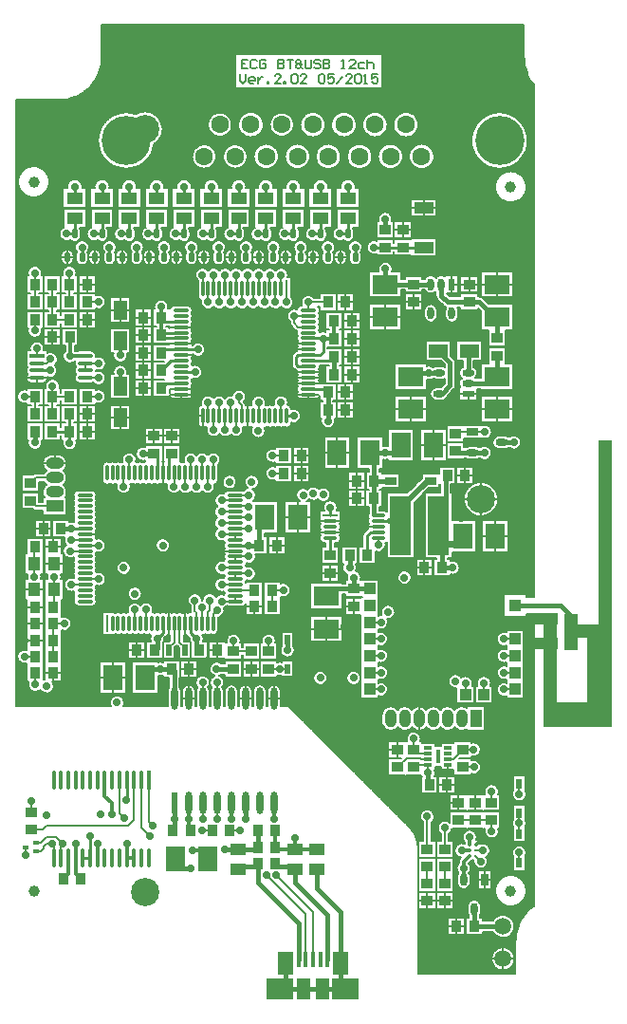
<source format=gbr>
*
%LPD*%
%LNTOP*%
%FSLAX24Y24*%
%MOIN*%
%AD*%
%ADD10C,0.006*%
%ADD11R,0.037X0.039*%
%ADD12R,0.039X0.037*%
%ADD13R,0.071X0.091*%
%ADD14R,0.026X0.012*%
%ADD15R,0.012X0.05*%
%ADD16R,0.02X0.039*%
%ADD17R,0.043X0.051*%
%ADD18R,0.039X0.039*%
%ADD19C,0.01*%
%ADD20R,0.047X0.13*%
%ADD21R,0.018X0.018*%
%ADD22R,0.087X0.362*%
%ADD23R,0.051X0.401*%
%ADD24R,0.243X0.086*%
%ADD25R,0.08X0.039*%
%ADD26R,0.166X0.048*%
%ADD27R,0.048X0.665*%
%ADD28C,0.039*%
%ADD29R,0.057X0.044*%
%ADD30O,0.053X0.016*%
%ADD31R,0.053X0.016*%
%ADD32O,0.059X0.011*%
%ADD33O,0.011X0.059*%
%ADD34R,0.011X0.059*%
%ADD35R,0.069X0.039*%
%ADD36R,0.049X0.065*%
%ADD37O,0.024X0.043*%
%ADD38R,0.024X0.043*%
%ADD39R,0.091X0.071*%
%ADD40R,0.043X0.026*%
%ADD41O,0.043X0.026*%
%ADD42O,0.043X0.024*%
%ADD43R,0.043X0.024*%
%ADD44R,0.065X0.049*%
%ADD45R,0.024X0.078*%
%ADD46O,0.024X0.078*%
%ADD47O,0.016X0.066*%
%ADD48R,0.016X0.066*%
%ADD49R,0.02X0.035*%
%ADD50O,0.053X0.011*%
%ADD51R,0.053X0.011*%
%ADD52R,0.074X0.208*%
%ADD53R,0.039X0.031*%
%ADD54O,0.026X0.043*%
%ADD55R,0.026X0.043*%
%ADD56R,0.02X0.014*%
%ADD57R,0.02X0.012*%
%ADD58O,0.022X0.034*%
%ADD59R,0.018X0.054*%
%ADD60R,0.094X0.075*%
%ADD61R,0.046X0.075*%
%ADD62R,0.058X0.083*%
%ADD63C,0.008*%
%ADD64C,0.016*%
%ADD65C,0.018*%
%ADD66C,0.012*%
%ADD67C,0.014*%
%ADD68C,0.02*%
%ADD69C,0.024*%
%ADD70O,0.041X0.063*%
%ADD71R,0.041X0.063*%
%ADD72C,0.059*%
%ADD73O,0.063X0.041*%
%ADD74R,0.063X0.041*%
%ADD75C,0.099*%
%ADD76C,0.172*%
%ADD77C,0.063*%
%ADD78C,0.028*%
G54D10*
%SRX1Y1I0.0J0.0*%
G1X18803Y13450D2*
G1X18850Y13403D1*
G1X18761Y13450D2*
G1X18850Y13361D1*
G1X18591Y13450D2*
G1X18850Y13191D1*
G1X18718Y13450D2*
G1X18850Y13318D1*
G1X18676Y13450D2*
G1X18850Y13276D1*
G1X18633Y13450D2*
G1X18850Y13233D1*
G1X18425Y13160D2*
G1X18715Y13450D1*
G1X18464Y13450D2*
G1X18754Y13160D1*
G1X18421Y13450D2*
G1X18711Y13160D1*
G1X18722Y13160D2*
G1X18850Y13288D1*
G1X18679Y13160D2*
G1X18850Y13331D1*
G1X18594Y13160D2*
G1X18850Y13416D1*
G1X18850Y13160D2*
G1X18850Y13450D1*
G1X18552Y13160D2*
G1X18842Y13450D1*
G1X18764Y13160D2*
G1X18850Y13246D1*
G1X18807Y13160D2*
G1X18850Y13203D1*
G1X18637Y13160D2*
G1X18850Y13373D1*
G1X18506Y13450D2*
G1X18796Y13160D1*
G1X18510Y13160D2*
G1X18800Y13450D1*
G1X18467Y13160D2*
G1X18757Y13450D1*
G1X18549Y13450D2*
G1X18839Y13160D1*
G1X18549Y13450D2*
G1X18839Y13160D1*
G1X18294Y13450D2*
G1X18584Y13160D1*
G1X18297Y13160D2*
G1X18587Y13450D1*
G1X18280Y13185D2*
G1X18545Y13450D1*
G1X18297Y13160D2*
G1X18587Y13450D1*
G1X18336Y13450D2*
G1X18626Y13160D1*
G1X18280Y13450D2*
G1X18850Y13450D1*
G1X18280Y13355D2*
G1X18375Y13450D1*
G1X18280Y13312D2*
G1X18418Y13450D1*
G1X18280Y13397D2*
G1X18333Y13450D1*
G1X18280Y13227D2*
G1X18503Y13450D1*
G1X18280Y13270D2*
G1X18460Y13450D1*
G1X18379Y13450D2*
G1X18669Y13160D1*
G1X18382Y13160D2*
G1X18672Y13450D1*
G1X18340Y13160D2*
G1X18630Y13450D1*
G1X18280Y13379D2*
G1X18499Y13160D1*
G1X18280Y13160D2*
G1X18850Y13160D1*
G1X18280Y13422D2*
G1X18542Y13160D1*
G1X18280Y13337D2*
G1X18457Y13160D1*
G1X18280Y13294D2*
G1X18414Y13160D1*
G1X18280Y13160D2*
G1X18280Y13450D1*
G1X18280Y13209D2*
G1X18329Y13160D1*
G1X18280Y13252D2*
G1X18372Y13160D1*
G1X18257Y30370D2*
G1X18510Y30370D1*
G1X18438Y32133D2*
G1X18510Y32045D1*
G1X18265Y30340D2*
G1X18510Y30340D1*
G1X18236Y30430D2*
G1X18510Y30430D1*
G1X18247Y30400D2*
G1X18510Y30400D1*
G1X18290Y30220D2*
G1X18510Y30220D1*
G1X18294Y30190D2*
G1X18510Y30190D1*
G1X18273Y30310D2*
G1X18510Y30310D1*
G1X18285Y30250D2*
G1X18510Y30250D1*
G1X18240Y30419D2*
G1X18240Y32549D1*
G1X18270Y30322D2*
G1X18270Y32450D1*
G1X18296Y32386D2*
G1X18404Y32184D1*
G1X18280Y30280D2*
G1X18510Y30280D1*
G1X18300Y30100D2*
G1X18510Y30100D1*
G1X18300Y30070D2*
G1X18510Y30070D1*
G1X18297Y30160D2*
G1X18510Y30160D1*
G1X18299Y30130D2*
G1X18510Y30130D1*
G1X18299Y30040D2*
G1X18510Y30040D1*
G1X18298Y30010D2*
G1X18510Y30010D1*
G1X18295Y29980D2*
G1X18510Y29980D1*
G1X18291Y29950D2*
G1X18510Y29950D1*
G1X18300Y30080D2*
G1X18300Y32378D1*
G1X18287Y29920D2*
G1X18510Y29920D1*
G1X18282Y29890D2*
G1X18510Y29890D1*
G1X18275Y29860D2*
G1X18510Y29860D1*
G1X18268Y29830D2*
G1X18510Y29830D1*
G1X18260Y29800D2*
G1X18510Y29800D1*
G1X18250Y29770D2*
G1X18510Y29770D1*
G1X18240Y28554D2*
G1X18240Y29741D1*
G1X17800Y30940D2*
G1X18510Y30940D1*
G1X17744Y30970D2*
G1X18510Y30970D1*
G1X17850Y30910D2*
G1X18510Y30910D1*
G1X17589Y31030D2*
G1X18510Y31030D1*
G1X17676Y31000D2*
G1X18510Y31000D1*
G1X17968Y30820D2*
G1X18510Y30820D1*
G1X18000Y30790D2*
G1X18510Y30790D1*
G1X17893Y30880D2*
G1X18510Y30880D1*
G1X17932Y30850D2*
G1X18510Y30850D1*
G1X18172Y32949D2*
G1X18194Y32722D1*
G1X18170Y32980D2*
G1X18170Y34140D1*
G1X18206Y32661D2*
G1X18272Y32443D1*
G1X17450Y31060D2*
G1X18510Y31060D1*
G1X18082Y30700D2*
G1X18510Y30700D1*
G1X18105Y30670D2*
G1X18510Y30670D1*
G1X18030Y30760D2*
G1X18510Y30760D1*
G1X18057Y30730D2*
G1X18510Y30730D1*
G1X18164Y30580D2*
G1X18510Y30580D1*
G1X18224Y30460D2*
G1X18510Y30460D1*
G1X18126Y30640D2*
G1X18510Y30640D1*
G1X18146Y30610D2*
G1X18510Y30610D1*
G1X18180Y30552D2*
G1X18180Y32863D1*
G1X18210Y30492D2*
G1X18210Y32648D1*
G1X18120Y30649D2*
G1X18120Y34140D1*
G1X18150Y30604D2*
G1X18150Y34140D1*
G1X18197Y30520D2*
G1X18510Y30520D1*
G1X18211Y30490D2*
G1X18510Y30490D1*
G1X18181Y30550D2*
G1X18510Y30550D1*
G1X18228Y29710D2*
G1X18510Y29710D1*
G1X18240Y29740D2*
G1X18510Y29740D1*
G1X18216Y29680D2*
G1X18510Y29680D1*
G1X18202Y29650D2*
G1X18510Y29650D1*
G1X18187Y29620D2*
G1X18510Y29620D1*
G1X18170Y29590D2*
G1X18510Y29590D1*
G1X18208Y28660D2*
G1X18510Y28660D1*
G1X18152Y29560D2*
G1X18510Y29560D1*
G1X18140Y28780D2*
G1X18510Y28780D1*
G1X18180Y28719D2*
G1X18180Y29608D1*
G1X18210Y28656D2*
G1X18210Y29668D1*
G1X18150Y28766D2*
G1X18150Y29556D1*
G1X18161Y28750D2*
G1X18510Y28750D1*
G1X18220Y28630D2*
G1X18510Y28630D1*
G1X18229Y28600D2*
G1X18510Y28600D1*
G1X18179Y28720D2*
G1X18510Y28720D1*
G1X18195Y28690D2*
G1X18510Y28690D1*
G1X18237Y28330D2*
G1X18510Y28330D1*
G1X18229Y28300D2*
G1X18510Y28300D1*
G1X18220Y28270D2*
G1X18510Y28270D1*
G1X18208Y28240D2*
G1X18510Y28240D1*
G1X18195Y28210D2*
G1X18510Y28210D1*
G1X18179Y28180D2*
G1X18510Y28180D1*
G1X18161Y28150D2*
G1X18510Y28150D1*
G1X18140Y28120D2*
G1X18510Y28120D1*
G1X18247Y28510D2*
G1X18510Y28510D1*
G1X18249Y28480D2*
G1X18510Y28480D1*
G1X18237Y28570D2*
G1X18510Y28570D1*
G1X18243Y28540D2*
G1X18510Y28540D1*
G1X18250Y28450D2*
G1X18510Y28450D1*
G1X18249Y28420D2*
G1X18510Y28420D1*
G1X18247Y28390D2*
G1X18510Y28390D1*
G1X18243Y28360D2*
G1X18510Y28360D1*
G1X17865Y29260D2*
G1X18510Y29260D1*
G1X17907Y29290D2*
G1X18510Y29290D1*
G1X17818Y29230D2*
G1X18510Y29230D1*
G1X17764Y29200D2*
G1X18510Y29200D1*
G1X17700Y29170D2*
G1X18510Y29170D1*
G1X17804Y28990D2*
G1X18510Y28990D1*
G1X17906Y28960D2*
G1X18510Y28960D1*
G1X17621Y29140D2*
G1X18510Y29140D1*
G1X17508Y29110D2*
G1X18510Y29110D1*
G1X18133Y29530D2*
G1X18510Y29530D1*
G1X18112Y29500D2*
G1X18510Y29500D1*
G1X18090Y29470D2*
G1X18510Y29470D1*
G1X18065Y29440D2*
G1X18510Y29440D1*
G1X18039Y29410D2*
G1X18510Y29410D1*
G1X18010Y29380D2*
G1X18510Y29380D1*
G1X17979Y29350D2*
G1X18510Y29350D1*
G1X17944Y29320D2*
G1X18510Y29320D1*
G1X18055Y28870D2*
G1X18510Y28870D1*
G1X18088Y28840D2*
G1X18510Y28840D1*
G1X17969Y28930D2*
G1X18510Y28930D1*
G1X18016Y28900D2*
G1X18510Y28900D1*
G1X18116Y28810D2*
G1X18510Y28810D1*
G1X18116Y28090D2*
G1X18510Y28090D1*
G1X18088Y28060D2*
G1X18510Y28060D1*
G1X18055Y28030D2*
G1X18510Y28030D1*
G1X18016Y28000D2*
G1X18510Y28000D1*
G1X17969Y27970D2*
G1X18510Y27970D1*
G1X17906Y27940D2*
G1X18510Y27940D1*
G1X17804Y27910D2*
G1X18510Y27910D1*
G1X17785Y25480D2*
G1X18510Y25480D1*
G1X17785Y25450D2*
G1X18510Y25450D1*
G1X17785Y25420D2*
G1X18510Y25420D1*
G1X17640Y31013D2*
G1X17640Y34140D1*
G1X17610Y31023D2*
G1X17610Y34140D1*
G1X17670Y31002D2*
G1X17670Y34140D1*
G1X17550Y31040D2*
G1X17550Y34140D1*
G1X17580Y31032D2*
G1X17580Y34140D1*
G1X17760Y30962D2*
G1X17760Y34140D1*
G1X17790Y30946D2*
G1X17790Y34140D1*
G1X17700Y30990D2*
G1X17700Y34140D1*
G1X17730Y30976D2*
G1X17730Y34140D1*
G1X17370Y31068D2*
G1X17370Y34140D1*
G1X17400Y31066D2*
G1X17400Y34140D1*
G1X17310Y31070D2*
G1X17310Y34140D1*
G1X17340Y31070D2*
G1X17340Y34140D1*
G1X17490Y31053D2*
G1X17490Y34140D1*
G1X17520Y31047D2*
G1X17520Y34140D1*
G1X17430Y31063D2*
G1X17430Y34140D1*
G1X17460Y31059D2*
G1X17460Y34140D1*
G1X18060Y30726D2*
G1X18060Y34140D1*
G1X18090Y30690D2*
G1X18090Y34140D1*
G1X18000Y30790D2*
G1X18000Y34140D1*
G1X18030Y30759D2*
G1X18030Y34140D1*
G1X18090Y28838D2*
G1X18090Y29470D1*
G1X18120Y28805D2*
G1X18120Y29511D1*
G1X18030Y28890D2*
G1X18030Y29401D1*
G1X18060Y28866D2*
G1X18060Y29434D1*
G1X17940Y30844D2*
G1X17940Y34140D1*
G1X17970Y30818D2*
G1X17970Y34140D1*
G1X17820Y30929D2*
G1X17820Y34140D1*
G1X17910Y30867D2*
G1X17910Y34140D1*
G1X17970Y28929D2*
G1X17970Y29342D1*
G1X18000Y28911D2*
G1X18000Y29370D1*
G1X17850Y30910D2*
G1X17850Y34140D1*
G1X17880Y30889D2*
G1X17880Y34140D1*
G1X17160Y31059D2*
G1X17160Y34140D1*
G1X17130Y31053D2*
G1X17130Y34140D1*
G1X17100Y31047D2*
G1X17100Y34140D1*
G1X17070Y31040D2*
G1X17070Y34140D1*
G1X17040Y31032D2*
G1X17040Y34140D1*
G1X17280Y31070D2*
G1X17280Y34140D1*
G1X17250Y31068D2*
G1X17250Y34140D1*
G1X17220Y31066D2*
G1X17220Y34140D1*
G1X17190Y31063D2*
G1X17190Y34140D1*
G1X16890Y30976D2*
G1X16890Y34140D1*
G1X16860Y30962D2*
G1X16860Y34140D1*
G1X16830Y30946D2*
G1X16830Y34140D1*
G1X16800Y30929D2*
G1X16800Y34140D1*
G1X17010Y31023D2*
G1X17010Y34140D1*
G1X16980Y31013D2*
G1X16980Y34140D1*
G1X16950Y31002D2*
G1X16950Y34140D1*
G1X16920Y30990D2*
G1X16920Y34140D1*
G1X16650Y30818D2*
G1X16650Y34140D1*
G1X16620Y30790D2*
G1X16620Y34140D1*
G1X16590Y30759D2*
G1X16590Y34140D1*
G1X16560Y30726D2*
G1X16560Y34140D1*
G1X16770Y30910D2*
G1X16770Y34140D1*
G1X16740Y30889D2*
G1X16740Y34140D1*
G1X16710Y30867D2*
G1X16710Y34140D1*
G1X16680Y30844D2*
G1X16680Y34140D1*
G1X16410Y30492D2*
G1X16410Y34140D1*
G1X16380Y30419D2*
G1X16380Y34140D1*
G1X16350Y30322D2*
G1X16350Y34140D1*
G1X16320Y30080D2*
G1X16320Y34140D1*
G1X16530Y30690D2*
G1X16530Y34140D1*
G1X16500Y30649D2*
G1X16500Y34140D1*
G1X16470Y30604D2*
G1X16470Y34140D1*
G1X16440Y30552D2*
G1X16440Y34140D1*
G1X17910Y28958D2*
G1X17910Y29293D1*
G1X17880Y28970D2*
G1X17880Y29271D1*
G1X17940Y28945D2*
G1X17940Y29316D1*
G1X17820Y28987D2*
G1X17820Y29231D1*
G1X17850Y28979D2*
G1X17850Y29250D1*
G1X17760Y28997D2*
G1X17760Y29198D1*
G1X17790Y28993D2*
G1X17790Y29214D1*
G1X17700Y29000D2*
G1X17700Y29170D1*
G1X17730Y28999D2*
G1X17730Y29184D1*
G1X17670Y28999D2*
G1X17670Y29158D1*
G1X17640Y28997D2*
G1X17640Y29147D1*
G1X17610Y28993D2*
G1X17610Y29137D1*
G1X17580Y28987D2*
G1X17580Y29128D1*
G1X17550Y28979D2*
G1X17550Y29120D1*
G1X17520Y28970D2*
G1X17520Y29113D1*
G1X17490Y28958D2*
G1X17490Y29106D1*
G1X17460Y28945D2*
G1X17460Y29101D1*
G1X17610Y25495D2*
G1X17610Y27907D1*
G1X17760Y25495D2*
G1X17760Y27903D1*
G1X17550Y25495D2*
G1X17550Y27921D1*
G1X17580Y25495D2*
G1X17580Y27913D1*
G1X17700Y25495D2*
G1X17700Y27900D1*
G1X17730Y25495D2*
G1X17730Y27901D1*
G1X17640Y25495D2*
G1X17640Y27903D1*
G1X17670Y25495D2*
G1X17670Y27901D1*
G1X17430Y28929D2*
G1X17430Y29097D1*
G1X17400Y28911D2*
G1X17400Y29094D1*
G1X17370Y28890D2*
G1X17370Y29092D1*
G1X17400Y25495D2*
G1X17400Y27989D1*
G1X17490Y25495D2*
G1X17490Y27942D1*
G1X17520Y25495D2*
G1X17520Y27930D1*
G1X17430Y25495D2*
G1X17430Y27971D1*
G1X17460Y25495D2*
G1X17460Y27955D1*
G1X17340Y28866D2*
G1X17340Y29090D1*
G1X17310Y28838D2*
G1X17310Y29090D1*
G1X17280Y28805D2*
G1X17280Y29090D1*
G1X17250Y25495D2*
G1X17250Y28134D1*
G1X17340Y25495D2*
G1X17340Y28034D1*
G1X17370Y25495D2*
G1X17370Y28010D1*
G1X17280Y25495D2*
G1X17280Y28095D1*
G1X17310Y25495D2*
G1X17310Y28062D1*
G1X17220Y28719D2*
G1X17220Y29094D1*
G1X17190Y28656D2*
G1X17190Y29097D1*
G1X17160Y28554D2*
G1X17160Y29101D1*
G1X17130Y25495D2*
G1X17130Y29106D1*
G1X17250Y28766D2*
G1X17250Y29092D1*
G1X17220Y25495D2*
G1X17220Y28181D1*
G1X17160Y25495D2*
G1X17160Y28346D1*
G1X17190Y25495D2*
G1X17190Y28244D1*
G1X16980Y25495D2*
G1X16980Y29147D1*
G1X17010Y25495D2*
G1X17010Y29137D1*
G1X16920Y25495D2*
G1X16920Y29170D1*
G1X16950Y25495D2*
G1X16950Y29158D1*
G1X17070Y25495D2*
G1X17070Y29120D1*
G1X17100Y25495D2*
G1X17100Y29113D1*
G1X16655Y25495D2*
G1X17785Y25495D1*
G1X17040Y25495D2*
G1X17040Y29128D1*
G1X16740Y25495D2*
G1X16740Y29271D1*
G1X16770Y25495D2*
G1X16770Y29250D1*
G1X16680Y25495D2*
G1X16680Y29316D1*
G1X16710Y25495D2*
G1X16710Y29293D1*
G1X16860Y25495D2*
G1X16860Y29198D1*
G1X16890Y25495D2*
G1X16890Y29184D1*
G1X16800Y25495D2*
G1X16800Y29231D1*
G1X16830Y25495D2*
G1X16830Y29214D1*
G1X17785Y25030D2*
G1X18510Y25030D1*
G1X17785Y25060D2*
G1X18510Y25060D1*
G1X17785Y25000D2*
G1X18510Y25000D1*
G1X17785Y25120D2*
G1X18510Y25120D1*
G1X17785Y25090D2*
G1X18510Y25090D1*
G1X17785Y24850D2*
G1X18510Y24850D1*
G1X17785Y24820D2*
G1X18510Y24820D1*
G1X17785Y24940D2*
G1X18510Y24940D1*
G1X17785Y24880D2*
G1X18510Y24880D1*
G1X17785Y25330D2*
G1X18510Y25330D1*
G1X17785Y25300D2*
G1X18510Y25300D1*
G1X17785Y25390D2*
G1X18510Y25390D1*
G1X17785Y25360D2*
G1X18510Y25360D1*
G1X17785Y25180D2*
G1X18510Y25180D1*
G1X17785Y25150D2*
G1X18510Y25150D1*
G1X17785Y25240D2*
G1X18510Y25240D1*
G1X17785Y25210D2*
G1X18510Y25210D1*
G1X18030Y19599D2*
G1X18030Y28010D1*
G1X18060Y19480D2*
G1X18060Y28034D1*
G1X17785Y24790D2*
G1X18510Y24790D1*
G1X18000Y19642D2*
G1X18000Y27989D1*
G1X17785Y24700D2*
G1X18510Y24700D1*
G1X17785Y24670D2*
G1X18510Y24670D1*
G1X17785Y24760D2*
G1X18510Y24760D1*
G1X17785Y24730D2*
G1X18510Y24730D1*
G1X17940Y19694D2*
G1X17940Y27955D1*
G1X17970Y19672D2*
G1X17970Y27971D1*
G1X17880Y19720D2*
G1X17880Y27930D1*
G1X17910Y19709D2*
G1X17910Y27942D1*
G1X17820Y19730D2*
G1X17820Y27913D1*
G1X17850Y19727D2*
G1X17850Y27921D1*
G1X17785Y24565D2*
G1X17785Y25495D1*
G1X17790Y19729D2*
G1X17790Y27907D1*
G1X17785Y25270D2*
G1X18510Y25270D1*
G1X16545Y25300D2*
G1X16655Y25300D1*
G1X15860Y25330D2*
G1X16655Y25330D1*
G1X16545Y25240D2*
G1X16655Y25240D1*
G1X16545Y25210D2*
G1X16655Y25210D1*
G1X16545Y25180D2*
G1X16655Y25180D1*
G1X16545Y25120D2*
G1X16655Y25120D1*
G1X16545Y25090D2*
G1X16655Y25090D1*
G1X16545Y25270D2*
G1X16655Y25270D1*
G1X16545Y25150D2*
G1X16655Y25150D1*
G1X16545Y25000D2*
G1X16655Y25000D1*
G1X16545Y24970D2*
G1X16655Y24970D1*
G1X16545Y25060D2*
G1X16655Y25060D1*
G1X16545Y25030D2*
G1X16655Y25030D1*
G1X17785Y24970D2*
G1X18510Y24970D1*
G1X17785Y24910D2*
G1X18510Y24910D1*
G1X16545Y24940D2*
G1X16655Y24940D1*
G1X16545Y24850D2*
G1X16655Y24850D1*
G1X16545Y24820D2*
G1X16655Y24820D1*
G1X16545Y24910D2*
G1X16655Y24910D1*
G1X16545Y24880D2*
G1X16655Y24880D1*
G1X16650Y24590D2*
G1X16650Y29342D1*
G1X16655Y24589D2*
G1X16655Y25495D1*
G1X16545Y24790D2*
G1X16655Y24790D1*
G1X16545Y24760D2*
G1X16655Y24760D1*
G1X16545Y24670D2*
G1X16655Y24670D1*
G1X16545Y24640D2*
G1X16655Y24640D1*
G1X15860Y24730D2*
G1X16655Y24730D1*
G1X16545Y24700D2*
G1X16655Y24700D1*
G1X17785Y24610D2*
G1X18510Y24610D1*
G1X17785Y24640D2*
G1X18510Y24640D1*
G1X17785Y24580D2*
G1X18510Y24580D1*
G1X17730Y24355D2*
G1X17730Y24565D1*
G1X17760Y24355D2*
G1X17760Y24565D1*
G1X17670Y24355D2*
G1X17670Y24565D1*
G1X17700Y24355D2*
G1X17700Y24565D1*
G1X17610Y24355D2*
G1X17610Y24565D1*
G1X17640Y24355D2*
G1X17640Y24565D1*
G1X17250Y24355D2*
G1X17250Y24565D1*
G1X17280Y24355D2*
G1X17280Y24565D1*
G1X17190Y24355D2*
G1X17190Y24565D1*
G1X17220Y24355D2*
G1X17220Y24565D1*
G1X17550Y24355D2*
G1X17550Y24565D1*
G1X17580Y24355D2*
G1X17580Y24565D1*
G1X17310Y24355D2*
G1X17310Y24565D1*
G1X17520Y24355D2*
G1X17520Y24565D1*
G1X17785Y24280D2*
G1X18510Y24280D1*
G1X17785Y24250D2*
G1X18510Y24250D1*
G1X17785Y24340D2*
G1X18510Y24340D1*
G1X17785Y24310D2*
G1X18510Y24310D1*
G1X17785Y24160D2*
G1X18510Y24160D1*
G1X17785Y24130D2*
G1X18510Y24130D1*
G1X17785Y24220D2*
G1X18510Y24220D1*
G1X17785Y24190D2*
G1X18510Y24190D1*
G1X17370Y24355D2*
G1X17370Y24565D1*
G1X17400Y24355D2*
G1X17400Y24565D1*
G1X17160Y24355D2*
G1X17160Y24565D1*
G1X17340Y24355D2*
G1X17340Y24565D1*
G1X17490Y24355D2*
G1X17490Y24565D1*
G1X17785Y23425D2*
G1X17785Y24355D1*
G1X17430Y24355D2*
G1X17430Y24565D1*
G1X17460Y24355D2*
G1X17460Y24565D1*
G1X16800Y24469D2*
G1X16800Y24565D1*
G1X16830Y24439D2*
G1X16830Y24565D1*
G1X16700Y24565D2*
G1X17785Y24565D1*
G1X16770Y24499D2*
G1X16770Y24565D1*
G1X16779Y24490D2*
G1X18510Y24490D1*
G1X16809Y24460D2*
G1X18510Y24460D1*
G1X16718Y24550D2*
G1X18510Y24550D1*
G1X16749Y24520D2*
G1X18510Y24520D1*
G1X16545Y24610D2*
G1X16655Y24610D1*
G1X16740Y24529D2*
G1X16740Y24565D1*
G1X17100Y24355D2*
G1X17100Y24565D1*
G1X17130Y24355D2*
G1X17130Y24565D1*
G1X17040Y24355D2*
G1X17040Y24565D1*
G1X17070Y24355D2*
G1X17070Y24565D1*
G1X16899Y24370D2*
G1X18510Y24370D1*
G1X16914Y24355D2*
G1X17785Y24355D1*
G1X16839Y24430D2*
G1X18510Y24430D1*
G1X16869Y24400D2*
G1X18510Y24400D1*
G1X16980Y24355D2*
G1X16980Y24565D1*
G1X17010Y24355D2*
G1X17010Y24565D1*
G1X16920Y24355D2*
G1X16920Y24565D1*
G1X16950Y24355D2*
G1X16950Y24565D1*
G1X16860Y24409D2*
G1X16860Y24565D1*
G1X16890Y24379D2*
G1X16890Y24565D1*
G1X16725Y24544D2*
G1X16914Y24355D1*
G1X16545Y24186D2*
G1X16655Y24076D1*
G1X16410Y25325D2*
G1X16410Y29668D1*
G1X16380Y25325D2*
G1X16380Y29741D1*
G1X16440Y25325D2*
G1X16440Y29608D1*
G1X16320Y25325D2*
G1X16320Y30080D1*
G1X16350Y25325D2*
G1X16350Y29838D1*
G1X16500Y25325D2*
G1X16500Y29511D1*
G1X16530Y25325D2*
G1X16530Y29470D1*
G1X15935Y25325D2*
G1X16545Y25325D1*
G1X16470Y25325D2*
G1X16470Y29556D1*
G1X16140Y25325D2*
G1X16140Y34140D1*
G1X16170Y25325D2*
G1X16170Y34140D1*
G1X15990Y25325D2*
G1X15990Y34140D1*
G1X16020Y25325D2*
G1X16020Y34140D1*
G1X16260Y25325D2*
G1X16260Y34140D1*
G1X16290Y25325D2*
G1X16290Y34140D1*
G1X16200Y25325D2*
G1X16200Y34140D1*
G1X16230Y25325D2*
G1X16230Y34140D1*
G1X16110Y25325D2*
G1X16110Y34140D1*
G1X16560Y24600D2*
G1X16560Y29434D1*
G1X16050Y25325D2*
G1X16050Y34140D1*
G1X16080Y25325D2*
G1X16080Y34140D1*
G1X16590Y24600D2*
G1X16590Y29401D1*
G1X16620Y24598D2*
G1X16620Y29370D1*
G1X16545Y24735D2*
G1X16545Y25325D1*
G1X15960Y25325D2*
G1X15960Y34140D1*
G1X15930Y24600D2*
G1X15930Y34140D1*
G1X15870Y24600D2*
G1X15870Y34140D1*
G1X15900Y24600D2*
G1X15900Y34140D1*
G1X15860Y25240D2*
G1X15935Y25240D1*
G1X15935Y24735D2*
G1X15935Y25325D1*
G1X15860Y25210D2*
G1X15935Y25210D1*
G1X15860Y25180D2*
G1X15935Y25180D1*
G1X15720Y25355D2*
G1X15720Y34140D1*
G1X15690Y25355D2*
G1X15690Y34140D1*
G1X15750Y25355D2*
G1X15750Y34140D1*
G1X15630Y25355D2*
G1X15630Y34140D1*
G1X15660Y25355D2*
G1X15660Y34140D1*
G1X15810Y25355D2*
G1X15810Y34140D1*
G1X15840Y25355D2*
G1X15840Y34140D1*
G1X15400Y25355D2*
G1X15860Y25355D1*
G1X15780Y25355D2*
G1X15780Y34140D1*
G1X15450Y25355D2*
G1X15450Y34140D1*
G1X15480Y25355D2*
G1X15480Y34140D1*
G1X15420Y25355D2*
G1X15420Y34140D1*
G1X15270Y25355D2*
G1X15270Y34140D1*
G1X15570Y25355D2*
G1X15570Y34140D1*
G1X15600Y25355D2*
G1X15600Y34140D1*
G1X15510Y25355D2*
G1X15510Y34140D1*
G1X15540Y25355D2*
G1X15540Y34140D1*
G1X15860Y25270D2*
G1X15935Y25270D1*
G1X15860Y25150D2*
G1X15935Y25150D1*
G1X15860Y25300D2*
G1X15935Y25300D1*
G1X15860Y24705D2*
G1X15860Y25355D1*
G1X15860Y25120D2*
G1X15935Y25120D1*
G1X15860Y25090D2*
G1X15935Y25090D1*
G1X15860Y25060D2*
G1X15935Y25060D1*
G1X15360Y25332D2*
G1X15360Y34140D1*
G1X15390Y25315D2*
G1X15390Y34140D1*
G1X15240Y25354D2*
G1X15240Y34140D1*
G1X15330Y25344D2*
G1X15330Y34140D1*
G1X15400Y25307D2*
G1X15400Y25355D1*
G1X15300Y25351D2*
G1X15300Y34140D1*
G1X15364Y25330D2*
G1X15400Y25330D1*
G1X15860Y25030D2*
G1X15935Y25030D1*
G1X15860Y24970D2*
G1X15935Y24970D1*
G1X15935Y24705D2*
G1X16545Y24705D1*
G1X16545Y24600D2*
G1X16590Y24600D1*
G1X15860Y24940D2*
G1X15935Y24940D1*
G1X15935Y24735D2*
G1X16545Y24735D1*
G1X15860Y24880D2*
G1X15935Y24880D1*
G1X15860Y24850D2*
G1X15935Y24850D1*
G1X15860Y25000D2*
G1X15935Y25000D1*
G1X15860Y24910D2*
G1X15935Y24910D1*
G1X15860Y24760D2*
G1X15935Y24760D1*
G1X15935Y24600D2*
G1X15935Y24705D1*
G1X15860Y24820D2*
G1X15935Y24820D1*
G1X15860Y24790D2*
G1X15935Y24790D1*
G1X16560Y23045D2*
G1X16560Y24171D1*
G1X16590Y23045D2*
G1X16590Y24141D1*
G1X16545Y24600D2*
G1X16545Y24705D1*
G1X16545Y24115D2*
G1X16545Y24186D1*
G1X16545Y24130D2*
G1X16601Y24130D1*
G1X16020Y23045D2*
G1X16020Y24115D1*
G1X15960Y23045D2*
G1X15960Y24115D1*
G1X15990Y23045D2*
G1X15990Y24115D1*
G1X15935Y24115D2*
G1X15935Y24220D1*
G1X15930Y23045D2*
G1X15930Y24220D1*
G1X15840Y24600D2*
G1X15840Y24705D1*
G1X15870Y23045D2*
G1X15870Y24220D1*
G1X15859Y24130D2*
G1X15935Y24130D1*
G1X15900Y23045D2*
G1X15900Y24220D1*
G1X15844Y24190D2*
G1X15935Y24190D1*
G1X15853Y24160D2*
G1X15935Y24160D1*
G1X15780Y24600D2*
G1X15780Y24705D1*
G1X15810Y24600D2*
G1X15810Y24705D1*
G1X15454Y24705D2*
G1X15860Y24705D1*
G1X15459Y24700D2*
G1X15935Y24700D1*
G1X15549Y24610D2*
G1X15935Y24610D1*
G1X15559Y24600D2*
G1X15935Y24600D1*
G1X15489Y24670D2*
G1X15935Y24670D1*
G1X15519Y24640D2*
G1X15935Y24640D1*
G1X15660Y24600D2*
G1X15660Y24705D1*
G1X15750Y24600D2*
G1X15750Y24705D1*
G1X15630Y24600D2*
G1X15630Y24705D1*
G1X15570Y24600D2*
G1X15570Y24705D1*
G1X15600Y24600D2*
G1X15600Y24705D1*
G1X15510Y24649D2*
G1X15510Y24705D1*
G1X15540Y24619D2*
G1X15540Y24705D1*
G1X15690Y24600D2*
G1X15690Y24705D1*
G1X15720Y24600D2*
G1X15720Y24705D1*
G1X15454Y24705D2*
G1X15559Y24600D1*
G1X15829Y24220D2*
G1X15935Y24220D1*
G1X15829Y24220D2*
G1X15935Y24220D1*
G1X15300Y23045D2*
G1X15300Y24321D1*
G1X15330Y23045D2*
G1X15330Y24291D1*
G1X15240Y23045D2*
G1X15240Y24381D1*
G1X15270Y23045D2*
G1X15270Y24351D1*
G1X15420Y24199D2*
G1X15420Y24230D1*
G1X15390Y23045D2*
G1X15390Y24243D1*
G1X15360Y23045D2*
G1X15360Y24263D1*
G1X13202Y32350D2*
G1X18315Y32350D1*
G1X13202Y32380D2*
G1X18299Y32380D1*
G1X13202Y32320D2*
G1X18331Y32320D1*
G1X13202Y32530D2*
G1X18246Y32530D1*
G1X13202Y32410D2*
G1X18284Y32410D1*
G1X14167Y31060D2*
G1X17170Y31060D1*
G1X14234Y31030D2*
G1X17031Y31030D1*
G1X13202Y32290D2*
G1X18347Y32290D1*
G1X13202Y32260D2*
G1X18363Y32260D1*
G1X14349Y30940D2*
G1X16820Y30940D1*
G1X14374Y30910D2*
G1X16770Y30910D1*
G1X14282Y31000D2*
G1X16944Y31000D1*
G1X14319Y30970D2*
G1X16876Y30970D1*
G1X14427Y30820D2*
G1X16652Y30820D1*
G1X14439Y30790D2*
G1X16620Y30790D1*
G1X14395Y30880D2*
G1X16727Y30880D1*
G1X14412Y30850D2*
G1X16688Y30850D1*
G1X14461Y30700D2*
G1X16538Y30700D1*
G1X14464Y30670D2*
G1X16515Y30670D1*
G1X14449Y30760D2*
G1X16590Y30760D1*
G1X14456Y30730D2*
G1X16563Y30730D1*
G1X14465Y30640D2*
G1X16494Y30640D1*
G1X14464Y30610D2*
G1X16474Y30610D1*
G1X14461Y30580D2*
G1X16456Y30580D1*
G1X14456Y30550D2*
G1X16439Y30550D1*
G1X14449Y30520D2*
G1X16423Y30520D1*
G1X14439Y30490D2*
G1X16409Y30490D1*
G1X14427Y30460D2*
G1X16396Y30460D1*
G1X14412Y30430D2*
G1X16384Y30430D1*
G1X14395Y30400D2*
G1X16373Y30400D1*
G1X14374Y30370D2*
G1X16363Y30370D1*
G1X14349Y30340D2*
G1X16355Y30340D1*
G1X14319Y30310D2*
G1X16347Y30310D1*
G1X13200Y32770D2*
G1X18189Y32770D1*
G1X13200Y32800D2*
G1X18186Y32800D1*
G1X13200Y32740D2*
G1X18192Y32740D1*
G1X13200Y32860D2*
G1X18180Y32860D1*
G1X13200Y32830D2*
G1X18183Y32830D1*
G1X13200Y32650D2*
G1X18209Y32650D1*
G1X13200Y32620D2*
G1X18218Y32620D1*
G1X13200Y32710D2*
G1X18195Y32710D1*
G1X13200Y32680D2*
G1X18201Y32680D1*
G1X13200Y33040D2*
G1X18170Y33040D1*
G1X13200Y33010D2*
G1X18170Y33010D1*
G1X13200Y33100D2*
G1X18170Y33100D1*
G1X13200Y33070D2*
G1X18170Y33070D1*
G1X13200Y32920D2*
G1X18174Y32920D1*
G1X13200Y32890D2*
G1X18177Y32890D1*
G1X13200Y32980D2*
G1X18170Y32980D1*
G1X13200Y32950D2*
G1X18171Y32950D1*
G1X13202Y32080D2*
G1X18481Y32080D1*
G1X13202Y32050D2*
G1X18506Y32050D1*
G1X13202Y32140D2*
G1X18432Y32140D1*
G1X13202Y32110D2*
G1X18457Y32110D1*
G1X13202Y31960D2*
G1X18510Y31960D1*
G1X13202Y31930D2*
G1X18510Y31930D1*
G1X13202Y32020D2*
G1X18510Y32020D1*
G1X13202Y31990D2*
G1X18510Y31990D1*
G1X13202Y32500D2*
G1X18255Y32500D1*
G1X13202Y32470D2*
G1X18264Y32470D1*
G1X13200Y32590D2*
G1X18228Y32590D1*
G1X13202Y32560D2*
G1X18237Y32560D1*
G1X13202Y32200D2*
G1X18395Y32200D1*
G1X13202Y32170D2*
G1X18412Y32170D1*
G1X13202Y32440D2*
G1X18273Y32440D1*
G1X13202Y32230D2*
G1X18379Y32230D1*
G1X15015Y29530D2*
G1X16487Y29530D1*
G1X15013Y29560D2*
G1X16468Y29560D1*
G1X15015Y29500D2*
G1X16508Y29500D1*
G1X15012Y29470D2*
G1X16530Y29470D1*
G1X15008Y29440D2*
G1X16555Y29440D1*
G1X15001Y29410D2*
G1X16581Y29410D1*
G1X14992Y29380D2*
G1X16610Y29380D1*
G1X14981Y29350D2*
G1X16641Y29350D1*
G1X14968Y29320D2*
G1X16676Y29320D1*
G1X14957Y29740D2*
G1X16380Y29740D1*
G1X14972Y29710D2*
G1X16392Y29710D1*
G1X14916Y29800D2*
G1X16360Y29800D1*
G1X14938Y29770D2*
G1X16370Y29770D1*
G1X15004Y29620D2*
G1X16433Y29620D1*
G1X15009Y29590D2*
G1X16450Y29590D1*
G1X14985Y29680D2*
G1X16404Y29680D1*
G1X14996Y29650D2*
G1X16418Y29650D1*
G1X15095Y27790D2*
G1X18510Y27790D1*
G1X15095Y27760D2*
G1X18510Y27760D1*
G1X15095Y27850D2*
G1X18510Y27850D1*
G1X15095Y27820D2*
G1X18510Y27820D1*
G1X15095Y27670D2*
G1X18510Y27670D1*
G1X15095Y27640D2*
G1X18510Y27640D1*
G1X15095Y27730D2*
G1X18510Y27730D1*
G1X15095Y27700D2*
G1X18510Y27700D1*
G1X14951Y29290D2*
G1X16713Y29290D1*
G1X15095Y28000D2*
G1X17384Y28000D1*
G1X14931Y29260D2*
G1X16755Y29260D1*
G1X14908Y29230D2*
G1X16802Y29230D1*
G1X15095Y27910D2*
G1X17596Y27910D1*
G1X15095Y27880D2*
G1X18510Y27880D1*
G1X15095Y27970D2*
G1X17431Y27970D1*
G1X15095Y27940D2*
G1X17494Y27940D1*
G1X14637Y29080D2*
G1X18510Y29080D1*
G1X12161Y28660D2*
G1X17192Y28660D1*
G1X12053Y28720D2*
G1X17221Y28720D1*
G1X12121Y28690D2*
G1X17205Y28690D1*
G1X12227Y28570D2*
G1X17163Y28570D1*
G1X12238Y28540D2*
G1X17157Y28540D1*
G1X12190Y28630D2*
G1X17180Y28630D1*
G1X12211Y28600D2*
G1X17171Y28600D1*
G1X14889Y29830D2*
G1X16352Y29830D1*
G1X14879Y29200D2*
G1X16856Y29200D1*
G1X14282Y30280D2*
G1X16340Y30280D1*
G1X14857Y29860D2*
G1X16345Y29860D1*
G1X14845Y29170D2*
G1X16920Y29170D1*
G1X14802Y29140D2*
G1X16999Y29140D1*
G1X14743Y29110D2*
G1X17112Y29110D1*
G1X12245Y28510D2*
G1X17153Y28510D1*
G1X12395Y28180D2*
G1X17221Y28180D1*
G1X12395Y28150D2*
G1X17239Y28150D1*
G1X12395Y28240D2*
G1X17192Y28240D1*
G1X12395Y28210D2*
G1X17205Y28210D1*
G1X12395Y28060D2*
G1X17312Y28060D1*
G1X12395Y28030D2*
G1X17345Y28030D1*
G1X12395Y28120D2*
G1X17260Y28120D1*
G1X12395Y28090D2*
G1X17284Y28090D1*
G1X12250Y28450D2*
G1X17150Y28450D1*
G1X12395Y28390D2*
G1X17153Y28390D1*
G1X12249Y28480D2*
G1X17151Y28480D1*
G1X12247Y28420D2*
G1X17151Y28420D1*
G1X12395Y28300D2*
G1X17171Y28300D1*
G1X12395Y28270D2*
G1X17180Y28270D1*
G1X12395Y28360D2*
G1X17157Y28360D1*
G1X12395Y28330D2*
G1X17163Y28330D1*
G1X14610Y29963D2*
G1X14610Y34140D1*
G1X14580Y29965D2*
G1X14580Y34140D1*
G1X14640Y29959D2*
G1X14640Y34140D1*
G1X14550Y29965D2*
G1X14550Y34140D1*
G1X14520Y29962D2*
G1X14520Y34140D1*
G1X14700Y29946D2*
G1X14700Y34140D1*
G1X14730Y29935D2*
G1X14730Y34140D1*
G1X14670Y29954D2*
G1X14670Y34140D1*
G1X14685Y29950D2*
G1X16329Y29950D1*
G1X14460Y30707D2*
G1X14460Y34140D1*
G1X14490Y29958D2*
G1X14490Y34140D1*
G1X14370Y30915D2*
G1X14370Y34140D1*
G1X14430Y30813D2*
G1X14430Y34140D1*
G1X14460Y29951D2*
G1X14460Y30573D1*
G1X14430Y29942D2*
G1X14430Y30467D1*
G1X14340Y30949D2*
G1X14340Y34140D1*
G1X14400Y30872D2*
G1X14400Y34140D1*
G1X15000Y29635D2*
G1X15000Y34140D1*
G1X15030Y28015D2*
G1X15030Y34140D1*
G1X14940Y29767D2*
G1X14940Y34140D1*
G1X14970Y29715D2*
G1X14970Y34140D1*
G1X15060Y28015D2*
G1X15060Y34140D1*
G1X15090Y28015D2*
G1X15090Y34140D1*
G1X14765Y29920D2*
G1X16333Y29920D1*
G1X14817Y29890D2*
G1X16338Y29890D1*
G1X14880Y29839D2*
G1X14880Y34140D1*
G1X14910Y29807D2*
G1X14910Y34140D1*
G1X14820Y29888D2*
G1X14820Y34140D1*
G1X14850Y29866D2*
G1X14850Y34140D1*
G1X14760Y29922D2*
G1X14760Y34140D1*
G1X14790Y29907D2*
G1X14790Y34140D1*
G1X14400Y29931D2*
G1X14400Y30408D1*
G1X14370Y29918D2*
G1X14370Y30365D1*
G1X14310Y30978D2*
G1X14310Y34140D1*
G1X14280Y31001D2*
G1X14280Y34140D1*
G1X14340Y29901D2*
G1X14340Y30331D1*
G1X14250Y31021D2*
G1X14250Y34140D1*
G1X14234Y30250D2*
G1X16335Y30250D1*
G1X14167Y30220D2*
G1X16330Y30220D1*
G1X13595Y29950D2*
G1X14455Y29950D1*
G1X13675Y29920D2*
G1X14375Y29920D1*
G1X14070Y31082D2*
G1X14070Y34140D1*
G1X14100Y31078D2*
G1X14100Y34140D1*
G1X14010Y31085D2*
G1X14010Y34140D1*
G1X14040Y31085D2*
G1X14040Y34140D1*
G1X14190Y31051D2*
G1X14190Y34140D1*
G1X14220Y31038D2*
G1X14220Y34140D1*
G1X14130Y31071D2*
G1X14130Y34140D1*
G1X14160Y31062D2*
G1X14160Y34140D1*
G1X14310Y29881D2*
G1X14310Y30302D1*
G1X14280Y29858D2*
G1X14280Y30279D1*
G1X14250Y29829D2*
G1X14250Y30259D1*
G1X13799Y29830D2*
G1X14251Y29830D1*
G1X13826Y29800D2*
G1X14224Y29800D1*
G1X13727Y29890D2*
G1X14323Y29890D1*
G1X13767Y29860D2*
G1X14283Y29860D1*
G1X14220Y29795D2*
G1X14220Y30242D1*
G1X14190Y29752D2*
G1X14190Y30229D1*
G1X14160Y29693D2*
G1X14160Y30218D1*
G1X14130Y29587D2*
G1X14130Y30209D1*
G1X13882Y29710D2*
G1X14168Y29710D1*
G1X13895Y29680D2*
G1X14155Y29680D1*
G1X13848Y29770D2*
G1X14202Y29770D1*
G1X13867Y29740D2*
G1X14183Y29740D1*
G1X14970Y28015D2*
G1X14970Y29325D1*
G1X14940Y28015D2*
G1X14940Y29273D1*
G1X15000Y28015D2*
G1X15000Y29405D1*
G1X14880Y28015D2*
G1X14880Y29201D1*
G1X14910Y28015D2*
G1X14910Y29233D1*
G1X14820Y28015D2*
G1X14820Y29152D1*
G1X14850Y28015D2*
G1X14850Y29174D1*
G1X14760Y28015D2*
G1X14760Y29118D1*
G1X14790Y28015D2*
G1X14790Y29133D1*
G1X14700Y28015D2*
G1X14700Y29094D1*
G1X14730Y28015D2*
G1X14730Y29105D1*
G1X13925Y29530D2*
G1X14125Y29530D1*
G1X14310Y28015D2*
G1X14310Y29159D1*
G1X14640Y28015D2*
G1X14640Y29081D1*
G1X14670Y28015D2*
G1X14670Y29086D1*
G1X14580Y28015D2*
G1X14580Y29075D1*
G1X14610Y28015D2*
G1X14610Y29077D1*
G1X14520Y28015D2*
G1X14520Y29078D1*
G1X14550Y28015D2*
G1X14550Y29075D1*
G1X14460Y28015D2*
G1X14460Y29089D1*
G1X14490Y28015D2*
G1X14490Y29082D1*
G1X14185Y28015D2*
G1X15095Y28015D1*
G1X14250Y28015D2*
G1X14250Y29211D1*
G1X14280Y28015D2*
G1X14280Y29182D1*
G1X14190Y28015D2*
G1X14190Y29288D1*
G1X14220Y28015D2*
G1X14220Y29245D1*
G1X14400Y28015D2*
G1X14400Y29109D1*
G1X14430Y28015D2*
G1X14430Y29098D1*
G1X14340Y28015D2*
G1X14340Y29139D1*
G1X14370Y28015D2*
G1X14370Y29122D1*
G1X13902Y29380D2*
G1X14148Y29380D1*
G1X13891Y29350D2*
G1X14159Y29350D1*
G1X13878Y29320D2*
G1X14172Y29320D1*
G1X13861Y29290D2*
G1X14189Y29290D1*
G1X13841Y29260D2*
G1X14209Y29260D1*
G1X13818Y29230D2*
G1X14232Y29230D1*
G1X13789Y29200D2*
G1X14261Y29200D1*
G1X13755Y29170D2*
G1X14295Y29170D1*
G1X13919Y29590D2*
G1X14131Y29590D1*
G1X13923Y29560D2*
G1X14127Y29560D1*
G1X13906Y29650D2*
G1X14144Y29650D1*
G1X13914Y29620D2*
G1X14136Y29620D1*
G1X13925Y29500D2*
G1X14125Y29500D1*
G1X13922Y29470D2*
G1X14128Y29470D1*
G1X13918Y29440D2*
G1X14132Y29440D1*
G1X13911Y29410D2*
G1X14139Y29410D1*
G1X13712Y29140D2*
G1X14338Y29140D1*
G1X13653Y29110D2*
G1X14397Y29110D1*
G1X13547Y29080D2*
G1X14503Y29080D1*
G1X12395Y28000D2*
G1X14185Y28000D1*
G1X12395Y27910D2*
G1X14185Y27910D1*
G1X12395Y27880D2*
G1X14185Y27880D1*
G1X12395Y27970D2*
G1X14185Y27970D1*
G1X12395Y27940D2*
G1X14185Y27940D1*
G1X12395Y27790D2*
G1X14185Y27790D1*
G1X12395Y27760D2*
G1X14185Y27760D1*
G1X12395Y27850D2*
G1X14185Y27850D1*
G1X12395Y27820D2*
G1X14185Y27820D1*
G1X12395Y27730D2*
G1X14185Y27730D1*
G1X12375Y27670D2*
G1X14185Y27670D1*
G1X12375Y27640D2*
G1X14185Y27640D1*
G1X12375Y27610D2*
G1X14185Y27610D1*
G1X15095Y27520D2*
G1X18510Y27520D1*
G1X15095Y27550D2*
G1X18510Y27550D1*
G1X15095Y27490D2*
G1X18510Y27490D1*
G1X15095Y27610D2*
G1X18510Y27610D1*
G1X15095Y27580D2*
G1X18510Y27580D1*
G1X15095Y26620D2*
G1X18510Y26620D1*
G1X15095Y26440D2*
G1X18510Y26440D1*
G1X15095Y27460D2*
G1X18510Y27460D1*
G1X15095Y27430D2*
G1X18510Y27430D1*
G1X15095Y26560D2*
G1X18510Y26560D1*
G1X15095Y26530D2*
G1X18510Y26530D1*
G1X15095Y27405D2*
G1X15095Y28015D1*
G1X15095Y26590D2*
G1X18510Y26590D1*
G1X15095Y26410D2*
G1X18510Y26410D1*
G1X15095Y26380D2*
G1X18510Y26380D1*
G1X15095Y26500D2*
G1X18510Y26500D1*
G1X15095Y26470D2*
G1X18510Y26470D1*
G1X15095Y26290D2*
G1X18510Y26290D1*
G1X15095Y26260D2*
G1X18510Y26260D1*
G1X15095Y26350D2*
G1X18510Y26350D1*
G1X15095Y26320D2*
G1X18510Y26320D1*
G1X15095Y26170D2*
G1X18510Y26170D1*
G1X15095Y26140D2*
G1X18510Y26140D1*
G1X15095Y26230D2*
G1X18510Y26230D1*
G1X15095Y26200D2*
G1X18510Y26200D1*
G1X15210Y25349D2*
G1X15210Y34140D1*
G1X15180Y25341D2*
G1X15180Y34140D1*
G1X15150Y25327D2*
G1X15150Y34140D1*
G1X15120Y25307D2*
G1X15120Y34140D1*
G1X15095Y26080D2*
G1X18510Y26080D1*
G1X15095Y26050D2*
G1X18510Y26050D1*
G1X15095Y26110D2*
G1X18510Y26110D1*
G1X15095Y26025D2*
G1X15095Y26635D1*
G1X14215Y27100D2*
G1X18510Y27100D1*
G1X14215Y27130D2*
G1X18510Y27130D1*
G1X14215Y27070D2*
G1X18510Y27070D1*
G1X14215Y27190D2*
G1X18510Y27190D1*
G1X14215Y27160D2*
G1X18510Y27160D1*
G1X14215Y26980D2*
G1X18510Y26980D1*
G1X14215Y26950D2*
G1X18510Y26950D1*
G1X14215Y27040D2*
G1X18510Y27040D1*
G1X14215Y27010D2*
G1X18510Y27010D1*
G1X14185Y27405D2*
G1X15095Y27405D1*
G1X13539Y27340D2*
G1X18510Y27340D1*
G1X13527Y27400D2*
G1X18510Y27400D1*
G1X13535Y27370D2*
G1X18510Y27370D1*
G1X13540Y27310D2*
G1X18510Y27310D1*
G1X14215Y27220D2*
G1X18510Y27220D1*
G1X13537Y27280D2*
G1X18510Y27280D1*
G1X13530Y27250D2*
G1X18510Y27250D1*
G1X14215Y26860D2*
G1X18510Y26860D1*
G1X14215Y26830D2*
G1X18510Y26830D1*
G1X14215Y26920D2*
G1X18510Y26920D1*
G1X14215Y26890D2*
G1X18510Y26890D1*
G1X14215Y26740D2*
G1X18510Y26740D1*
G1X14215Y26710D2*
G1X18510Y26710D1*
G1X14215Y26800D2*
G1X18510Y26800D1*
G1X14215Y26770D2*
G1X18510Y26770D1*
G1X15060Y26635D2*
G1X15060Y27405D1*
G1X15090Y26635D2*
G1X15090Y27405D1*
G1X14215Y26680D2*
G1X18510Y26680D1*
G1X15030Y26635D2*
G1X15030Y27405D1*
G1X15030Y25307D2*
G1X15030Y26025D1*
G1X15060Y25280D2*
G1X15060Y26025D1*
G1X12181Y26650D2*
G1X18510Y26650D1*
G1X14185Y26635D2*
G1X15095Y26635D1*
G1X14994Y25330D2*
G1X15156Y25330D1*
G1X15039Y25300D2*
G1X15111Y25300D1*
G1X14585Y24340D2*
G1X15281Y24340D1*
G1X14994Y24310D2*
G1X15311Y24310D1*
G1X14585Y24400D2*
G1X15221Y24400D1*
G1X14585Y24370D2*
G1X15251Y24370D1*
G1X15090Y25280D2*
G1X15090Y26025D1*
G1X15070Y24630D2*
G1X15070Y24792D1*
G1X15039Y24760D2*
G1X15070Y24760D1*
G1X14994Y24730D2*
G1X15070Y24730D1*
G1X14585Y24610D2*
G1X15071Y24610D1*
G1X14585Y24520D2*
G1X15105Y24520D1*
G1X15126Y24495D2*
G1X15345Y24276D1*
G1X15210Y23045D2*
G1X15210Y24411D1*
G1X15039Y24280D2*
G1X15341Y24280D1*
G1X15069Y24250D2*
G1X15378Y24250D1*
G1X15113Y24160D2*
G1X15407Y24160D1*
G1X15119Y24130D2*
G1X15401Y24130D1*
G1X15089Y24220D2*
G1X15431Y24220D1*
G1X15104Y24190D2*
G1X15416Y24190D1*
G1X15060Y24260D2*
G1X15060Y24780D1*
G1X15090Y24219D2*
G1X15090Y24545D1*
G1X15000Y24307D2*
G1X15000Y24733D1*
G1X15030Y24287D2*
G1X15030Y24753D1*
G1X15150Y23045D2*
G1X15150Y24471D1*
G1X15180Y23045D2*
G1X15180Y24441D1*
G1X15120Y24105D2*
G1X15120Y24502D1*
G1X13473Y25750D2*
G1X18510Y25750D1*
G1X13500Y25720D2*
G1X18510Y25720D1*
G1X13370Y25810D2*
G1X18510Y25810D1*
G1X13436Y25780D2*
G1X18510Y25780D1*
G1X13543Y25630D2*
G1X18510Y25630D1*
G1X13548Y25600D2*
G1X18510Y25600D1*
G1X13519Y25690D2*
G1X18510Y25690D1*
G1X13533Y25660D2*
G1X18510Y25660D1*
G1X14185Y26025D2*
G1X15095Y26025D1*
G1X12460Y26020D2*
G1X18510Y26020D1*
G1X12460Y25990D2*
G1X18510Y25990D1*
G1X12460Y25960D2*
G1X18510Y25960D1*
G1X12460Y25930D2*
G1X18510Y25930D1*
G1X12459Y25900D2*
G1X18510Y25900D1*
G1X12454Y25870D2*
G1X18510Y25870D1*
G1X12445Y25840D2*
G1X18510Y25840D1*
G1X13550Y25570D2*
G1X18510Y25570D1*
G1X13865Y25480D2*
G1X16655Y25480D1*
G1X13548Y25540D2*
G1X18510Y25540D1*
G1X13543Y25510D2*
G1X18510Y25510D1*
G1X13865Y25390D2*
G1X16655Y25390D1*
G1X13865Y25360D2*
G1X16655Y25360D1*
G1X13865Y25450D2*
G1X16655Y25450D1*
G1X13865Y25420D2*
G1X16655Y25420D1*
G1X14585Y24640D2*
G1X15070Y24640D1*
G1X14585Y24580D2*
G1X15077Y24580D1*
G1X14585Y24700D2*
G1X15070Y24700D1*
G1X14585Y24670D2*
G1X15070Y24670D1*
G1X14585Y24460D2*
G1X15161Y24460D1*
G1X14585Y24430D2*
G1X15191Y24430D1*
G1X14585Y24550D2*
G1X15088Y24550D1*
G1X14585Y24490D2*
G1X15131Y24490D1*
G1X14850Y26635D2*
G1X14850Y27405D1*
G1X14820Y26635D2*
G1X14820Y27405D1*
G1X14880Y26635D2*
G1X14880Y27405D1*
G1X14760Y26635D2*
G1X14760Y27405D1*
G1X14790Y26635D2*
G1X14790Y27405D1*
G1X14970Y26635D2*
G1X14970Y27405D1*
G1X15000Y26635D2*
G1X15000Y27405D1*
G1X14910Y26635D2*
G1X14910Y27405D1*
G1X14940Y26635D2*
G1X14940Y27405D1*
G1X14700Y26635D2*
G1X14700Y27405D1*
G1X14730Y26635D2*
G1X14730Y27405D1*
G1X14670Y26635D2*
G1X14670Y27405D1*
G1X14520Y26635D2*
G1X14520Y27405D1*
G1X14640Y26635D2*
G1X14640Y27405D1*
G1X14460Y26635D2*
G1X14460Y27405D1*
G1X14490Y26635D2*
G1X14490Y27405D1*
G1X14700Y25255D2*
G1X14700Y26025D1*
G1X14670Y25220D2*
G1X14670Y26025D1*
G1X14610Y26635D2*
G1X14610Y27405D1*
G1X14640Y25220D2*
G1X14640Y26025D1*
G1X14940Y25349D2*
G1X14940Y26025D1*
G1X15000Y25327D2*
G1X15000Y26025D1*
G1X14910Y25354D2*
G1X14910Y26025D1*
G1X14760Y25315D2*
G1X14760Y26025D1*
G1X14550Y26635D2*
G1X14550Y27405D1*
G1X14580Y26635D2*
G1X14580Y27405D1*
G1X14400Y26635D2*
G1X14400Y27405D1*
G1X14430Y26635D2*
G1X14430Y27405D1*
G1X14370Y26635D2*
G1X14370Y27405D1*
G1X14610Y25220D2*
G1X14610Y26025D1*
G1X14340Y26635D2*
G1X14340Y27405D1*
G1X14370Y25325D2*
G1X14370Y26025D1*
G1X13515Y27430D2*
G1X14185Y27430D1*
G1X13497Y27460D2*
G1X14185Y27460D1*
G1X14185Y27405D2*
G1X14185Y28015D1*
G1X13388Y27550D2*
G1X14185Y27550D1*
G1X13440Y27520D2*
G1X14185Y27520D1*
G1X14190Y27245D2*
G1X14190Y27405D1*
G1X13605Y27245D2*
G1X14215Y27245D1*
G1X13605Y26655D2*
G1X14215Y26655D1*
G1X14070Y27245D2*
G1X14070Y30198D1*
G1X14100Y27245D2*
G1X14100Y30202D1*
G1X14010Y27245D2*
G1X14010Y30195D1*
G1X14040Y27245D2*
G1X14040Y30195D1*
G1X14130Y27245D2*
G1X14130Y29453D1*
G1X14160Y27245D2*
G1X14160Y29347D1*
G1X12375Y27580D2*
G1X14185Y27580D1*
G1X13473Y27490D2*
G1X14185Y27490D1*
G1X14280Y26635D2*
G1X14280Y27405D1*
G1X14310Y26635D2*
G1X14310Y27405D1*
G1X14220Y26635D2*
G1X14220Y27405D1*
G1X14250Y26635D2*
G1X14250Y27405D1*
G1X14310Y25325D2*
G1X14310Y26025D1*
G1X14340Y25325D2*
G1X14340Y26025D1*
G1X14215Y26655D2*
G1X14215Y27245D1*
G1X14280Y25325D2*
G1X14280Y26025D1*
G1X14130Y25325D2*
G1X14130Y26035D1*
G1X14160Y25325D2*
G1X14160Y26035D1*
G1X13605Y26625D2*
G1X14185Y26625D1*
G1X13605Y26035D2*
G1X14185Y26035D1*
G1X14100Y25325D2*
G1X14100Y26035D1*
G1X14190Y25325D2*
G1X14190Y26025D1*
G1X14040Y25325D2*
G1X14040Y26035D1*
G1X14070Y25325D2*
G1X14070Y26035D1*
G1X14880Y25355D2*
G1X14880Y26025D1*
G1X14850Y25351D2*
G1X14850Y26025D1*
G1X14970Y25341D2*
G1X14970Y26025D1*
G1X14820Y25344D2*
G1X14820Y26025D1*
G1X14730Y25290D2*
G1X14730Y26025D1*
G1X14790Y25332D2*
G1X14790Y26025D1*
G1X14880Y24335D2*
G1X14880Y24705D1*
G1X14585Y25300D2*
G1X14741Y25300D1*
G1X14585Y24760D2*
G1X14741Y24760D1*
G1X14585Y25240D2*
G1X14691Y25240D1*
G1X14585Y25220D2*
G1X14681Y25220D1*
G1X14585Y25270D2*
G1X14711Y25270D1*
G1X14585Y25220D2*
G1X14585Y25325D1*
G1X14585Y24820D2*
G1X14691Y24820D1*
G1X14585Y24790D2*
G1X14711Y24790D1*
G1X14585Y24840D2*
G1X14681Y24840D1*
G1X14585Y24735D2*
G1X14585Y24840D1*
G1X14820Y24324D2*
G1X14820Y24716D1*
G1X14970Y24321D2*
G1X14970Y24719D1*
G1X14790Y24312D2*
G1X14790Y24728D1*
G1X14760Y24295D2*
G1X14760Y24745D1*
G1X14910Y24334D2*
G1X14910Y24706D1*
G1X14940Y24329D2*
G1X14940Y24710D1*
G1X14850Y24331D2*
G1X14850Y24709D1*
G1X14585Y24310D2*
G1X14786Y24310D1*
G1X14700Y24235D2*
G1X14700Y24805D1*
G1X14670Y24172D2*
G1X14670Y24840D1*
G1X14610Y22255D2*
G1X14610Y24840D1*
G1X14640Y22255D2*
G1X14640Y24840D1*
G1X14585Y24280D2*
G1X14741Y24280D1*
G1X14730Y24270D2*
G1X14730Y24770D1*
G1X14585Y24250D2*
G1X14711Y24250D1*
G1X14585Y24220D2*
G1X14691Y24220D1*
G1X14550Y25325D2*
G1X14550Y26025D1*
G1X14580Y25325D2*
G1X14580Y26025D1*
G1X13865Y25330D2*
G1X14786Y25330D1*
G1X13975Y25325D2*
G1X14585Y25325D1*
G1X13975Y24735D2*
G1X14585Y24735D1*
G1X13865Y24730D2*
G1X14786Y24730D1*
G1X13975Y24705D2*
G1X14585Y24705D1*
G1X14490Y25325D2*
G1X14490Y26025D1*
G1X14520Y25325D2*
G1X14520Y26025D1*
G1X14430Y25325D2*
G1X14430Y26025D1*
G1X14460Y25325D2*
G1X14460Y26025D1*
G1X14400Y25325D2*
G1X14400Y26025D1*
G1X14220Y25325D2*
G1X14220Y26025D1*
G1X14250Y25325D2*
G1X14250Y26025D1*
G1X14585Y24160D2*
G1X14667Y24160D1*
G1X14585Y24130D2*
G1X14661Y24130D1*
G1X14585Y24190D2*
G1X14676Y24190D1*
G1X14585Y24115D2*
G1X14585Y24705D1*
G1X14520Y22255D2*
G1X14520Y24115D1*
G1X14580Y22255D2*
G1X14580Y24115D1*
G1X14400Y22255D2*
G1X14400Y24115D1*
G1X14490Y22255D2*
G1X14490Y24115D1*
G1X14310Y22255D2*
G1X14310Y24115D1*
G1X14340Y22255D2*
G1X14340Y24115D1*
G1X14280Y22255D2*
G1X14280Y24115D1*
G1X14370Y22255D2*
G1X14370Y24115D1*
G1X14010Y22255D2*
G1X14010Y24115D1*
G1X14130Y22255D2*
G1X14130Y24115D1*
G1X17785Y23770D2*
G1X18510Y23770D1*
G1X17785Y23800D2*
G1X18510Y23800D1*
G1X17785Y23740D2*
G1X18510Y23740D1*
G1X17785Y23860D2*
G1X18510Y23860D1*
G1X17785Y23830D2*
G1X18510Y23830D1*
G1X17785Y23650D2*
G1X18510Y23650D1*
G1X17785Y23620D2*
G1X18510Y23620D1*
G1X17785Y23710D2*
G1X18510Y23710D1*
G1X17785Y23680D2*
G1X18510Y23680D1*
G1X17785Y24040D2*
G1X18510Y24040D1*
G1X17785Y24010D2*
G1X18510Y24010D1*
G1X17785Y24100D2*
G1X18510Y24100D1*
G1X17785Y24070D2*
G1X18510Y24070D1*
G1X17785Y23920D2*
G1X18510Y23920D1*
G1X17785Y23890D2*
G1X18510Y23890D1*
G1X17785Y23980D2*
G1X18510Y23980D1*
G1X17785Y23950D2*
G1X18510Y23950D1*
G1X17785Y23530D2*
G1X18510Y23530D1*
G1X17785Y23500D2*
G1X18510Y23500D1*
G1X17785Y23590D2*
G1X18510Y23590D1*
G1X17785Y23560D2*
G1X18510Y23560D1*
G1X17785Y23470D2*
G1X18510Y23470D1*
G1X17785Y23440D2*
G1X18510Y23440D1*
G1X17525Y23425D2*
G1X17785Y23425D1*
G1X17760Y22255D2*
G1X17760Y23425D1*
G1X17580Y22255D2*
G1X17580Y23425D1*
G1X17610Y22255D2*
G1X17610Y23425D1*
G1X17525Y22855D2*
G1X17525Y23425D1*
G1X17550Y22255D2*
G1X17550Y23425D1*
G1X17700Y22255D2*
G1X17700Y23425D1*
G1X17730Y22255D2*
G1X17730Y23425D1*
G1X17640Y22255D2*
G1X17640Y23425D1*
G1X17670Y22255D2*
G1X17670Y23425D1*
G1X17525Y23080D2*
G1X18510Y23080D1*
G1X17525Y23110D2*
G1X18510Y23110D1*
G1X17525Y23050D2*
G1X18510Y23050D1*
G1X17525Y23170D2*
G1X18510Y23170D1*
G1X17525Y23140D2*
G1X18510Y23140D1*
G1X17525Y22960D2*
G1X18510Y22960D1*
G1X17525Y22930D2*
G1X18510Y22930D1*
G1X17525Y23020D2*
G1X18510Y23020D1*
G1X17525Y22990D2*
G1X18510Y22990D1*
G1X17525Y23350D2*
G1X18510Y23350D1*
G1X17525Y23320D2*
G1X18510Y23320D1*
G1X17525Y23410D2*
G1X18510Y23410D1*
G1X17525Y23380D2*
G1X18510Y23380D1*
G1X17525Y23230D2*
G1X18510Y23230D1*
G1X17525Y23200D2*
G1X18510Y23200D1*
G1X17525Y23290D2*
G1X18510Y23290D1*
G1X17525Y23260D2*
G1X18510Y23260D1*
G1X17525Y22900D2*
G1X18510Y22900D1*
G1X17525Y22870D2*
G1X18510Y22870D1*
G1X16675Y22840D2*
G1X18510Y22840D1*
G1X17525Y22810D2*
G1X18510Y22810D1*
G1X17525Y22720D2*
G1X18510Y22720D1*
G1X17525Y22600D2*
G1X18510Y22600D1*
G1X17525Y22780D2*
G1X18510Y22780D1*
G1X17525Y22750D2*
G1X18510Y22750D1*
G1X17525Y22690D2*
G1X18510Y22690D1*
G1X17525Y22255D2*
G1X17525Y22825D1*
G1X16915Y22855D2*
G1X17525Y22855D1*
G1X16915Y22825D2*
G1X17525Y22825D1*
G1X17525Y22570D2*
G1X18510Y22570D1*
G1X17525Y22540D2*
G1X18510Y22540D1*
G1X17525Y22660D2*
G1X18510Y22660D1*
G1X17525Y22630D2*
G1X18510Y22630D1*
G1X17785Y21910D2*
G1X18510Y21910D1*
G1X17785Y21940D2*
G1X18510Y21940D1*
G1X17785Y21880D2*
G1X18510Y21880D1*
G1X17785Y22000D2*
G1X18510Y22000D1*
G1X17785Y21970D2*
G1X18510Y21970D1*
G1X17785Y21790D2*
G1X18510Y21790D1*
G1X17785Y21760D2*
G1X18510Y21760D1*
G1X17785Y21850D2*
G1X18510Y21850D1*
G1X17785Y21820D2*
G1X18510Y21820D1*
G1X17785Y22180D2*
G1X18510Y22180D1*
G1X17785Y22150D2*
G1X18510Y22150D1*
G1X17785Y22240D2*
G1X18510Y22240D1*
G1X17785Y22210D2*
G1X18510Y22210D1*
G1X17785Y22060D2*
G1X18510Y22060D1*
G1X17785Y22030D2*
G1X18510Y22030D1*
G1X17785Y22120D2*
G1X18510Y22120D1*
G1X17785Y22090D2*
G1X18510Y22090D1*
G1X17785Y21670D2*
G1X18510Y21670D1*
G1X17785Y21640D2*
G1X18510Y21640D1*
G1X17785Y21730D2*
G1X18510Y21730D1*
G1X17785Y21700D2*
G1X18510Y21700D1*
G1X17785Y21550D2*
G1X18510Y21550D1*
G1X17785Y21520D2*
G1X18510Y21520D1*
G1X17785Y21610D2*
G1X18510Y21610D1*
G1X17785Y21580D2*
G1X18510Y21580D1*
G1X17785Y21460D2*
G1X18510Y21460D1*
G1X17785Y21430D2*
G1X18510Y21430D1*
G1X17785Y21490D2*
G1X18510Y21490D1*
G1X17785Y21325D2*
G1X17785Y22255D1*
G1X17785Y21400D2*
G1X18510Y21400D1*
G1X17785Y21370D2*
G1X18510Y21370D1*
G1X17785Y21340D2*
G1X18510Y21340D1*
G1X17760Y21115D2*
G1X17760Y21325D1*
G1X17525Y22450D2*
G1X18510Y22450D1*
G1X17525Y22420D2*
G1X18510Y22420D1*
G1X17525Y22510D2*
G1X18510Y22510D1*
G1X17525Y22480D2*
G1X18510Y22480D1*
G1X17525Y22330D2*
G1X18510Y22330D1*
G1X17525Y22300D2*
G1X18510Y22300D1*
G1X17525Y22390D2*
G1X18510Y22390D1*
G1X17525Y22360D2*
G1X18510Y22360D1*
G1X17525Y22270D2*
G1X18510Y22270D1*
G1X17525Y22255D2*
G1X17785Y22255D1*
G1X16655Y21325D2*
G1X17785Y21325D1*
G1X16535Y21310D2*
G1X18510Y21310D1*
G1X16535Y21220D2*
G1X18510Y21220D1*
G1X16535Y21190D2*
G1X18510Y21190D1*
G1X16535Y21280D2*
G1X18510Y21280D1*
G1X16535Y21250D2*
G1X18510Y21250D1*
G1X17700Y21115D2*
G1X17700Y21325D1*
G1X17730Y21115D2*
G1X17730Y21325D1*
G1X17610Y21115D2*
G1X17610Y21325D1*
G1X17670Y21115D2*
G1X17670Y21325D1*
G1X16655Y21115D2*
G1X17785Y21115D1*
G1X17640Y21115D2*
G1X17640Y21325D1*
G1X16535Y21160D2*
G1X18510Y21160D1*
G1X16535Y21130D2*
G1X18510Y21130D1*
G1X17430Y21115D2*
G1X17430Y21325D1*
G1X17460Y21115D2*
G1X17460Y21325D1*
G1X17370Y21115D2*
G1X17370Y21325D1*
G1X17400Y21115D2*
G1X17400Y21325D1*
G1X17550Y21115D2*
G1X17550Y21325D1*
G1X17580Y21115D2*
G1X17580Y21325D1*
G1X17490Y21115D2*
G1X17490Y21325D1*
G1X17520Y21115D2*
G1X17520Y21325D1*
G1X16675Y22690D2*
G1X16915Y22690D1*
G1X16675Y22720D2*
G1X16915Y22720D1*
G1X16675Y22660D2*
G1X16915Y22660D1*
G1X16675Y22780D2*
G1X16915Y22780D1*
G1X16675Y22750D2*
G1X16915Y22750D1*
G1X16675Y22570D2*
G1X16915Y22570D1*
G1X16675Y22540D2*
G1X16915Y22540D1*
G1X16675Y22630D2*
G1X16915Y22630D1*
G1X16675Y22600D2*
G1X16915Y22600D1*
G1X16675Y23020D2*
G1X16915Y23020D1*
G1X16915Y22855D2*
G1X16915Y23425D1*
G1X16675Y22990D2*
G1X16915Y22990D1*
G1X16675Y22960D2*
G1X16915Y22960D1*
G1X16675Y22870D2*
G1X16915Y22870D1*
G1X16675Y22810D2*
G1X16915Y22810D1*
G1X16675Y22930D2*
G1X16915Y22930D1*
G1X16675Y22900D2*
G1X16915Y22900D1*
G1X16890Y22255D2*
G1X16890Y23425D1*
G1X16915Y22255D2*
G1X16915Y22825D1*
G1X16675Y22510D2*
G1X16915Y22510D1*
G1X16675Y22480D2*
G1X16915Y22480D1*
G1X16675Y22390D2*
G1X16915Y22390D1*
G1X16675Y22360D2*
G1X16915Y22360D1*
G1X16675Y22450D2*
G1X16915Y22450D1*
G1X16675Y22420D2*
G1X16915Y22420D1*
G1X16830Y22255D2*
G1X16830Y23425D1*
G1X16860Y22255D2*
G1X16860Y23425D1*
G1X16770Y22255D2*
G1X16770Y23425D1*
G1X16800Y22255D2*
G1X16800Y23425D1*
G1X16710Y22255D2*
G1X16710Y23425D1*
G1X16740Y22255D2*
G1X16740Y23425D1*
G1X16675Y22335D2*
G1X16675Y23045D1*
G1X16680Y22255D2*
G1X16680Y23425D1*
G1X16500Y23045D2*
G1X16500Y24115D1*
G1X16470Y23045D2*
G1X16470Y24115D1*
G1X16530Y23045D2*
G1X16530Y24115D1*
G1X15935Y24115D2*
G1X16545Y24115D1*
G1X16440Y23045D2*
G1X16440Y24115D1*
G1X16655Y23425D2*
G1X16655Y24076D1*
G1X16655Y23425D2*
G1X16915Y23425D1*
G1X16620Y23045D2*
G1X16620Y24111D1*
G1X16650Y23045D2*
G1X16650Y24081D1*
G1X16110Y23045D2*
G1X16110Y24115D1*
G1X16140Y23045D2*
G1X16140Y24115D1*
G1X16050Y23045D2*
G1X16050Y24115D1*
G1X16080Y23045D2*
G1X16080Y24115D1*
G1X16380Y23045D2*
G1X16380Y24115D1*
G1X16410Y23045D2*
G1X16410Y24115D1*
G1X16320Y23045D2*
G1X16320Y24115D1*
G1X16350Y23045D2*
G1X16350Y24115D1*
G1X16470Y22080D2*
G1X16470Y22335D1*
G1X16500Y22042D2*
G1X16500Y22335D1*
G1X16410Y22125D2*
G1X16410Y22335D1*
G1X16440Y22106D2*
G1X16440Y22335D1*
G1X16560Y21740D2*
G1X16560Y22335D1*
G1X16590Y21740D2*
G1X16590Y22335D1*
G1X16400Y22335D2*
G1X16675Y22335D1*
G1X16530Y21968D2*
G1X16530Y22335D1*
G1X16260Y23045D2*
G1X16260Y24115D1*
G1X16290Y23045D2*
G1X16290Y24115D1*
G1X16200Y23045D2*
G1X16200Y24115D1*
G1X16230Y23045D2*
G1X16230Y24115D1*
G1X16170Y23045D2*
G1X16170Y24115D1*
G1X16400Y22129D2*
G1X16400Y22335D1*
G1X16020Y22129D2*
G1X16020Y22335D1*
G1X16020Y22129D2*
G1X16020Y22335D1*
G1X16655Y22255D2*
G1X16915Y22255D1*
G1X16534Y21940D2*
G1X16655Y21940D1*
G1X16535Y21910D2*
G1X16655Y21910D1*
G1X16531Y21880D2*
G1X16655Y21880D1*
G1X16524Y21850D2*
G1X16655Y21850D1*
G1X17130Y21115D2*
G1X17130Y21325D1*
G1X17160Y21115D2*
G1X17160Y21325D1*
G1X17010Y21115D2*
G1X17010Y21325D1*
G1X17070Y21115D2*
G1X17070Y21325D1*
G1X16650Y21740D2*
G1X16650Y22335D1*
G1X16655Y21740D2*
G1X16655Y22255D1*
G1X16530Y21970D2*
G1X16655Y21970D1*
G1X16620Y21740D2*
G1X16620Y22335D1*
G1X16535Y21360D2*
G1X16655Y21360D1*
G1X16655Y21325D2*
G1X16655Y21360D1*
G1X16530Y21740D2*
G1X16530Y21872D1*
G1X16535Y21340D2*
G1X16655Y21340D1*
G1X17040Y21115D2*
G1X17040Y21325D1*
G1X17190Y21115D2*
G1X17190Y21325D1*
G1X16950Y21115D2*
G1X16950Y21325D1*
G1X16980Y21115D2*
G1X16980Y21325D1*
G1X17310Y21115D2*
G1X17310Y21325D1*
G1X17340Y21115D2*
G1X17340Y21325D1*
G1X17250Y21115D2*
G1X17250Y21325D1*
G1X17280Y21115D2*
G1X17280Y21325D1*
G1X16740Y21115D2*
G1X16740Y21325D1*
G1X16800Y21115D2*
G1X16800Y21325D1*
G1X16680Y21115D2*
G1X16680Y21325D1*
G1X16710Y21115D2*
G1X16710Y21325D1*
G1X16890Y21115D2*
G1X16890Y21325D1*
G1X16920Y21115D2*
G1X16920Y21325D1*
G1X16830Y21115D2*
G1X16830Y21325D1*
G1X16860Y21115D2*
G1X16860Y21325D1*
G1X16400Y22270D2*
G1X16915Y22270D1*
G1X16400Y22240D2*
G1X16655Y22240D1*
G1X16400Y22330D2*
G1X16915Y22330D1*
G1X16400Y22300D2*
G1X16915Y22300D1*
G1X16400Y22150D2*
G1X16655Y22150D1*
G1X16419Y22120D2*
G1X16655Y22120D1*
G1X16400Y22210D2*
G1X16655Y22210D1*
G1X16400Y22180D2*
G1X16655Y22180D1*
G1X15990Y22113D2*
G1X15990Y22335D1*
G1X15960Y22090D2*
G1X15960Y22335D1*
G1X15930Y22057D2*
G1X15930Y22335D1*
G1X15900Y22002D2*
G1X15900Y22335D1*
G1X16507Y22030D2*
G1X16655Y22030D1*
G1X16521Y22000D2*
G1X16655Y22000D1*
G1X16460Y22090D2*
G1X16655Y22090D1*
G1X16487Y22060D2*
G1X16655Y22060D1*
G1X16512Y21820D2*
G1X16655Y21820D1*
G1X16500Y21740D2*
G1X16500Y21798D1*
G1X16495Y21790D2*
G1X16655Y21790D1*
G1X16470Y21760D2*
G1X16655Y21760D1*
G1X16448Y21740D2*
G1X16655Y21740D1*
G1X15960Y21720D2*
G1X15960Y21750D1*
G1X15930Y21687D2*
G1X15930Y21783D1*
G1X15900Y21632D2*
G1X15900Y21838D1*
G1X15900Y21410D2*
G1X15900Y21468D1*
G1X15885Y21410D2*
G1X15933Y21410D1*
G1X17785Y20770D2*
G1X18510Y20770D1*
G1X17785Y20800D2*
G1X18510Y20800D1*
G1X17785Y20740D2*
G1X18510Y20740D1*
G1X17785Y20860D2*
G1X18510Y20860D1*
G1X17785Y20830D2*
G1X18510Y20830D1*
G1X17785Y20650D2*
G1X18510Y20650D1*
G1X17785Y20620D2*
G1X18510Y20620D1*
G1X17785Y20710D2*
G1X18510Y20710D1*
G1X17785Y20680D2*
G1X18510Y20680D1*
G1X17785Y21040D2*
G1X18510Y21040D1*
G1X17785Y21010D2*
G1X18510Y21010D1*
G1X17785Y21100D2*
G1X18510Y21100D1*
G1X17785Y21070D2*
G1X18510Y21070D1*
G1X17785Y20920D2*
G1X18510Y20920D1*
G1X17785Y20890D2*
G1X18510Y20890D1*
G1X17785Y20980D2*
G1X18510Y20980D1*
G1X17785Y20950D2*
G1X18510Y20950D1*
G1X17785Y20530D2*
G1X18510Y20530D1*
G1X17785Y20500D2*
G1X18510Y20500D1*
G1X17785Y20590D2*
G1X18510Y20590D1*
G1X17785Y20560D2*
G1X18510Y20560D1*
G1X17785Y20410D2*
G1X18510Y20410D1*
G1X17785Y20380D2*
G1X18510Y20380D1*
G1X17785Y20470D2*
G1X18510Y20470D1*
G1X17785Y20440D2*
G1X18510Y20440D1*
G1X17785Y20320D2*
G1X18510Y20320D1*
G1X17785Y20290D2*
G1X18510Y20290D1*
G1X17785Y20350D2*
G1X18510Y20350D1*
G1X17785Y20185D2*
G1X17785Y21115D1*
G1X17785Y20260D2*
G1X18510Y20260D1*
G1X17785Y20230D2*
G1X18510Y20230D1*
G1X17785Y20200D2*
G1X18510Y20200D1*
G1X17760Y19725D2*
G1X17760Y20185D1*
G1X17430Y19720D2*
G1X17430Y20185D1*
G1X17400Y19720D2*
G1X17400Y20185D1*
G1X17460Y19720D2*
G1X17460Y20185D1*
G1X16655Y20185D2*
G1X17785Y20185D1*
G1X16973Y20020D2*
G1X18510Y20020D1*
G1X16997Y19990D2*
G1X18510Y19990D1*
G1X16888Y20080D2*
G1X18510Y20080D1*
G1X16940Y20050D2*
G1X18510Y20050D1*
G1X17220Y21115D2*
G1X17220Y21325D1*
G1X17100Y21115D2*
G1X17100Y21325D1*
G1X17340Y19720D2*
G1X17340Y20185D1*
G1X17370Y19720D2*
G1X17370Y20185D1*
G1X17310Y19720D2*
G1X17310Y20185D1*
G1X17580Y19696D2*
G1X17580Y20185D1*
G1X17610Y19678D2*
G1X17610Y20185D1*
G1X17520Y19716D2*
G1X17520Y20185D1*
G1X17550Y19708D2*
G1X17550Y20185D1*
G1X17730Y19717D2*
G1X17730Y20185D1*
G1X17700Y19705D2*
G1X17700Y20185D1*
G1X17670Y19687D2*
G1X17670Y20185D1*
G1X17640Y19670D2*
G1X17640Y20185D1*
G1X17190Y19691D2*
G1X17190Y20185D1*
G1X17160Y19671D2*
G1X17160Y20185D1*
G1X17130Y19644D2*
G1X17130Y20185D1*
G1X17100Y19605D2*
G1X17100Y20185D1*
G1X17490Y19720D2*
G1X17490Y20185D1*
G1X17280Y19719D2*
G1X17280Y20185D1*
G1X17250Y19714D2*
G1X17250Y20185D1*
G1X17220Y19704D2*
G1X17220Y20185D1*
G1X17880Y19720D2*
G1X18510Y19720D1*
G1X17040Y19840D2*
G1X18510Y19840D1*
G1X17946Y19690D2*
G1X18510Y19690D1*
G1X17039Y19870D2*
G1X18510Y19870D1*
G1X17037Y19810D2*
G1X18510Y19810D1*
G1X18053Y19540D2*
G1X18510Y19540D1*
G1X18058Y19510D2*
G1X18510Y19510D1*
G1X17983Y19660D2*
G1X18510Y19660D1*
G1X18043Y19570D2*
G1X18510Y19570D1*
G1X17475Y19720D2*
G1X17740Y19720D1*
G1X17305Y19720D2*
G1X17475Y19720D1*
G1X18010Y19630D2*
G1X18510Y19630D1*
G1X18029Y19600D2*
G1X18510Y19600D1*
G1X17305Y19720D2*
G1X17475Y19720D1*
G1X17591Y19690D2*
G1X17674Y19690D1*
G1X18060Y19480D2*
G1X18510Y19480D1*
G1X18053Y19420D2*
G1X18510Y19420D1*
G1X18043Y19390D2*
G1X18510Y19390D1*
G1X18029Y19360D2*
G1X18510Y19360D1*
G1X18010Y19330D2*
G1X18510Y19330D1*
G1X17983Y19300D2*
G1X18510Y19300D1*
G1X17946Y19270D2*
G1X18510Y19270D1*
G1X17880Y19240D2*
G1X18510Y19240D1*
G1X18058Y19450D2*
G1X18510Y19450D1*
G1X17591Y19270D2*
G1X17674Y19270D1*
G1X17475Y19240D2*
G1X17740Y19240D1*
G1X17305Y19240D2*
G1X17475Y19240D1*
G1X17305Y19240D2*
G1X17475Y19240D1*
G1X17035Y19900D2*
G1X18510Y19900D1*
G1X17030Y19780D2*
G1X18510Y19780D1*
G1X17015Y19960D2*
G1X18510Y19960D1*
G1X17027Y19930D2*
G1X18510Y19930D1*
G1X17019Y19750D2*
G1X18510Y19750D1*
G1X17004Y19720D2*
G1X17305Y19720D1*
G1X16982Y19690D2*
G1X17189Y19690D1*
G1X16972Y19270D2*
G1X17189Y19270D1*
G1X16952Y19660D2*
G1X17146Y19660D1*
G1X16909Y19630D2*
G1X17118Y19630D1*
G1X16790Y19600D2*
G1X17097Y19600D1*
G1X16065Y19570D2*
G1X17083Y19570D1*
G1X16899Y19330D2*
G1X17118Y19330D1*
G1X16942Y19300D2*
G1X17146Y19300D1*
G1X16065Y19390D2*
G1X17083Y19390D1*
G1X16780Y19360D2*
G1X17097Y19360D1*
G1X17005Y19000D2*
G1X18510Y19000D1*
G1X16987Y18970D2*
G1X18510Y18970D1*
G1X16963Y18940D2*
G1X18510Y18940D1*
G1X16930Y18910D2*
G1X18510Y18910D1*
G1X16878Y18880D2*
G1X18510Y18880D1*
G1X16390Y18610D2*
G1X18510Y18610D1*
G1X16390Y18580D2*
G1X18510Y18580D1*
G1X16390Y18550D2*
G1X18510Y18550D1*
G1X17020Y19180D2*
G1X18510Y19180D1*
G1X17027Y19150D2*
G1X18510Y19150D1*
G1X16994Y19240D2*
G1X17305Y19240D1*
G1X17009Y19210D2*
G1X18510Y19210D1*
G1X17030Y19120D2*
G1X18510Y19120D1*
G1X17029Y19090D2*
G1X18510Y19090D1*
G1X17025Y19060D2*
G1X18510Y19060D1*
G1X17017Y19030D2*
G1X18510Y19030D1*
G1X16920Y20064D2*
G1X16920Y20185D1*
G1X16890Y20079D2*
G1X16890Y20185D1*
G1X16950Y20042D2*
G1X16950Y20185D1*
G1X16770Y21115D2*
G1X16770Y21325D1*
G1X16860Y20090D2*
G1X16860Y20185D1*
G1X16800Y20100D2*
G1X16800Y20185D1*
G1X16830Y20097D2*
G1X16830Y20185D1*
G1X16770Y20099D2*
G1X16770Y20185D1*
G1X16740Y20095D2*
G1X16740Y20185D1*
G1X16620Y20090D2*
G1X16620Y21360D1*
G1X16650Y20090D2*
G1X16650Y21360D1*
G1X16560Y20090D2*
G1X16560Y21360D1*
G1X16590Y20090D2*
G1X16590Y21360D1*
G1X16680Y20090D2*
G1X16680Y20185D1*
G1X16710Y20087D2*
G1X16710Y20185D1*
G1X16535Y21100D2*
G1X16655Y21100D1*
G1X16655Y20185D2*
G1X16655Y21115D1*
G1X17040Y19850D2*
G1X17040Y20185D1*
G1X17070Y19529D2*
G1X17070Y20185D1*
G1X16980Y20012D2*
G1X16980Y20185D1*
G1X17010Y19969D2*
G1X17010Y20185D1*
G1X16980Y19260D2*
G1X16980Y19688D1*
G1X17010Y19208D2*
G1X17010Y19731D1*
G1X16920Y19317D2*
G1X16920Y19636D1*
G1X16950Y19293D2*
G1X16950Y19658D1*
G1X16710Y19350D2*
G1X16710Y19613D1*
G1X16890Y19334D2*
G1X16890Y19621D1*
G1X16860Y19347D2*
G1X16860Y19610D1*
G1X16680Y19339D2*
G1X16680Y19610D1*
G1X16560Y19326D2*
G1X16560Y19610D1*
G1X16590Y19308D2*
G1X16590Y19610D1*
G1X16535Y21010D2*
G1X16655Y21010D1*
G1X16535Y21040D2*
G1X16655Y21040D1*
G1X16535Y20980D2*
G1X16655Y20980D1*
G1X16535Y21070D2*
G1X16655Y21070D1*
G1X16535Y20950D2*
G1X16535Y21360D1*
G1X16535Y20950D2*
G1X16655Y20950D1*
G1X16530Y20090D2*
G1X16530Y20950D1*
G1X15885Y20950D2*
G1X16535Y20950D1*
G1X16500Y20090D2*
G1X16500Y20950D1*
G1X16290Y20090D2*
G1X16290Y20950D1*
G1X16320Y20090D2*
G1X16320Y20950D1*
G1X15885Y20950D2*
G1X15885Y21410D1*
G1X16410Y20090D2*
G1X16410Y20950D1*
G1X16470Y20090D2*
G1X16470Y20950D1*
G1X16350Y20090D2*
G1X16350Y20950D1*
G1X16380Y20090D2*
G1X16380Y20950D1*
G1X16260Y20090D2*
G1X16260Y20950D1*
G1X16440Y20090D2*
G1X16440Y20950D1*
G1X16140Y20090D2*
G1X16140Y20950D1*
G1X16230Y20090D2*
G1X16230Y20950D1*
G1X16170Y20090D2*
G1X16170Y20950D1*
G1X16200Y20090D2*
G1X16200Y20950D1*
G1X16045Y20090D2*
G1X16695Y20090D1*
G1X16065Y19610D2*
G1X16695Y19610D1*
G1X15960Y20085D2*
G1X15960Y20950D1*
G1X15990Y20085D2*
G1X15990Y20950D1*
G1X15900Y20085D2*
G1X15900Y20950D1*
G1X15930Y20085D2*
G1X15930Y20950D1*
G1X16080Y20090D2*
G1X16080Y20950D1*
G1X16110Y20090D2*
G1X16110Y20950D1*
G1X16050Y20090D2*
G1X16050Y20950D1*
G1X16020Y20085D2*
G1X16020Y20950D1*
G1X16740Y19357D2*
G1X16740Y19605D1*
G1X16500Y19346D2*
G1X16500Y19610D1*
G1X16530Y19338D2*
G1X16530Y19610D1*
G1X16440Y19350D2*
G1X16440Y19610D1*
G1X16470Y19350D2*
G1X16470Y19610D1*
G1X16800Y19359D2*
G1X16800Y19600D1*
G1X16830Y19355D2*
G1X16830Y19603D1*
G1X16770Y19360D2*
G1X16770Y19601D1*
G1X16285Y19350D2*
G1X16455Y19350D1*
G1X16290Y19350D2*
G1X16290Y19610D1*
G1X16260Y19349D2*
G1X16260Y19610D1*
G1X16230Y19344D2*
G1X16230Y19610D1*
G1X16200Y19334D2*
G1X16200Y19610D1*
G1X16380Y19350D2*
G1X16380Y19610D1*
G1X16410Y19350D2*
G1X16410Y19610D1*
G1X16320Y19350D2*
G1X16320Y19610D1*
G1X16350Y19350D2*
G1X16350Y19610D1*
G1X16650Y19324D2*
G1X16650Y19610D1*
G1X16620Y19302D2*
G1X16620Y19610D1*
G1X16551Y19330D2*
G1X16661Y19330D1*
G1X16588Y18910D2*
G1X16630Y18910D1*
G1X16524Y18880D2*
G1X16682Y18880D1*
G1X16380Y18625D2*
G1X16380Y18870D1*
G1X16230Y18625D2*
G1X16230Y18876D1*
G1X16260Y18625D2*
G1X16260Y18871D1*
G1X16320Y18625D2*
G1X16320Y18870D1*
G1X16350Y18625D2*
G1X16350Y18870D1*
G1X16285Y18870D2*
G1X16455Y18870D1*
G1X16290Y18625D2*
G1X16290Y18870D1*
G1X16065Y19510D2*
G1X17067Y19510D1*
G1X16065Y19450D2*
G1X17067Y19450D1*
G1X16065Y19600D2*
G1X16790Y19600D1*
G1X16065Y19540D2*
G1X17073Y19540D1*
G1X16065Y19420D2*
G1X17073Y19420D1*
G1X16065Y19360D2*
G1X16780Y19360D1*
G1X16065Y19330D2*
G1X16189Y19330D1*
G1X16170Y19321D2*
G1X16170Y19610D1*
G1X16140Y19301D2*
G1X16140Y19610D1*
G1X16065Y19495D2*
G1X16065Y19610D1*
G1X16110Y19300D2*
G1X16110Y19610D1*
G1X16065Y19300D2*
G1X16065Y19465D1*
G1X16080Y19300D2*
G1X16080Y19610D1*
G1X16065Y19300D2*
G1X16138Y19300D1*
G1X16065Y19300D2*
G1X16138Y19300D1*
G1X16140Y18625D2*
G1X16140Y18919D1*
G1X16065Y18920D2*
G1X16138Y18920D1*
G1X16110Y18625D2*
G1X16110Y18920D1*
G1X16170Y18625D2*
G1X16170Y18899D1*
G1X16200Y18625D2*
G1X16200Y18886D1*
G1X16065Y18910D2*
G1X16152Y18910D1*
G1X16065Y18880D2*
G1X16216Y18880D1*
G1X16065Y18875D2*
G1X16065Y18920D1*
G1X16080Y18625D2*
G1X16080Y18920D1*
G1X16020Y18625D2*
G1X16020Y18875D1*
G1X16050Y18625D2*
G1X16050Y18875D1*
G1X15960Y18625D2*
G1X15960Y18875D1*
G1X15990Y18625D2*
G1X15990Y18875D1*
G1X15900Y18625D2*
G1X15900Y18875D1*
G1X15930Y18625D2*
G1X15930Y18875D1*
G1X15860Y23980D2*
G1X16655Y23980D1*
G1X15860Y24010D2*
G1X16655Y24010D1*
G1X15860Y23950D2*
G1X16655Y23950D1*
G1X15860Y24070D2*
G1X16655Y24070D1*
G1X15860Y24040D2*
G1X16655Y24040D1*
G1X15860Y23920D2*
G1X16655Y23920D1*
G1X15844Y23830D2*
G1X16655Y23830D1*
G1X15829Y23800D2*
G1X16655Y23800D1*
G1X15779Y23740D2*
G1X16655Y23740D1*
G1X15860Y24100D2*
G1X16631Y24100D1*
G1X15860Y23915D2*
G1X15860Y24105D1*
G1X15120Y24100D2*
G1X15400Y24100D1*
G1X15400Y23915D2*
G1X15400Y24105D1*
G1X15859Y23890D2*
G1X16655Y23890D1*
G1X15853Y23860D2*
G1X16655Y23860D1*
G1X15120Y24040D2*
G1X15400Y24040D1*
G1X15809Y23770D2*
G1X16655Y23770D1*
G1X15810Y23045D2*
G1X15810Y23772D1*
G1X15840Y23045D2*
G1X15840Y23821D1*
G1X15750Y22341D2*
G1X15750Y23719D1*
G1X15734Y23710D2*
G1X16655Y23710D1*
G1X15720Y22397D2*
G1X15720Y23703D1*
G1X15660Y22459D2*
G1X15660Y23687D1*
G1X15690Y22429D2*
G1X15690Y23693D1*
G1X15480Y23045D2*
G1X15480Y23741D1*
G1X15510Y23045D2*
G1X15510Y23719D1*
G1X15420Y23045D2*
G1X15420Y23821D1*
G1X15450Y23045D2*
G1X15450Y23772D1*
G1X15600Y22519D2*
G1X15600Y23687D1*
G1X15630Y22489D2*
G1X15630Y23685D1*
G1X15540Y23045D2*
G1X15540Y23703D1*
G1X15570Y23045D2*
G1X15570Y23693D1*
G1X15069Y23770D2*
G1X15451Y23770D1*
G1X15089Y23800D2*
G1X15431Y23800D1*
G1X15039Y23740D2*
G1X15481Y23740D1*
G1X14994Y23710D2*
G1X15526Y23710D1*
G1X13865Y23680D2*
G1X16655Y23680D1*
G1X13865Y23590D2*
G1X16655Y23590D1*
G1X13865Y23560D2*
G1X16655Y23560D1*
G1X13865Y23650D2*
G1X16655Y23650D1*
G1X13865Y23620D2*
G1X16655Y23620D1*
G1X15120Y23980D2*
G1X15400Y23980D1*
G1X15120Y23950D2*
G1X15400Y23950D1*
G1X15120Y24070D2*
G1X15400Y24070D1*
G1X15120Y24010D2*
G1X15400Y24010D1*
G1X15120Y23920D2*
G1X15400Y23920D1*
G1X15119Y23890D2*
G1X15401Y23890D1*
G1X15113Y23860D2*
G1X15407Y23860D1*
G1X15104Y23830D2*
G1X15416Y23830D1*
G1X12415Y23230D2*
G1X16915Y23230D1*
G1X12415Y23200D2*
G1X16915Y23200D1*
G1X12415Y23290D2*
G1X16915Y23290D1*
G1X12415Y23260D2*
G1X16915Y23260D1*
G1X12415Y23110D2*
G1X16915Y23110D1*
G1X12415Y23080D2*
G1X16915Y23080D1*
G1X12415Y23170D2*
G1X16915Y23170D1*
G1X12415Y23140D2*
G1X16915Y23140D1*
G1X13865Y23470D2*
G1X16655Y23470D1*
G1X13865Y23440D2*
G1X16655Y23440D1*
G1X13865Y23530D2*
G1X16655Y23530D1*
G1X13865Y23500D2*
G1X16655Y23500D1*
G1X12415Y23350D2*
G1X16915Y23350D1*
G1X12415Y23320D2*
G1X16915Y23320D1*
G1X12415Y23410D2*
G1X16915Y23410D1*
G1X12415Y23380D2*
G1X16915Y23380D1*
G1X15805Y23045D2*
G1X16675Y23045D1*
G1X15805Y22335D2*
G1X16020Y22335D1*
G1X15760Y22240D2*
G1X16020Y22240D1*
G1X15759Y22300D2*
G1X16020Y22300D1*
G1X15760Y22270D2*
G1X16020Y22270D1*
G1X15760Y22150D2*
G1X16020Y22150D1*
G1X15760Y22120D2*
G1X16001Y22120D1*
G1X15760Y22210D2*
G1X16020Y22210D1*
G1X15760Y22180D2*
G1X16020Y22180D1*
G1X15805Y22335D2*
G1X15805Y23045D1*
G1X15760Y22090D2*
G1X15960Y22090D1*
G1X15760Y22060D2*
G1X15933Y22060D1*
G1X15760Y22030D2*
G1X15913Y22030D1*
G1X15760Y21940D2*
G1X15886Y21940D1*
G1X15760Y21910D2*
G1X15885Y21910D1*
G1X15760Y22000D2*
G1X15899Y22000D1*
G1X15760Y21970D2*
G1X15891Y21970D1*
G1X15760Y21760D2*
G1X15950Y21760D1*
G1X15760Y21730D2*
G1X15972Y21730D1*
G1X15760Y21820D2*
G1X15908Y21820D1*
G1X15760Y21790D2*
G1X15925Y21790D1*
G1X15760Y21700D2*
G1X15941Y21700D1*
G1X15760Y21670D2*
G1X15919Y21670D1*
G1X15760Y21640D2*
G1X15903Y21640D1*
G1X15760Y21460D2*
G1X15903Y21460D1*
G1X15760Y21850D2*
G1X15896Y21850D1*
G1X15760Y21610D2*
G1X15893Y21610D1*
G1X15760Y21880D2*
G1X15889Y21880D1*
G1X15760Y21470D2*
G1X15760Y22280D1*
G1X15760Y21520D2*
G1X15887Y21520D1*
G1X15760Y21490D2*
G1X15893Y21490D1*
G1X15760Y21580D2*
G1X15887Y21580D1*
G1X15760Y21550D2*
G1X15885Y21550D1*
G1X15595Y22990D2*
G1X15805Y22990D1*
G1X15595Y22960D2*
G1X15805Y22960D1*
G1X12415Y23050D2*
G1X16915Y23050D1*
G1X15595Y23020D2*
G1X15805Y23020D1*
G1X15595Y22870D2*
G1X15805Y22870D1*
G1X15595Y22840D2*
G1X15805Y22840D1*
G1X15595Y22930D2*
G1X15805Y22930D1*
G1X15595Y22900D2*
G1X15805Y22900D1*
G1X15595Y22780D2*
G1X15805Y22780D1*
G1X15595Y22750D2*
G1X15805Y22750D1*
G1X14725Y23045D2*
G1X15595Y23045D1*
G1X15595Y22810D2*
G1X15805Y22810D1*
G1X15595Y22660D2*
G1X15805Y22660D1*
G1X15595Y22630D2*
G1X15805Y22630D1*
G1X15595Y22720D2*
G1X15805Y22720D1*
G1X15595Y22690D2*
G1X15805Y22690D1*
G1X15595Y22540D2*
G1X15805Y22540D1*
G1X15609Y22510D2*
G1X15805Y22510D1*
G1X15595Y22600D2*
G1X15805Y22600D1*
G1X15595Y22570D2*
G1X15805Y22570D1*
G1X15753Y22330D2*
G1X16020Y22330D1*
G1X15756Y21430D2*
G1X15919Y21430D1*
G1X15639Y22480D2*
G1X15805Y22480D1*
G1X15669Y22450D2*
G1X15805Y22450D1*
G1X15699Y22420D2*
G1X15805Y22420D1*
G1X15595Y22524D2*
G1X15595Y23045D1*
G1X15595Y22524D2*
G1X15704Y22415D1*
G1X15725Y22390D2*
G1X15805Y22390D1*
G1X15742Y22360D2*
G1X15805Y22360D1*
G1X14745Y21550D2*
G1X15380Y21550D1*
G1X15120Y23045D2*
G1X15120Y24105D1*
G1X15120Y23915D2*
G1X15120Y24105D1*
G1X15090Y23045D2*
G1X15090Y23801D1*
G1X15060Y23045D2*
G1X15060Y23760D1*
G1X14940Y23045D2*
G1X14940Y23690D1*
G1X15030Y23045D2*
G1X15030Y23733D1*
G1X14850Y23045D2*
G1X14850Y23689D1*
G1X14880Y23045D2*
G1X14880Y23685D1*
G1X13975Y24115D2*
G1X14585Y24115D1*
G1X14660Y23915D2*
G1X14660Y24105D1*
G1X13865Y23890D2*
G1X14661Y23890D1*
G1X13865Y23860D2*
G1X14667Y23860D1*
G1X14790Y23045D2*
G1X14790Y23708D1*
G1X14820Y23045D2*
G1X14820Y23696D1*
G1X14730Y23045D2*
G1X14730Y23750D1*
G1X14760Y23045D2*
G1X14760Y23725D1*
G1X14670Y22255D2*
G1X14670Y23848D1*
G1X14700Y22255D2*
G1X14700Y23785D1*
G1X14460Y22255D2*
G1X14460Y24115D1*
G1X14550Y22255D2*
G1X14550Y24115D1*
G1X14970Y23045D2*
G1X14970Y23699D1*
G1X15000Y23045D2*
G1X15000Y23713D1*
G1X14910Y23045D2*
G1X14910Y23686D1*
G1X14725Y22335D2*
G1X14725Y23045D1*
G1X14100Y22255D2*
G1X14100Y24115D1*
G1X14160Y22255D2*
G1X14160Y24115D1*
G1X14040Y22255D2*
G1X14040Y24115D1*
G1X14070Y22255D2*
G1X14070Y24115D1*
G1X14250Y22255D2*
G1X14250Y24115D1*
G1X14430Y22255D2*
G1X14430Y24115D1*
G1X14190Y22255D2*
G1X14190Y24115D1*
G1X14220Y22255D2*
G1X14220Y24115D1*
G1X13865Y23770D2*
G1X14711Y23770D1*
G1X13865Y23800D2*
G1X14691Y23800D1*
G1X13865Y23740D2*
G1X14741Y23740D1*
G1X13865Y23710D2*
G1X14786Y23710D1*
G1X12415Y23020D2*
G1X14725Y23020D1*
G1X12415Y22930D2*
G1X14725Y22930D1*
G1X12415Y22900D2*
G1X14725Y22900D1*
G1X12415Y22990D2*
G1X14725Y22990D1*
G1X12415Y22960D2*
G1X14725Y22960D1*
G1X13865Y24040D2*
G1X14660Y24040D1*
G1X13865Y24010D2*
G1X14660Y24010D1*
G1X13865Y24100D2*
G1X14660Y24100D1*
G1X13865Y24070D2*
G1X14660Y24070D1*
G1X13865Y23920D2*
G1X14660Y23920D1*
G1X13865Y23830D2*
G1X14676Y23830D1*
G1X13865Y23980D2*
G1X14660Y23980D1*
G1X13865Y23950D2*
G1X14660Y23950D1*
G1X12415Y22570D2*
G1X14725Y22570D1*
G1X12415Y22540D2*
G1X14725Y22540D1*
G1X12415Y22630D2*
G1X14725Y22630D1*
G1X12415Y22600D2*
G1X14725Y22600D1*
G1X12415Y22450D2*
G1X14725Y22450D1*
G1X12415Y22420D2*
G1X14725Y22420D1*
G1X12415Y22510D2*
G1X14725Y22510D1*
G1X12415Y22480D2*
G1X14725Y22480D1*
G1X12415Y22870D2*
G1X14725Y22870D1*
G1X12415Y22840D2*
G1X14725Y22840D1*
G1X11268Y22810D2*
G1X14725Y22810D1*
G1X12415Y22780D2*
G1X14725Y22780D1*
G1X12415Y22690D2*
G1X14725Y22690D1*
G1X12415Y22660D2*
G1X14725Y22660D1*
G1X12415Y22750D2*
G1X14725Y22750D1*
G1X12415Y22720D2*
G1X14725Y22720D1*
G1X15330Y22146D2*
G1X15330Y22251D1*
G1X15300Y22150D2*
G1X15300Y22281D1*
G1X15360Y22137D2*
G1X15360Y22221D1*
G1X15246Y22335D2*
G1X15380Y22201D1*
G1X15270Y22150D2*
G1X15270Y22311D1*
G1X15285Y22150D2*
G1X15380Y22150D1*
G1X15095Y22150D2*
G1X15285Y22150D1*
G1X15095Y22150D2*
G1X15285Y22150D1*
G1X15120Y22150D2*
G1X15120Y22335D1*
G1X15090Y22150D2*
G1X15090Y22335D1*
G1X15060Y22147D2*
G1X15060Y22335D1*
G1X15030Y22141D2*
G1X15030Y22335D1*
G1X15210Y22150D2*
G1X15210Y22335D1*
G1X15240Y22150D2*
G1X15240Y22335D1*
G1X15150Y22150D2*
G1X15150Y22335D1*
G1X15180Y22150D2*
G1X15180Y22335D1*
G1X15380Y22129D2*
G1X15380Y22201D1*
G1X15380Y21549D2*
G1X15380Y21711D1*
G1X15360Y21529D2*
G1X15360Y21703D1*
G1X15330Y21499D2*
G1X15330Y21694D1*
G1X15300Y21469D2*
G1X15300Y21690D1*
G1X15095Y21690D2*
G1X15285Y21690D1*
G1X15241Y21410D2*
G1X15380Y21549D1*
G1X15000Y22129D2*
G1X15000Y22335D1*
G1X14970Y22120D2*
G1X14970Y22335D1*
G1X15270Y21439D2*
G1X15270Y21690D1*
G1X15180Y21410D2*
G1X15180Y21690D1*
G1X15120Y21410D2*
G1X15120Y21690D1*
G1X15150Y21410D2*
G1X15150Y21690D1*
G1X14725Y22335D2*
G1X15246Y22335D1*
G1X14880Y22163D2*
G1X14880Y22335D1*
G1X12415Y22330D2*
G1X15251Y22330D1*
G1X12415Y22300D2*
G1X15281Y22300D1*
G1X14745Y22210D2*
G1X15371Y22210D1*
G1X14745Y22180D2*
G1X15380Y22180D1*
G1X12415Y22270D2*
G1X15311Y22270D1*
G1X14745Y22240D2*
G1X15341Y22240D1*
G1X14820Y22170D2*
G1X14820Y22335D1*
G1X14790Y22168D2*
G1X14790Y22335D1*
G1X12415Y22390D2*
G1X14725Y22390D1*
G1X12415Y22360D2*
G1X14725Y22360D1*
G1X14850Y22168D2*
G1X14850Y22335D1*
G1X14760Y22163D2*
G1X14760Y22335D1*
G1X13615Y22255D2*
G1X14745Y22255D1*
G1X14730Y22255D2*
G1X14730Y22335D1*
G1X14820Y21670D2*
G1X15380Y21670D1*
G1X14745Y21640D2*
G1X15380Y21640D1*
G1X14745Y21610D2*
G1X15380Y21610D1*
G1X14745Y21580D2*
G1X15380Y21580D1*
G1X14745Y21460D2*
G1X15291Y21460D1*
G1X14745Y21430D2*
G1X15261Y21430D1*
G1X14745Y21520D2*
G1X15351Y21520D1*
G1X14745Y21490D2*
G1X15321Y21490D1*
G1X14910Y22153D2*
G1X14910Y22335D1*
G1X14940Y22139D2*
G1X14940Y22335D1*
G1X14745Y22158D2*
G1X14745Y22255D1*
G1X14918Y22150D2*
G1X15095Y22150D1*
G1X14939Y21700D2*
G1X15028Y21700D1*
G1X14745Y21670D2*
G1X14820Y21670D1*
G1X15732Y21370D2*
G1X15885Y21370D1*
G1X15747Y21400D2*
G1X15885Y21400D1*
G1X15709Y21340D2*
G1X15885Y21340D1*
G1X15679Y21310D2*
G1X15885Y21310D1*
G1X15649Y21280D2*
G1X15885Y21280D1*
G1X15619Y21250D2*
G1X15885Y21250D1*
G1X15589Y21220D2*
G1X15885Y21220D1*
G1X15559Y21190D2*
G1X15885Y21190D1*
G1X15501Y21100D2*
G1X15885Y21100D1*
G1X15529Y21160D2*
G1X15885Y21160D1*
G1X15512Y21143D2*
G1X15704Y21335D1*
G1X15510Y21130D2*
G1X15885Y21130D1*
G1X15487Y21070D2*
G1X15885Y21070D1*
G1X15467Y21040D2*
G1X15885Y21040D1*
G1X15440Y21010D2*
G1X15885Y21010D1*
G1X15840Y20085D2*
G1X15840Y22335D1*
G1X15870Y20085D2*
G1X15870Y22335D1*
G1X15780Y20085D2*
G1X15780Y23741D1*
G1X15810Y20085D2*
G1X15810Y22335D1*
G1X15885Y20950D2*
G1X16535Y20950D1*
G1X15750Y20085D2*
G1X15750Y21409D1*
G1X15690Y20085D2*
G1X15690Y21321D1*
G1X15720Y20085D2*
G1X15720Y21353D1*
G1X15630Y20085D2*
G1X15630Y21261D1*
G1X15660Y20085D2*
G1X15660Y21291D1*
G1X15570Y20085D2*
G1X15570Y21201D1*
G1X15600Y20085D2*
G1X15600Y21231D1*
G1X15510Y20085D2*
G1X15510Y21132D1*
G1X15540Y20085D2*
G1X15540Y21171D1*
G1X15480Y20085D2*
G1X15480Y21058D1*
G1X15450Y18625D2*
G1X15450Y21020D1*
G1X14745Y20920D2*
G1X16655Y20920D1*
G1X15285Y20950D2*
G1X15885Y20950D1*
G1X14745Y20890D2*
G1X16655Y20890D1*
G1X14745Y20860D2*
G1X16655Y20860D1*
G1X14745Y20830D2*
G1X16655Y20830D1*
G1X14745Y20740D2*
G1X16655Y20740D1*
G1X14745Y20710D2*
G1X16655Y20710D1*
G1X14745Y20800D2*
G1X16655Y20800D1*
G1X14745Y20770D2*
G1X16655Y20770D1*
G1X15240Y21410D2*
G1X15240Y21690D1*
G1X15095Y21410D2*
G1X15241Y21410D1*
G1X15210Y21410D2*
G1X15210Y21690D1*
G1X15399Y20980D2*
G1X15885Y20980D1*
G1X15095Y20950D2*
G1X15285Y20950D1*
G1X14745Y20950D2*
G1X15095Y20950D1*
G1X15285Y20950D1*
G1X15390Y19955D2*
G1X15390Y20975D1*
G1X15420Y19955D2*
G1X15420Y20994D1*
G1X14745Y20680D2*
G1X16655Y20680D1*
G1X15360Y19955D2*
G1X15360Y20963D1*
G1X14745Y20590D2*
G1X16655Y20590D1*
G1X14745Y20560D2*
G1X16655Y20560D1*
G1X14745Y20650D2*
G1X16655Y20650D1*
G1X14745Y20620D2*
G1X16655Y20620D1*
G1X15300Y19955D2*
G1X15300Y20950D1*
G1X15330Y19955D2*
G1X15330Y20954D1*
G1X15240Y19955D2*
G1X15240Y20950D1*
G1X15270Y19955D2*
G1X15270Y20950D1*
G1X15180Y19955D2*
G1X15180Y20950D1*
G1X15210Y19955D2*
G1X15210Y20950D1*
G1X15120Y19955D2*
G1X15120Y20950D1*
G1X15150Y19955D2*
G1X15150Y20950D1*
G1X15455Y19495D2*
G1X16065Y19495D1*
G1X15455Y20085D2*
G1X16045Y20085D1*
G1X15455Y18875D2*
G1X16065Y18875D1*
G1X15445Y19480D2*
G1X17065Y19480D1*
G1X15455Y19465D2*
G1X16065Y19465D1*
G1X15810Y18625D2*
G1X15810Y18875D1*
G1X15840Y18625D2*
G1X15840Y18875D1*
G1X15445Y18850D2*
G1X18510Y18850D1*
G1X15690Y18625D2*
G1X15690Y18875D1*
G1X15455Y19495D2*
G1X15455Y20085D1*
G1X15630Y18625D2*
G1X15630Y18875D1*
G1X15455Y18875D2*
G1X15455Y19465D1*
G1X15445Y18825D2*
G1X15445Y19955D1*
G1X15600Y18625D2*
G1X15600Y18875D1*
G1X15660Y18625D2*
G1X15660Y18875D1*
G1X15540Y18625D2*
G1X15540Y18875D1*
G1X15570Y18625D2*
G1X15570Y18875D1*
G1X15750Y18625D2*
G1X15750Y18875D1*
G1X15870Y18625D2*
G1X15870Y18875D1*
G1X15480Y18625D2*
G1X15480Y18875D1*
G1X15720Y18625D2*
G1X15720Y18875D1*
G1X15510Y18625D2*
G1X15510Y18875D1*
G1X15800Y18625D2*
G1X16390Y18625D1*
G1X15180Y18625D2*
G1X15770Y18625D1*
G1X15420Y18625D2*
G1X15420Y18825D1*
G1X15240Y18625D2*
G1X15240Y18825D1*
G1X15270Y18625D2*
G1X15270Y18825D1*
G1X15180Y18625D2*
G1X15180Y18825D1*
G1X15210Y18625D2*
G1X15210Y18825D1*
G1X15360Y18625D2*
G1X15360Y18825D1*
G1X15390Y18625D2*
G1X15390Y18825D1*
G1X15300Y18625D2*
G1X15300Y18825D1*
G1X15330Y18625D2*
G1X15330Y18825D1*
G1X14745Y20440D2*
G1X16655Y20440D1*
G1X14745Y20410D2*
G1X16655Y20410D1*
G1X14745Y20530D2*
G1X16655Y20530D1*
G1X14745Y20500D2*
G1X16655Y20500D1*
G1X14745Y20380D2*
G1X16655Y20380D1*
G1X11523Y20170D2*
G1X18510Y20170D1*
G1X11513Y20140D2*
G1X18510Y20140D1*
G1X11499Y20110D2*
G1X18510Y20110D1*
G1X14745Y20320D2*
G1X16655Y20320D1*
G1X14745Y20290D2*
G1X16655Y20290D1*
G1X14745Y20470D2*
G1X16655Y20470D1*
G1X14745Y20350D2*
G1X16655Y20350D1*
G1X14745Y20260D2*
G1X16655Y20260D1*
G1X14745Y20230D2*
G1X16655Y20230D1*
G1X14745Y20200D2*
G1X16655Y20200D1*
G1X11480Y20080D2*
G1X15455Y20080D1*
G1X13210Y18790D2*
G1X18510Y18790D1*
G1X13210Y18760D2*
G1X18510Y18760D1*
G1X11350Y19990D2*
G1X15455Y19990D1*
G1X13210Y18820D2*
G1X18510Y18820D1*
G1X13210Y18670D2*
G1X18510Y18670D1*
G1X13210Y18640D2*
G1X18510Y18640D1*
G1X13210Y18730D2*
G1X18510Y18730D1*
G1X13210Y18700D2*
G1X18510Y18700D1*
G1X14515Y19955D2*
G1X15445Y19955D1*
G1X11453Y20050D2*
G1X15455Y20050D1*
G1X11416Y20020D2*
G1X15455Y20020D1*
G1X14515Y18825D2*
G1X15445Y18825D1*
G1X13210Y18610D2*
G1X15180Y18610D1*
G1X13210Y18580D2*
G1X15180Y18580D1*
G1X13210Y18550D2*
G1X15180Y18550D1*
G1X15060Y21407D2*
G1X15060Y21693D1*
G1X15030Y21401D2*
G1X15030Y21699D1*
G1X15000Y21389D2*
G1X15000Y21711D1*
G1X14970Y21373D2*
G1X14970Y21720D1*
G1X14940Y21350D2*
G1X14940Y21701D1*
G1X15090Y21410D2*
G1X15090Y21690D1*
G1X14745Y21400D2*
G1X15028Y21400D1*
G1X14745Y21370D2*
G1X14965Y21370D1*
G1X14745Y21340D2*
G1X14930Y21340D1*
G1X14910Y21317D2*
G1X14910Y21687D1*
G1X14880Y21262D2*
G1X14880Y21677D1*
G1X14745Y21325D2*
G1X14745Y21682D1*
G1X14700Y21115D2*
G1X14700Y21325D1*
G1X14745Y21070D2*
G1X14893Y21070D1*
G1X14745Y21040D2*
G1X14913Y21040D1*
G1X14730Y21115D2*
G1X14730Y21325D1*
G1X14745Y21100D2*
G1X14879Y21100D1*
G1X14970Y19955D2*
G1X14970Y20987D1*
G1X14745Y21010D2*
G1X14940Y21010D1*
G1X14745Y20980D2*
G1X14981Y20980D1*
G1X15060Y19955D2*
G1X15060Y20953D1*
G1X15090Y19955D2*
G1X15090Y20950D1*
G1X15000Y19955D2*
G1X15000Y20971D1*
G1X15030Y19955D2*
G1X15030Y20959D1*
G1X14820Y19955D2*
G1X14820Y21670D1*
G1X14850Y19955D2*
G1X14850Y21672D1*
G1X14760Y19955D2*
G1X14760Y21677D1*
G1X14790Y19955D2*
G1X14790Y21672D1*
G1X14910Y19955D2*
G1X14910Y21043D1*
G1X14940Y19955D2*
G1X14940Y21010D1*
G1X14745Y20185D2*
G1X14745Y21115D1*
G1X14880Y19955D2*
G1X14880Y21098D1*
G1X12195Y21310D2*
G1X14905Y21310D1*
G1X13615Y21325D2*
G1X14745Y21325D1*
G1X14670Y21115D2*
G1X14670Y21325D1*
G1X12195Y21280D2*
G1X14888Y21280D1*
G1X12195Y21250D2*
G1X14876Y21250D1*
G1X12195Y21160D2*
G1X14866Y21160D1*
G1X12195Y21130D2*
G1X14871Y21130D1*
G1X12195Y21220D2*
G1X14869Y21220D1*
G1X12195Y21190D2*
G1X14865Y21190D1*
G1X14400Y21115D2*
G1X14400Y21325D1*
G1X14430Y21115D2*
G1X14430Y21325D1*
G1X14340Y21115D2*
G1X14340Y21325D1*
G1X14370Y21115D2*
G1X14370Y21325D1*
G1X14610Y21115D2*
G1X14610Y21325D1*
G1X14640Y21115D2*
G1X14640Y21325D1*
G1X14460Y21115D2*
G1X14460Y21325D1*
G1X14490Y21115D2*
G1X14490Y21325D1*
G1X14280Y21115D2*
G1X14280Y21325D1*
G1X14310Y21115D2*
G1X14310Y21325D1*
G1X14220Y21115D2*
G1X14220Y21325D1*
G1X14250Y21115D2*
G1X14250Y21325D1*
G1X14550Y21115D2*
G1X14550Y21325D1*
G1X14580Y21115D2*
G1X14580Y21325D1*
G1X13615Y21115D2*
G1X14745Y21115D1*
G1X14520Y21115D2*
G1X14520Y21325D1*
G1X14070Y21115D2*
G1X14070Y21325D1*
G1X14100Y21115D2*
G1X14100Y21325D1*
G1X14010Y21115D2*
G1X14010Y21325D1*
G1X14040Y21115D2*
G1X14040Y21325D1*
G1X14190Y21115D2*
G1X14190Y21325D1*
G1X14130Y21115D2*
G1X14130Y21325D1*
G1X14160Y21115D2*
G1X14160Y21325D1*
G1X14700Y19955D2*
G1X14700Y20185D1*
G1X14670Y19955D2*
G1X14670Y20185D1*
G1X14730Y19955D2*
G1X14730Y20185D1*
G1X14610Y19955D2*
G1X14610Y20185D1*
G1X14640Y19955D2*
G1X14640Y20185D1*
G1X14550Y19955D2*
G1X14550Y20185D1*
G1X14580Y19955D2*
G1X14580Y20185D1*
G1X14520Y19955D2*
G1X14520Y20185D1*
G1X14305Y19930D2*
G1X14515Y19930D1*
G1X14305Y19840D2*
G1X14515Y19840D1*
G1X14305Y19810D2*
G1X14515Y19810D1*
G1X14305Y19900D2*
G1X14515Y19900D1*
G1X14305Y19870D2*
G1X14515Y19870D1*
G1X14305Y19720D2*
G1X14515Y19720D1*
G1X14305Y19690D2*
G1X14515Y19690D1*
G1X14305Y19780D2*
G1X14515Y19780D1*
G1X14305Y19750D2*
G1X14515Y19750D1*
G1X14305Y19660D2*
G1X14515Y19660D1*
G1X14305Y19630D2*
G1X14515Y19630D1*
G1X14305Y19600D2*
G1X14515Y19600D1*
G1X14305Y19570D2*
G1X14515Y19570D1*
G1X14305Y19540D2*
G1X14515Y19540D1*
G1X14305Y18825D2*
G1X14305Y19955D1*
G1X14515Y18825D2*
G1X14515Y19955D1*
G1X14305Y19150D2*
G1X14515Y19150D1*
G1X14305Y19120D2*
G1X14515Y19120D1*
G1X14305Y19030D2*
G1X14515Y19030D1*
G1X14305Y19000D2*
G1X14515Y19000D1*
G1X14305Y19090D2*
G1X14515Y19090D1*
G1X14305Y19060D2*
G1X14515Y19060D1*
G1X14220Y19955D2*
G1X14220Y20185D1*
G1X14280Y19955D2*
G1X14280Y20185D1*
G1X13615Y20185D2*
G1X14745Y20185D1*
G1X14305Y19510D2*
G1X14515Y19510D1*
G1X14305Y19480D2*
G1X14515Y19480D1*
G1X13375Y19955D2*
G1X14305Y19955D1*
G1X14250Y19955D2*
G1X14250Y20185D1*
G1X14190Y19955D2*
G1X14190Y20185D1*
G1X14160Y19955D2*
G1X14160Y20185D1*
G1X14100Y19955D2*
G1X14100Y20185D1*
G1X14130Y19955D2*
G1X14130Y20185D1*
G1X14040Y19955D2*
G1X14040Y20185D1*
G1X14070Y19955D2*
G1X14070Y20185D1*
G1X14305Y19390D2*
G1X14515Y19390D1*
G1X14305Y19360D2*
G1X14515Y19360D1*
G1X14305Y19450D2*
G1X14515Y19450D1*
G1X14305Y19420D2*
G1X14515Y19420D1*
G1X14305Y19270D2*
G1X14515Y19270D1*
G1X14305Y19240D2*
G1X14515Y19240D1*
G1X14305Y19330D2*
G1X14515Y19330D1*
G1X14305Y19300D2*
G1X14515Y19300D1*
G1X14305Y18970D2*
G1X14515Y18970D1*
G1X14305Y18940D2*
G1X14515Y18940D1*
G1X14305Y19210D2*
G1X14515Y19210D1*
G1X14305Y19180D2*
G1X14515Y19180D1*
G1X14305Y18910D2*
G1X14515Y18910D1*
G1X14305Y18880D2*
G1X14515Y18880D1*
G1X14305Y18850D2*
G1X14515Y18850D1*
G1X13375Y18825D2*
G1X14305Y18825D1*
G1X13860Y31055D2*
G1X13860Y34140D1*
G1X13830Y31042D2*
G1X13830Y34140D1*
G1X13800Y31027D2*
G1X13800Y34140D1*
G1X13770Y31008D2*
G1X13770Y34140D1*
G1X13740Y30986D2*
G1X13740Y34140D1*
G1X13980Y31083D2*
G1X13980Y34140D1*
G1X13950Y31079D2*
G1X13950Y34140D1*
G1X13920Y31074D2*
G1X13920Y34140D1*
G1X13890Y31066D2*
G1X13890Y34140D1*
G1X13200Y33100D2*
G1X13200Y34140D1*
G1X13230Y30969D2*
G1X13230Y34140D1*
G1X13170Y33100D2*
G1X13170Y34140D1*
G1X13200Y32580D2*
G1X13200Y33100D1*
G1X13200Y32580D2*
G1X13200Y33100D1*
G1X13202Y31920D2*
G1X13202Y32580D1*
G1X13170Y31015D2*
G1X13170Y31920D1*
G1X13200Y30994D2*
G1X13200Y31920D1*
G1X13590Y30755D2*
G1X13590Y34140D1*
G1X13560Y29958D2*
G1X13560Y34140D1*
G1X13500Y29965D2*
G1X13500Y34140D1*
G1X13530Y29962D2*
G1X13530Y34140D1*
G1X13710Y30959D2*
G1X13710Y34140D1*
G1X13680Y30927D2*
G1X13680Y34140D1*
G1X13650Y30887D2*
G1X13650Y34140D1*
G1X13620Y30835D2*
G1X13620Y34140D1*
G1X13320Y30854D2*
G1X13320Y34140D1*
G1X13350Y30787D2*
G1X13350Y34140D1*
G1X13260Y30939D2*
G1X13260Y34140D1*
G1X13290Y30902D2*
G1X13290Y34140D1*
G1X13470Y29965D2*
G1X13470Y34140D1*
G1X13440Y29963D2*
G1X13440Y34140D1*
G1X13410Y29959D2*
G1X13410Y34140D1*
G1X13380Y29954D2*
G1X13380Y34140D1*
G1X13110Y33100D2*
G1X13110Y34140D1*
G1X13080Y33100D2*
G1X13080Y34140D1*
G1X13140Y33100D2*
G1X13140Y34140D1*
G1X13020Y33100D2*
G1X13020Y34140D1*
G1X13050Y33100D2*
G1X13050Y34140D1*
G1X12960Y33100D2*
G1X12960Y34140D1*
G1X12990Y33100D2*
G1X12990Y34140D1*
G1X12930Y33100D2*
G1X12930Y34140D1*
G1X12930Y31085D2*
G1X12930Y31920D1*
G1X12750Y33100D2*
G1X12750Y34140D1*
G1X12780Y33100D2*
G1X12780Y34140D1*
G1X12690Y33100D2*
G1X12690Y34140D1*
G1X12720Y33100D2*
G1X12720Y34140D1*
G1X12870Y33100D2*
G1X12870Y34140D1*
G1X12900Y33100D2*
G1X12900Y34140D1*
G1X12810Y33100D2*
G1X12810Y34140D1*
G1X12840Y33100D2*
G1X12840Y34140D1*
G1X13020Y31076D2*
G1X13020Y31920D1*
G1X13050Y31069D2*
G1X13050Y31920D1*
G1X12960Y31084D2*
G1X12960Y31920D1*
G1X12990Y31081D2*
G1X12990Y31920D1*
G1X13110Y31047D2*
G1X13110Y31920D1*
G1X13140Y31032D2*
G1X13140Y31920D1*
G1X13080Y31059D2*
G1X13080Y31920D1*
G1X12780Y31059D2*
G1X12780Y31920D1*
G1X12750Y31047D2*
G1X12750Y31920D1*
G1X12720Y31032D2*
G1X12720Y31920D1*
G1X12690Y31015D2*
G1X12690Y31920D1*
G1X12900Y31084D2*
G1X12900Y31920D1*
G1X12870Y31081D2*
G1X12870Y31920D1*
G1X12840Y31076D2*
G1X12840Y31920D1*
G1X12810Y31069D2*
G1X12810Y31920D1*
G1X13322Y30850D2*
G1X13628Y30850D1*
G1X13337Y30820D2*
G1X13613Y30820D1*
G1X13349Y30790D2*
G1X13601Y30790D1*
G1X13284Y30910D2*
G1X13666Y30910D1*
G1X13305Y30880D2*
G1X13645Y30880D1*
G1X13359Y30760D2*
G1X13591Y30760D1*
G1X13349Y30490D2*
G1X13601Y30490D1*
G1X13337Y30460D2*
G1X13613Y30460D1*
G1X13322Y30430D2*
G1X13628Y30430D1*
G1X13374Y30670D2*
G1X13576Y30670D1*
G1X13375Y30640D2*
G1X13575Y30640D1*
G1X13366Y30730D2*
G1X13584Y30730D1*
G1X13371Y30700D2*
G1X13579Y30700D1*
G1X13374Y30610D2*
G1X13576Y30610D1*
G1X13371Y30580D2*
G1X13579Y30580D1*
G1X13366Y30550D2*
G1X13584Y30550D1*
G1X13359Y30520D2*
G1X13591Y30520D1*
G1X13710Y29901D2*
G1X13710Y30321D1*
G1X13740Y29881D2*
G1X13740Y30294D1*
G1X13284Y30370D2*
G1X13666Y30370D1*
G1X13680Y29918D2*
G1X13680Y30353D1*
G1X13830Y29795D2*
G1X13830Y30238D1*
G1X13860Y29752D2*
G1X13860Y30225D1*
G1X13770Y29858D2*
G1X13770Y30272D1*
G1X13800Y29829D2*
G1X13800Y30253D1*
G1X13590Y29951D2*
G1X13590Y30525D1*
G1X13620Y29942D2*
G1X13620Y30445D1*
G1X13350Y29946D2*
G1X13350Y30493D1*
G1X13320Y29935D2*
G1X13320Y30426D1*
G1X13305Y30400D2*
G1X13645Y30400D1*
G1X13650Y29931D2*
G1X13650Y30393D1*
G1X13290Y29922D2*
G1X13290Y30378D1*
G1X13260Y29907D2*
G1X13260Y30341D1*
G1X13192Y31000D2*
G1X13758Y31000D1*
G1X13229Y30970D2*
G1X13721Y30970D1*
G1X13077Y31060D2*
G1X13873Y31060D1*
G1X13144Y31030D2*
G1X13806Y31030D1*
G1X13229Y30310D2*
G1X13721Y30310D1*
G1X13192Y30280D2*
G1X13758Y30280D1*
G1X13144Y30250D2*
G1X13806Y30250D1*
G1X13077Y30220D2*
G1X13873Y30220D1*
G1X13259Y30940D2*
G1X13691Y30940D1*
G1X13259Y30340D2*
G1X13691Y30340D1*
G1X11987Y31060D2*
G1X12783Y31060D1*
G1X12054Y31030D2*
G1X12716Y31030D1*
G1X12505Y29950D2*
G1X13365Y29950D1*
G1X12585Y29920D2*
G1X13285Y29920D1*
G1X12054Y30250D2*
G1X12716Y30250D1*
G1X11987Y30220D2*
G1X12783Y30220D1*
G1X13230Y29888D2*
G1X13230Y30311D1*
G1X13200Y29866D2*
G1X13200Y30286D1*
G1X13170Y29839D2*
G1X13170Y30265D1*
G1X13140Y29807D2*
G1X13140Y30248D1*
G1X12709Y29830D2*
G1X13161Y29830D1*
G1X12736Y29800D2*
G1X13134Y29800D1*
G1X12637Y29890D2*
G1X13233Y29890D1*
G1X12677Y29860D2*
G1X13193Y29860D1*
G1X12750Y29782D2*
G1X12750Y30233D1*
G1X13110Y29767D2*
G1X13110Y30233D1*
G1X12690Y29849D2*
G1X12690Y30265D1*
G1X12720Y29819D2*
G1X12720Y30248D1*
G1X12780Y29734D2*
G1X12780Y30221D1*
G1X13080Y29715D2*
G1X13080Y30221D1*
G1X12758Y29770D2*
G1X13112Y29770D1*
G1X12777Y29740D2*
G1X13093Y29740D1*
G1X12510Y33100D2*
G1X12510Y34140D1*
G1X12480Y33100D2*
G1X12480Y34140D1*
G1X12540Y33100D2*
G1X12540Y34140D1*
G1X12420Y33100D2*
G1X12420Y34140D1*
G1X12450Y33100D2*
G1X12450Y34140D1*
G1X12630Y33100D2*
G1X12630Y34140D1*
G1X12660Y33100D2*
G1X12660Y34140D1*
G1X12570Y33100D2*
G1X12570Y34140D1*
G1X12600Y33100D2*
G1X12600Y34140D1*
G1X12240Y33100D2*
G1X12240Y34140D1*
G1X12270Y33100D2*
G1X12270Y34140D1*
G1X12180Y33100D2*
G1X12180Y34140D1*
G1X12210Y33100D2*
G1X12210Y34140D1*
G1X12360Y33100D2*
G1X12360Y34140D1*
G1X12390Y33100D2*
G1X12390Y34140D1*
G1X12300Y33100D2*
G1X12300Y34140D1*
G1X12330Y33100D2*
G1X12330Y34140D1*
G1X12540Y30854D2*
G1X12540Y31920D1*
G1X12510Y30787D2*
G1X12510Y31920D1*
G1X12450Y29961D2*
G1X12450Y31920D1*
G1X12480Y29956D2*
G1X12480Y31920D1*
G1X12660Y30994D2*
G1X12660Y31920D1*
G1X12630Y30969D2*
G1X12630Y31920D1*
G1X12600Y30939D2*
G1X12600Y31920D1*
G1X12570Y30902D2*
G1X12570Y31920D1*
G1X12270Y30755D2*
G1X12270Y31920D1*
G1X12300Y29956D2*
G1X12300Y31920D1*
G1X12210Y30887D2*
G1X12210Y31920D1*
G1X12240Y30835D2*
G1X12240Y31920D1*
G1X12390Y29965D2*
G1X12390Y31920D1*
G1X12420Y29964D2*
G1X12420Y31920D1*
G1X12360Y29964D2*
G1X12360Y31920D1*
G1X12330Y29961D2*
G1X12330Y31920D1*
G1X12000Y33100D2*
G1X12000Y34140D1*
G1X11970Y33100D2*
G1X11970Y34140D1*
G1X12030Y33100D2*
G1X12030Y34140D1*
G1X11910Y33100D2*
G1X11910Y34140D1*
G1X11940Y33100D2*
G1X11940Y34140D1*
G1X12120Y33100D2*
G1X12120Y34140D1*
G1X12150Y33100D2*
G1X12150Y34140D1*
G1X12060Y33100D2*
G1X12060Y34140D1*
G1X12090Y33100D2*
G1X12090Y34140D1*
G1X11640Y33100D2*
G1X11640Y34140D1*
G1X11760Y33100D2*
G1X11760Y34140D1*
G1X11520Y33100D2*
G1X11520Y34140D1*
G1X11610Y33100D2*
G1X11610Y34140D1*
G1X11850Y33100D2*
G1X11850Y34140D1*
G1X11880Y33100D2*
G1X11880Y34140D1*
G1X11790Y33100D2*
G1X11790Y34140D1*
G1X11820Y33100D2*
G1X11820Y34140D1*
G1X11730Y33100D2*
G1X11730Y34140D1*
G1X11790Y31082D2*
G1X11790Y31920D1*
G1X11670Y33100D2*
G1X11670Y34140D1*
G1X11700Y33100D2*
G1X11700Y34140D1*
G1X12090Y31008D2*
G1X12090Y31920D1*
G1X12180Y30927D2*
G1X12180Y31920D1*
G1X11940Y31074D2*
G1X11940Y31920D1*
G1X11970Y31066D2*
G1X11970Y31920D1*
G1X11670Y31051D2*
G1X11670Y31920D1*
G1X11610Y31021D2*
G1X11610Y31920D1*
G1X11550Y33100D2*
G1X11550Y34140D1*
G1X11580Y33100D2*
G1X11580Y34140D1*
G1X11640Y31038D2*
G1X11640Y31920D1*
G1X11580Y31001D2*
G1X11580Y31920D1*
G1X11550Y30978D2*
G1X11550Y31920D1*
G1X11520Y30949D2*
G1X11520Y31920D1*
G1X12215Y30880D2*
G1X12555Y30880D1*
G1X12232Y30850D2*
G1X12538Y30850D1*
G1X12247Y30820D2*
G1X12523Y30820D1*
G1X12169Y30940D2*
G1X12601Y30940D1*
G1X12194Y30910D2*
G1X12576Y30910D1*
G1X12269Y30760D2*
G1X12501Y30760D1*
G1X12269Y30520D2*
G1X12501Y30520D1*
G1X12259Y30790D2*
G1X12511Y30790D1*
G1X12259Y30490D2*
G1X12511Y30490D1*
G1X12281Y30700D2*
G1X12489Y30700D1*
G1X12284Y30670D2*
G1X12486Y30670D1*
G1X12150Y30959D2*
G1X12150Y31920D1*
G1X12276Y30730D2*
G1X12494Y30730D1*
G1X12285Y30640D2*
G1X12485Y30640D1*
G1X12284Y30610D2*
G1X12486Y30610D1*
G1X12281Y30580D2*
G1X12489Y30580D1*
G1X12276Y30550D2*
G1X12494Y30550D1*
G1X12540Y29939D2*
G1X12540Y30426D1*
G1X12570Y29927D2*
G1X12570Y30378D1*
G1X12215Y30400D2*
G1X12555Y30400D1*
G1X12194Y30370D2*
G1X12576Y30370D1*
G1X12630Y29895D2*
G1X12630Y30311D1*
G1X12660Y29874D2*
G1X12660Y30286D1*
G1X12169Y30340D2*
G1X12601Y30340D1*
G1X12600Y29912D2*
G1X12600Y30341D1*
G1X12270Y29949D2*
G1X12270Y30525D1*
G1X12510Y29949D2*
G1X12510Y30493D1*
G1X12247Y30460D2*
G1X12523Y30460D1*
G1X12240Y29939D2*
G1X12240Y30445D1*
G1X12232Y30430D2*
G1X12538Y30430D1*
G1X12210Y29927D2*
G1X12210Y30393D1*
G1X12180Y29912D2*
G1X12180Y30353D1*
G1X12150Y29895D2*
G1X12150Y30321D1*
G1X12060Y31027D2*
G1X12060Y31920D1*
G1X12120Y30986D2*
G1X12120Y31920D1*
G1X12000Y31055D2*
G1X12000Y31920D1*
G1X12030Y31042D2*
G1X12030Y31920D1*
G1X12139Y30970D2*
G1X12631Y30970D1*
G1X12139Y30310D2*
G1X12631Y30310D1*
G1X12102Y31000D2*
G1X12668Y31000D1*
G1X12102Y30280D2*
G1X12668Y30280D1*
G1X11880Y31083D2*
G1X11880Y31920D1*
G1X11910Y31079D2*
G1X11910Y31920D1*
G1X11850Y31085D2*
G1X11850Y31920D1*
G1X11820Y31085D2*
G1X11820Y31920D1*
G1X11760Y31078D2*
G1X11760Y31920D1*
G1X11730Y31071D2*
G1X11730Y31920D1*
G1X11700Y31062D2*
G1X11700Y31920D1*
G1X11520Y29901D2*
G1X11520Y30331D1*
G1X12120Y29874D2*
G1X12120Y30294D1*
G1X12090Y29849D2*
G1X12090Y30272D1*
G1X12060Y29819D2*
G1X12060Y30253D1*
G1X12030Y29782D2*
G1X12030Y30238D1*
G1X11609Y29830D2*
G1X12071Y29830D1*
G1X11636Y29800D2*
G1X12044Y29800D1*
G1X11537Y29890D2*
G1X12143Y29890D1*
G1X11577Y29860D2*
G1X12103Y29860D1*
G1X11610Y29829D2*
G1X11610Y30259D1*
G1X11640Y29795D2*
G1X11640Y30242D1*
G1X11550Y29881D2*
G1X11550Y30302D1*
G1X11580Y29858D2*
G1X11580Y30279D1*
G1X11677Y29740D2*
G1X12003Y29740D1*
G1X12000Y29734D2*
G1X12000Y30225D1*
G1X11658Y29770D2*
G1X12022Y29770D1*
G1X11670Y29752D2*
G1X11670Y30229D1*
G1X13920Y29587D2*
G1X13920Y30206D1*
G1X13890Y29693D2*
G1X13890Y30214D1*
G1X13860Y27245D2*
G1X13860Y29288D1*
G1X13260Y27568D2*
G1X13260Y29133D1*
G1X13350Y27563D2*
G1X13350Y29094D1*
G1X13380Y27553D2*
G1X13380Y29086D1*
G1X13290Y27570D2*
G1X13290Y29118D1*
G1X13320Y27568D2*
G1X13320Y29105D1*
G1X13110Y27493D2*
G1X13110Y29273D1*
G1X13080Y27456D2*
G1X13080Y29325D1*
G1X13050Y29635D2*
G1X13050Y30211D1*
G1X13050Y27390D2*
G1X13050Y29405D1*
G1X13230Y27563D2*
G1X13230Y29152D1*
G1X13200Y27553D2*
G1X13200Y29174D1*
G1X13170Y27539D2*
G1X13170Y29201D1*
G1X13140Y27520D2*
G1X13140Y29233D1*
G1X13950Y27245D2*
G1X13950Y30201D1*
G1X13980Y27245D2*
G1X13980Y30197D1*
G1X13890Y27245D2*
G1X13890Y29347D1*
G1X13920Y27245D2*
G1X13920Y29453D1*
G1X13800Y27245D2*
G1X13800Y29211D1*
G1X13830Y27245D2*
G1X13830Y29245D1*
G1X13740Y27245D2*
G1X13740Y29159D1*
G1X13770Y27245D2*
G1X13770Y29182D1*
G1X13020Y27245D2*
G1X13020Y30204D1*
G1X13710Y27245D2*
G1X13710Y29139D1*
G1X12990Y27245D2*
G1X12990Y30199D1*
G1X12960Y26570D2*
G1X12960Y30196D1*
G1X13650Y27245D2*
G1X13650Y29109D1*
G1X13680Y27245D2*
G1X13680Y29122D1*
G1X13590Y27245D2*
G1X13590Y29089D1*
G1X13620Y27245D2*
G1X13620Y29098D1*
G1X12816Y29650D2*
G1X13054Y29650D1*
G1X12821Y29410D2*
G1X13049Y29410D1*
G1X12812Y29380D2*
G1X13058Y29380D1*
G1X12792Y29710D2*
G1X13078Y29710D1*
G1X12805Y29680D2*
G1X13065Y29680D1*
G1X12801Y29350D2*
G1X13069Y29350D1*
G1X12788Y29320D2*
G1X13082Y29320D1*
G1X12771Y29290D2*
G1X13099Y29290D1*
G1X12751Y29260D2*
G1X13119Y29260D1*
G1X12829Y29590D2*
G1X13041Y29590D1*
G1X12833Y29560D2*
G1X13037Y29560D1*
G1X12810Y29667D2*
G1X12810Y30211D1*
G1X12824Y29620D2*
G1X13046Y29620D1*
G1X12835Y29530D2*
G1X13035Y29530D1*
G1X12835Y29500D2*
G1X13035Y29500D1*
G1X12832Y29470D2*
G1X13038Y29470D1*
G1X12828Y29440D2*
G1X13042Y29440D1*
G1X12900Y26580D2*
G1X12900Y30196D1*
G1X12930Y26577D2*
G1X12930Y30195D1*
G1X12728Y29230D2*
G1X13142Y29230D1*
G1X12870Y26579D2*
G1X12870Y30199D1*
G1X12699Y29200D2*
G1X13171Y29200D1*
G1X12665Y29170D2*
G1X13205Y29170D1*
G1X12622Y29140D2*
G1X13248Y29140D1*
G1X12563Y29110D2*
G1X13307Y29110D1*
G1X12840Y26575D2*
G1X12840Y30204D1*
G1X12810Y26567D2*
G1X12810Y29373D1*
G1X12780Y26554D2*
G1X12780Y29306D1*
G1X12750Y26537D2*
G1X12750Y29258D1*
G1X12720Y26513D2*
G1X12720Y29221D1*
G1X12690Y26480D2*
G1X12690Y29191D1*
G1X12660Y26428D2*
G1X12660Y29166D1*
G1X13560Y27245D2*
G1X13560Y29082D1*
G1X13605Y26655D2*
G1X13605Y27245D1*
G1X13528Y27245D2*
G1X13595Y27245D1*
G1X13595Y26655D2*
G1X13595Y27245D1*
G1X13440Y27520D2*
G1X13440Y29077D1*
G1X13530Y27390D2*
G1X13530Y29078D1*
G1X12457Y29080D2*
G1X13413Y29080D1*
G1X13410Y27539D2*
G1X13410Y29081D1*
G1X13470Y27493D2*
G1X13470Y29075D1*
G1X13500Y27456D2*
G1X13500Y29075D1*
G1X12375Y27490D2*
G1X13107Y27490D1*
G1X12985Y27245D2*
G1X13052Y27245D1*
G1X13595Y26490D2*
G1X13595Y26625D1*
G1X13605Y26490D2*
G1X13605Y26625D1*
G1X12985Y26655D2*
G1X12985Y27245D1*
G1X12985Y26655D2*
G1X13595Y26655D1*
G1X12985Y26625D2*
G1X13595Y26625D1*
G1X12985Y26561D2*
G1X12985Y26625D1*
G1X12390Y26530D2*
G1X12740Y26530D1*
G1X12465Y26440D2*
G1X12666Y26440D1*
G1X12477Y26410D2*
G1X12653Y26410D1*
G1X12423Y26500D2*
G1X12707Y26500D1*
G1X12447Y26470D2*
G1X12683Y26470D1*
G1X12485Y26380D2*
G1X12645Y26380D1*
G1X12660Y19675D2*
G1X12660Y26232D1*
G1X12480Y26260D2*
G1X12650Y26260D1*
G1X12469Y26230D2*
G1X12661Y26230D1*
G1X12375Y27460D2*
G1X13083Y27460D1*
G1X12375Y27430D2*
G1X13065Y27430D1*
G1X12375Y27550D2*
G1X13192Y27550D1*
G1X12375Y27520D2*
G1X13140Y27520D1*
G1X12375Y27280D2*
G1X13043Y27280D1*
G1X12375Y27250D2*
G1X13050Y27250D1*
G1X12375Y27400D2*
G1X13053Y27400D1*
G1X12375Y27370D2*
G1X13045Y27370D1*
G1X12375Y27220D2*
G1X12985Y27220D1*
G1X12375Y27190D2*
G1X12985Y27190D1*
G1X12375Y27340D2*
G1X13041Y27340D1*
G1X12375Y27310D2*
G1X13040Y27310D1*
G1X12375Y27100D2*
G1X12985Y27100D1*
G1X12375Y27070D2*
G1X12985Y27070D1*
G1X12375Y27160D2*
G1X12985Y27160D1*
G1X12375Y27130D2*
G1X12985Y27130D1*
G1X12375Y27040D2*
G1X12985Y27040D1*
G1X12181Y26950D2*
G1X12985Y26950D1*
G1X12141Y27010D2*
G1X12985Y27010D1*
G1X12164Y26980D2*
G1X12985Y26980D1*
G1X12200Y26860D2*
G1X12985Y26860D1*
G1X12200Y26830D2*
G1X12985Y26830D1*
G1X12192Y26920D2*
G1X12985Y26920D1*
G1X12198Y26890D2*
G1X12985Y26890D1*
G1X12200Y26800D2*
G1X12985Y26800D1*
G1X12200Y26770D2*
G1X12985Y26770D1*
G1X12200Y26740D2*
G1X12985Y26740D1*
G1X12198Y26710D2*
G1X12985Y26710D1*
G1X12192Y26680D2*
G1X12985Y26680D1*
G1X12338Y26560D2*
G1X12792Y26560D1*
G1X12164Y26620D2*
G1X12985Y26620D1*
G1X12141Y26590D2*
G1X12985Y26590D1*
G1X12060Y28718D2*
G1X12060Y29221D1*
G1X12030Y28725D2*
G1X12030Y29258D1*
G1X12090Y28707D2*
G1X12090Y29191D1*
G1X11970Y29667D2*
G1X11970Y30214D1*
G1X12000Y28729D2*
G1X12000Y29306D1*
G1X12180Y28641D2*
G1X12180Y29128D1*
G1X12210Y28601D2*
G1X12210Y29113D1*
G1X12120Y28691D2*
G1X12120Y29166D1*
G1X12150Y28670D2*
G1X12150Y29145D1*
G1X11940Y28727D2*
G1X11940Y30206D1*
G1X11910Y28721D2*
G1X11910Y30201D1*
G1X11790Y28652D2*
G1X11790Y30198D1*
G1X11760Y28617D2*
G1X11760Y30202D1*
G1X11970Y28730D2*
G1X11970Y29373D1*
G1X11880Y28711D2*
G1X11880Y30197D1*
G1X11850Y28697D2*
G1X11850Y30195D1*
G1X11820Y28677D2*
G1X11820Y30195D1*
G1X12600Y19675D2*
G1X12600Y29128D1*
G1X12630Y19675D2*
G1X12630Y29145D1*
G1X12540Y19675D2*
G1X12540Y29101D1*
G1X12570Y19675D2*
G1X12570Y29113D1*
G1X12480Y26400D2*
G1X12480Y29084D1*
G1X12510Y19675D2*
G1X12510Y29091D1*
G1X12420Y26503D2*
G1X12420Y29076D1*
G1X12450Y26466D2*
G1X12450Y29079D1*
G1X12300Y28410D2*
G1X12300Y29084D1*
G1X12330Y28410D2*
G1X12330Y29079D1*
G1X12240Y28533D2*
G1X12240Y29101D1*
G1X12270Y28410D2*
G1X12270Y29091D1*
G1X12360Y28410D2*
G1X12360Y29076D1*
G1X12390Y28410D2*
G1X12390Y29075D1*
G1X12245Y28410D2*
G1X12395Y28410D1*
G1X11716Y29650D2*
G1X11964Y29650D1*
G1X11724Y29620D2*
G1X11956Y29620D1*
G1X11721Y29410D2*
G1X11959Y29410D1*
G1X11692Y29710D2*
G1X11988Y29710D1*
G1X11705Y29680D2*
G1X11975Y29680D1*
G1X11712Y29380D2*
G1X11968Y29380D1*
G1X11701Y29350D2*
G1X11979Y29350D1*
G1X11688Y29320D2*
G1X11992Y29320D1*
G1X11671Y29290D2*
G1X12009Y29290D1*
G1X11730Y29587D2*
G1X11730Y30209D1*
G1X11733Y29560D2*
G1X11947Y29560D1*
G1X11700Y29693D2*
G1X11700Y30218D1*
G1X11729Y29590D2*
G1X11951Y29590D1*
G1X11735Y29530D2*
G1X11945Y29530D1*
G1X11735Y29500D2*
G1X11945Y29500D1*
G1X11732Y29470D2*
G1X11948Y29470D1*
G1X11728Y29440D2*
G1X11952Y29440D1*
G1X11730Y28562D2*
G1X11730Y29453D1*
G1X11700Y28410D2*
G1X11700Y29347D1*
G1X11651Y29260D2*
G1X12029Y29260D1*
G1X11628Y29230D2*
G1X12052Y29230D1*
G1X11599Y29200D2*
G1X12081Y29200D1*
G1X11565Y29170D2*
G1X12115Y29170D1*
G1X11522Y29140D2*
G1X12158Y29140D1*
G1X11640Y28410D2*
G1X11640Y29245D1*
G1X11670Y28410D2*
G1X11670Y29288D1*
G1X11580Y28410D2*
G1X11580Y29182D1*
G1X11610Y28410D2*
G1X11610Y29211D1*
G1X11565Y27710D2*
G1X11565Y28410D1*
G1X11550Y27007D2*
G1X11550Y29159D1*
G1X11520Y26983D2*
G1X11520Y29139D1*
G1X11490Y26950D2*
G1X11490Y29122D1*
G1X12395Y27710D2*
G1X12395Y28410D1*
G1X12375Y27030D2*
G1X12375Y27690D1*
G1X12360Y26549D2*
G1X12360Y27030D1*
G1X12140Y27030D2*
G1X12375Y27030D1*
G1X12330Y26563D2*
G1X12330Y27030D1*
G1X12270Y26578D2*
G1X12270Y27030D1*
G1X12300Y26573D2*
G1X12300Y27030D1*
G1X12240Y26580D2*
G1X12240Y27030D1*
G1X12210Y26578D2*
G1X12210Y27030D1*
G1X12180Y26952D2*
G1X12180Y27030D1*
G1X12200Y26740D2*
G1X12200Y26860D1*
G1X12150Y27000D2*
G1X12150Y27030D1*
G1X12180Y26573D2*
G1X12180Y26648D1*
G1X12150Y26563D2*
G1X12150Y26600D1*
G1X12106Y26560D2*
G1X12142Y26560D1*
G1X12046Y26530D2*
G1X12090Y26530D1*
G1X12390Y26530D2*
G1X12390Y27710D1*
G1X12489Y26350D2*
G1X12641Y26350D1*
G1X12060Y26503D2*
G1X12060Y26535D1*
G1X12490Y26320D2*
G1X12640Y26320D1*
G1X12487Y26290D2*
G1X12643Y26290D1*
G1X12480Y19675D2*
G1X12480Y26260D1*
G1X12030Y26466D2*
G1X12030Y26526D1*
G1X11910Y26151D2*
G1X11910Y26531D1*
G1X11850Y26217D2*
G1X11850Y26563D1*
G1X11880Y26191D2*
G1X11880Y26544D1*
G1X12000Y26400D2*
G1X12000Y26521D1*
G1X12000Y24705D2*
G1X12000Y26260D1*
G1X11940Y26040D2*
G1X11940Y26524D1*
G1X11970Y24705D2*
G1X11970Y26520D1*
G1X11585Y27690D2*
G1X12375Y27690D1*
G1X11565Y27710D2*
G1X12395Y27710D1*
G1X11505Y26440D2*
G1X12016Y26440D1*
G1X11529Y26350D2*
G1X11991Y26350D1*
G1X11527Y26290D2*
G1X11993Y26290D1*
G1X11517Y26410D2*
G1X12003Y26410D1*
G1X11525Y26380D2*
G1X11995Y26380D1*
G1X11585Y27030D2*
G1X11585Y27690D1*
G1X11580Y27024D2*
G1X11580Y27710D1*
G1X11565Y28410D2*
G1X11715Y28410D1*
G1X11490Y26466D2*
G1X11490Y26650D1*
G1X11760Y26560D2*
G1X11854Y26560D1*
G1X11530Y26320D2*
G1X11990Y26320D1*
G1X11520Y26400D2*
G1X11520Y26617D1*
G1X11520Y26260D2*
G1X11720Y26260D1*
G1X11790Y26249D2*
G1X11790Y26571D1*
G1X11820Y26236D2*
G1X11820Y26586D1*
G1X11730Y26260D2*
G1X11730Y26553D1*
G1X11760Y26256D2*
G1X11760Y26560D1*
G1X11720Y26260D2*
G1X12000Y26260D1*
G1X11831Y26230D2*
G1X12011Y26230D1*
G1X11640Y26245D2*
G1X11640Y26555D1*
G1X11610Y26231D2*
G1X11610Y26563D1*
G1X11580Y26210D2*
G1X11580Y26575D1*
G1X11550Y26180D2*
G1X11550Y26593D1*
G1X11700Y26259D2*
G1X11700Y26550D1*
G1X11670Y26254D2*
G1X11670Y26551D1*
G1X11509Y26230D2*
G1X11609Y26230D1*
G1X11520Y26132D2*
G1X11520Y26260D1*
G1X11460Y33100D2*
G1X11460Y34140D1*
G1X11430Y33100D2*
G1X11430Y34140D1*
G1X11490Y33100D2*
G1X11490Y34140D1*
G1X11400Y33100D2*
G1X11400Y34140D1*
G1X11400Y30707D2*
G1X11400Y31920D1*
G1X11490Y30915D2*
G1X11490Y31920D1*
G1X11460Y30872D2*
G1X11460Y31920D1*
G1X11430Y30813D2*
G1X11430Y31920D1*
G1X11186Y30730D2*
G1X11404Y30730D1*
G1X11340Y33100D2*
G1X11340Y34140D1*
G1X11370Y33100D2*
G1X11370Y34140D1*
G1X11280Y33100D2*
G1X11280Y34140D1*
G1X11310Y33100D2*
G1X11310Y34140D1*
G1X11220Y33100D2*
G1X11220Y34140D1*
G1X11250Y33100D2*
G1X11250Y34140D1*
G1X11190Y33100D2*
G1X11190Y34140D1*
G1X11190Y30707D2*
G1X11190Y31920D1*
G1X11194Y30670D2*
G1X11396Y30670D1*
G1X11191Y30700D2*
G1X11399Y30700D1*
G1X11194Y30610D2*
G1X11396Y30610D1*
G1X11191Y30580D2*
G1X11399Y30580D1*
G1X11400Y29951D2*
G1X11400Y30573D1*
G1X11186Y30550D2*
G1X11404Y30550D1*
G1X11179Y30520D2*
G1X11411Y30520D1*
G1X11340Y29962D2*
G1X11340Y31920D1*
G1X11370Y29958D2*
G1X11370Y31920D1*
G1X11280Y29965D2*
G1X11280Y31920D1*
G1X11310Y29965D2*
G1X11310Y31920D1*
G1X11250Y29963D2*
G1X11250Y31920D1*
G1X11220Y29959D2*
G1X11220Y31920D1*
G1X11195Y30640D2*
G1X11395Y30640D1*
G1X11190Y29954D2*
G1X11190Y30573D1*
G1X11130Y33100D2*
G1X11130Y34140D1*
G1X11100Y33100D2*
G1X11100Y34140D1*
G1X11160Y33100D2*
G1X11160Y34140D1*
G1X11010Y33100D2*
G1X11010Y34140D1*
G1X11070Y33100D2*
G1X11070Y34140D1*
G1X11040Y33100D2*
G1X11040Y34140D1*
G1X11010Y31001D2*
G1X11010Y31920D1*
G1X10897Y31060D2*
G1X11693Y31060D1*
G1X10964Y31030D2*
G1X11626Y31030D1*
G1X10950Y33100D2*
G1X10950Y34140D1*
G1X10980Y33100D2*
G1X10980Y34140D1*
G1X10890Y33100D2*
G1X10890Y34140D1*
G1X10920Y33100D2*
G1X10920Y34140D1*
G1X10950Y31038D2*
G1X10950Y31920D1*
G1X10980Y31021D2*
G1X10980Y31920D1*
G1X10890Y31062D2*
G1X10890Y31920D1*
G1X10920Y31051D2*
G1X10920Y31920D1*
G1X11079Y30940D2*
G1X11511Y30940D1*
G1X11104Y30910D2*
G1X11486Y30910D1*
G1X11012Y31000D2*
G1X11578Y31000D1*
G1X11049Y30970D2*
G1X11541Y30970D1*
G1X11157Y30820D2*
G1X11433Y30820D1*
G1X11169Y30790D2*
G1X11421Y30790D1*
G1X11125Y30880D2*
G1X11465Y30880D1*
G1X11142Y30850D2*
G1X11448Y30850D1*
G1X11100Y30915D2*
G1X11100Y31920D1*
G1X11130Y30872D2*
G1X11130Y31920D1*
G1X11040Y30978D2*
G1X11040Y31920D1*
G1X11070Y30949D2*
G1X11070Y31920D1*
G1X11179Y30760D2*
G1X11411Y30760D1*
G1X11169Y30490D2*
G1X11421Y30490D1*
G1X11160Y30813D2*
G1X11160Y31920D1*
G1X11125Y30400D2*
G1X11465Y30400D1*
G1X11460Y29931D2*
G1X11460Y30408D1*
G1X11490Y29918D2*
G1X11490Y30365D1*
G1X11104Y30370D2*
G1X11486Y30370D1*
G1X11079Y30340D2*
G1X11511Y30340D1*
G1X11405Y29950D2*
G1X12275Y29950D1*
G1X11485Y29920D2*
G1X12195Y29920D1*
G1X11049Y30310D2*
G1X11541Y30310D1*
G1X11012Y30280D2*
G1X11578Y30280D1*
G1X11160Y29946D2*
G1X11160Y30467D1*
G1X11430Y29942D2*
G1X11430Y30467D1*
G1X11157Y30460D2*
G1X11433Y30460D1*
G1X11142Y30430D2*
G1X11448Y30430D1*
G1X11130Y29935D2*
G1X11130Y30408D1*
G1X11100Y29922D2*
G1X11100Y30365D1*
G1X11070Y29907D2*
G1X11070Y30331D1*
G1X11040Y29888D2*
G1X11040Y30302D1*
G1X11463Y29110D2*
G1X12217Y29110D1*
G1X11357Y29080D2*
G1X12323Y29080D1*
G1X11093Y28720D2*
G1X11907Y28720D1*
G1X11250Y28601D2*
G1X11250Y29077D1*
G1X11230Y28630D2*
G1X11770Y28630D1*
G1X11251Y28600D2*
G1X11749Y28600D1*
G1X11161Y28690D2*
G1X11839Y28690D1*
G1X11201Y28660D2*
G1X11799Y28660D1*
G1X11070Y28725D2*
G1X11070Y29133D1*
G1X11100Y28718D2*
G1X11100Y29118D1*
G1X11010Y29866D2*
G1X11010Y30279D1*
G1X11040Y28729D2*
G1X11040Y29152D1*
G1X11190Y28670D2*
G1X11190Y29086D1*
G1X11220Y28641D2*
G1X11220Y29081D1*
G1X11130Y28707D2*
G1X11130Y29105D1*
G1X11160Y28691D2*
G1X11160Y29094D1*
G1X10964Y30250D2*
G1X11626Y30250D1*
G1X10980Y29839D2*
G1X10980Y30259D1*
G1X10897Y30220D2*
G1X11693Y30220D1*
G1X10325Y29950D2*
G1X11175Y29950D1*
G1X10497Y29860D2*
G1X11003Y29860D1*
G1X10529Y29830D2*
G1X10971Y29830D1*
G1X10405Y29920D2*
G1X11095Y29920D1*
G1X10457Y29890D2*
G1X11043Y29890D1*
G1X10950Y29807D2*
G1X10950Y30242D1*
G1X10920Y29767D2*
G1X10920Y30229D1*
G1X10556Y29800D2*
G1X10944Y29800D1*
G1X10890Y29715D2*
G1X10890Y30218D1*
G1X10612Y29710D2*
G1X10888Y29710D1*
G1X10621Y29350D2*
G1X10879Y29350D1*
G1X10578Y29770D2*
G1X10922Y29770D1*
G1X10597Y29740D2*
G1X10903Y29740D1*
G1X11010Y28730D2*
G1X11010Y29174D1*
G1X10980Y28727D2*
G1X10980Y29201D1*
G1X10519Y29200D2*
G1X10981Y29200D1*
G1X10485Y29170D2*
G1X11015Y29170D1*
G1X10442Y29140D2*
G1X11058Y29140D1*
G1X10383Y29110D2*
G1X11117Y29110D1*
G1X10277Y29080D2*
G1X11223Y29080D1*
G1X10920Y28711D2*
G1X10920Y29273D1*
G1X10890Y28697D2*
G1X10890Y29325D1*
G1X10608Y29320D2*
G1X10892Y29320D1*
G1X10591Y29290D2*
G1X10909Y29290D1*
G1X10571Y29260D2*
G1X10929Y29260D1*
G1X10950Y28721D2*
G1X10950Y29233D1*
G1X10548Y29230D2*
G1X10952Y29230D1*
G1X10133Y28720D2*
G1X10947Y28720D1*
G1X10710Y33100D2*
G1X10710Y34140D1*
G1X10680Y33100D2*
G1X10680Y34140D1*
G1X10740Y33100D2*
G1X10740Y34140D1*
G1X10620Y33100D2*
G1X10620Y34140D1*
G1X10650Y33100D2*
G1X10650Y34140D1*
G1X10830Y33100D2*
G1X10830Y34140D1*
G1X10860Y33100D2*
G1X10860Y34140D1*
G1X10770Y33100D2*
G1X10770Y34140D1*
G1X10800Y33100D2*
G1X10800Y34140D1*
G1X10440Y33100D2*
G1X10440Y34140D1*
G1X10470Y33100D2*
G1X10470Y34140D1*
G1X10380Y33100D2*
G1X10380Y34140D1*
G1X10410Y33100D2*
G1X10410Y34140D1*
G1X10560Y33100D2*
G1X10560Y34140D1*
G1X10590Y33100D2*
G1X10590Y34140D1*
G1X10500Y33100D2*
G1X10500Y34140D1*
G1X10530Y33100D2*
G1X10530Y34140D1*
G1X10740Y31085D2*
G1X10740Y31920D1*
G1X10710Y31083D2*
G1X10710Y31920D1*
G1X10680Y31079D2*
G1X10680Y31920D1*
G1X10650Y31074D2*
G1X10650Y31920D1*
G1X10830Y31078D2*
G1X10830Y31920D1*
G1X10860Y31071D2*
G1X10860Y31920D1*
G1X10770Y31085D2*
G1X10770Y31920D1*
G1X10800Y31082D2*
G1X10800Y31920D1*
G1X10500Y31008D2*
G1X10500Y31920D1*
G1X10470Y30986D2*
G1X10470Y31920D1*
G1X10440Y30959D2*
G1X10440Y31920D1*
G1X10410Y30927D2*
G1X10410Y31920D1*
G1X10620Y31066D2*
G1X10620Y31920D1*
G1X10590Y31055D2*
G1X10590Y31920D1*
G1X10560Y31042D2*
G1X10560Y31920D1*
G1X10530Y31027D2*
G1X10530Y31920D1*
G1X10320Y33100D2*
G1X10320Y34140D1*
G1X10290Y33100D2*
G1X10290Y34140D1*
G1X10350Y33100D2*
G1X10350Y34140D1*
G1X10170Y33100D2*
G1X10170Y34140D1*
G1X10260Y33100D2*
G1X10260Y34140D1*
G1X10200Y33100D2*
G1X10200Y34140D1*
G1X10230Y33100D2*
G1X10230Y34140D1*
G1X9961Y30940D2*
G1X10421Y30940D1*
G1X9988Y30910D2*
G1X10396Y30910D1*
G1X10110Y33100D2*
G1X10110Y34140D1*
G1X10140Y33100D2*
G1X10140Y34140D1*
G1X10050Y33100D2*
G1X10050Y34140D1*
G1X10080Y33100D2*
G1X10080Y34140D1*
G1X9990Y33100D2*
G1X9990Y34140D1*
G1X10020Y33100D2*
G1X10020Y34140D1*
G1X9960Y33100D2*
G1X9960Y34140D1*
G1X9960Y30941D2*
G1X9960Y31920D1*
G1X10380Y30887D2*
G1X10380Y31920D1*
G1X10350Y30835D2*
G1X10350Y31920D1*
G1X10320Y30755D2*
G1X10320Y31920D1*
G1X10230Y29965D2*
G1X10230Y31920D1*
G1X10260Y29962D2*
G1X10260Y31920D1*
G1X10290Y29958D2*
G1X10290Y31920D1*
G1X10011Y30880D2*
G1X10375Y30880D1*
G1X10029Y30850D2*
G1X10358Y30850D1*
G1X10050Y30809D2*
G1X10050Y31920D1*
G1X10080Y30705D2*
G1X10080Y31920D1*
G1X9990Y30908D2*
G1X9990Y31920D1*
G1X10020Y30866D2*
G1X10020Y31920D1*
G1X10200Y29965D2*
G1X10200Y31920D1*
G1X10170Y29963D2*
G1X10170Y31920D1*
G1X10140Y29959D2*
G1X10140Y31920D1*
G1X10110Y29954D2*
G1X10110Y31920D1*
G1X10860Y29635D2*
G1X10860Y30209D1*
G1X10620Y29693D2*
G1X10620Y30214D1*
G1X10650Y29587D2*
G1X10650Y30206D1*
G1X10560Y29795D2*
G1X10560Y30238D1*
G1X10590Y29752D2*
G1X10590Y30225D1*
G1X10644Y29620D2*
G1X10856Y29620D1*
G1X10649Y29590D2*
G1X10851Y29590D1*
G1X10625Y29680D2*
G1X10875Y29680D1*
G1X10636Y29650D2*
G1X10864Y29650D1*
G1X10380Y29931D2*
G1X10380Y30393D1*
G1X10410Y29918D2*
G1X10410Y30353D1*
G1X10320Y29951D2*
G1X10320Y30525D1*
G1X10350Y29942D2*
G1X10350Y30445D1*
G1X10500Y29858D2*
G1X10500Y30272D1*
G1X10530Y29829D2*
G1X10530Y30253D1*
G1X10440Y29901D2*
G1X10440Y30321D1*
G1X10470Y29881D2*
G1X10470Y30294D1*
G1X10655Y29530D2*
G1X10845Y29530D1*
G1X10655Y29500D2*
G1X10845Y29500D1*
G1X10653Y29560D2*
G1X10847Y29560D1*
G1X10652Y29470D2*
G1X10848Y29470D1*
G1X10648Y29440D2*
G1X10852Y29440D1*
G1X10860Y28677D2*
G1X10860Y29405D1*
G1X10641Y29410D2*
G1X10859Y29410D1*
G1X10632Y29380D2*
G1X10868Y29380D1*
G1X10830Y28652D2*
G1X10830Y30202D1*
G1X10800Y28617D2*
G1X10800Y30198D1*
G1X10260Y28641D2*
G1X10260Y29078D1*
G1X10290Y28601D2*
G1X10290Y29082D1*
G1X10270Y28630D2*
G1X10810Y28630D1*
G1X10291Y28600D2*
G1X10789Y28600D1*
G1X10230Y28670D2*
G1X10230Y29075D1*
G1X10241Y28660D2*
G1X10839Y28660D1*
G1X10058Y30790D2*
G1X10331Y30790D1*
G1X10068Y30760D2*
G1X10321Y30760D1*
G1X10045Y30820D2*
G1X10343Y30820D1*
G1X10058Y30490D2*
G1X10331Y30490D1*
G1X10045Y30460D2*
G1X10343Y30460D1*
G1X10029Y30430D2*
G1X10358Y30430D1*
G1X10011Y30400D2*
G1X10375Y30400D1*
G1X9988Y30370D2*
G1X10396Y30370D1*
G1X10084Y30670D2*
G1X10306Y30670D1*
G1X10085Y30640D2*
G1X10305Y30640D1*
G1X10075Y30730D2*
G1X10314Y30730D1*
G1X10081Y30700D2*
G1X10309Y30700D1*
G1X10084Y30610D2*
G1X10306Y30610D1*
G1X10081Y30580D2*
G1X10309Y30580D1*
G1X10075Y30550D2*
G1X10314Y30550D1*
G1X10068Y30520D2*
G1X10321Y30520D1*
G1X10080Y29946D2*
G1X10080Y30575D1*
G1X10110Y28725D2*
G1X10110Y29086D1*
G1X9961Y30340D2*
G1X10421Y30340D1*
G1X10080Y28729D2*
G1X10080Y29094D1*
G1X10200Y28691D2*
G1X10200Y29075D1*
G1X10201Y28690D2*
G1X10879Y28690D1*
G1X10140Y28718D2*
G1X10140Y29081D1*
G1X10170Y28707D2*
G1X10170Y29077D1*
G1X10050Y29935D2*
G1X10050Y30471D1*
G1X10020Y29922D2*
G1X10020Y30414D1*
G1X9990Y29907D2*
G1X9990Y30372D1*
G1X9960Y29888D2*
G1X9960Y30339D1*
G1X10050Y28730D2*
G1X10050Y29105D1*
G1X10020Y28727D2*
G1X10020Y29118D1*
G1X9990Y28721D2*
G1X9990Y29133D1*
G1X9960Y28711D2*
G1X9960Y29152D1*
G1X11435Y28090D2*
G1X11565Y28090D1*
G1X11435Y28120D2*
G1X11565Y28120D1*
G1X11435Y28060D2*
G1X11565Y28060D1*
G1X11435Y28180D2*
G1X11565Y28180D1*
G1X11435Y28150D2*
G1X11565Y28150D1*
G1X11435Y27970D2*
G1X11565Y27970D1*
G1X11435Y27940D2*
G1X11565Y27940D1*
G1X11435Y28030D2*
G1X11565Y28030D1*
G1X11435Y28000D2*
G1X11565Y28000D1*
G1X11435Y28360D2*
G1X11565Y28360D1*
G1X11435Y28330D2*
G1X11565Y28330D1*
G1X11430Y28410D2*
G1X11430Y29098D1*
G1X11435Y28390D2*
G1X11565Y28390D1*
G1X11435Y28240D2*
G1X11565Y28240D1*
G1X11435Y28210D2*
G1X11565Y28210D1*
G1X11435Y28300D2*
G1X11565Y28300D1*
G1X11435Y28270D2*
G1X11565Y28270D1*
G1X11435Y27790D2*
G1X11565Y27790D1*
G1X11435Y27760D2*
G1X11565Y27760D1*
G1X11415Y27370D2*
G1X11585Y27370D1*
G1X11415Y27340D2*
G1X11585Y27340D1*
G1X11415Y27250D2*
G1X11585Y27250D1*
G1X11415Y27220D2*
G1X11585Y27220D1*
G1X11415Y27310D2*
G1X11585Y27310D1*
G1X11415Y27280D2*
G1X11585Y27280D1*
G1X11435Y27710D2*
G1X11435Y28410D1*
G1X11460Y26898D2*
G1X11460Y29109D1*
G1X11435Y27910D2*
G1X11565Y27910D1*
G1X11435Y27880D2*
G1X11565Y27880D1*
G1X11435Y27850D2*
G1X11565Y27850D1*
G1X11435Y27820D2*
G1X11565Y27820D1*
G1X11435Y27730D2*
G1X11565Y27730D1*
G1X11430Y26530D2*
G1X11430Y27710D1*
G1X11285Y28510D2*
G1X11715Y28510D1*
G1X11289Y28480D2*
G1X11711Y28480D1*
G1X11290Y28450D2*
G1X11710Y28450D1*
G1X11267Y28570D2*
G1X11733Y28570D1*
G1X11278Y28540D2*
G1X11722Y28540D1*
G1X11287Y28420D2*
G1X11713Y28420D1*
G1X11415Y27670D2*
G1X11585Y27670D1*
G1X11285Y28410D2*
G1X11435Y28410D1*
G1X10605Y27710D2*
G1X11435Y27710D1*
G1X11370Y28410D2*
G1X11370Y29082D1*
G1X11400Y28410D2*
G1X11400Y29089D1*
G1X11310Y28410D2*
G1X11310Y29075D1*
G1X11340Y28410D2*
G1X11340Y29078D1*
G1X11280Y28533D2*
G1X11280Y29075D1*
G1X10625Y27690D2*
G1X11415Y27690D1*
G1X11415Y27580D2*
G1X11585Y27580D1*
G1X11415Y27550D2*
G1X11585Y27550D1*
G1X11415Y27640D2*
G1X11585Y27640D1*
G1X11415Y27610D2*
G1X11585Y27610D1*
G1X11415Y27460D2*
G1X11585Y27460D1*
G1X11415Y27430D2*
G1X11585Y27430D1*
G1X11415Y27520D2*
G1X11585Y27520D1*
G1X11415Y27490D2*
G1X11585Y27490D1*
G1X11415Y27190D2*
G1X11585Y27190D1*
G1X11415Y27160D2*
G1X11585Y27160D1*
G1X11415Y27400D2*
G1X11585Y27400D1*
G1X11415Y27030D2*
G1X11415Y27690D1*
G1X11415Y27070D2*
G1X11585Y27070D1*
G1X11415Y27040D2*
G1X11585Y27040D1*
G1X11415Y27130D2*
G1X11585Y27130D1*
G1X11415Y27100D2*
G1X11585Y27100D1*
G1X11221Y26950D2*
G1X11490Y26950D1*
G1X11232Y26920D2*
G1X11471Y26920D1*
G1X11238Y26890D2*
G1X11457Y26890D1*
G1X11181Y27010D2*
G1X11554Y27010D1*
G1X11204Y26980D2*
G1X11517Y26980D1*
G1X11238Y26710D2*
G1X11457Y26710D1*
G1X11232Y26680D2*
G1X11471Y26680D1*
G1X11221Y26650D2*
G1X11490Y26650D1*
G1X11204Y26620D2*
G1X11517Y26620D1*
G1X11240Y26860D2*
G1X11447Y26860D1*
G1X11240Y26740D2*
G1X11240Y26860D1*
G1X11190Y27000D2*
G1X11190Y27030D1*
G1X11220Y26952D2*
G1X11220Y27030D1*
G1X11240Y26770D2*
G1X11442Y26770D1*
G1X11240Y26740D2*
G1X11447Y26740D1*
G1X11240Y26830D2*
G1X11442Y26830D1*
G1X11240Y26800D2*
G1X11440Y26800D1*
G1X11460Y26503D2*
G1X11460Y26702D1*
G1X11181Y26590D2*
G1X11554Y26590D1*
G1X11378Y26560D2*
G1X11620Y26560D1*
G1X11487Y26470D2*
G1X12033Y26470D1*
G1X11430Y26530D2*
G1X11914Y26530D1*
G1X11463Y26500D2*
G1X12057Y26500D1*
G1X11370Y26563D2*
G1X11370Y27030D1*
G1X11400Y26549D2*
G1X11400Y27030D1*
G1X11310Y26578D2*
G1X11310Y27030D1*
G1X11340Y26573D2*
G1X11340Y27030D1*
G1X11280Y26580D2*
G1X11280Y27030D1*
G1X11250Y26578D2*
G1X11250Y27030D1*
G1X11220Y26573D2*
G1X11220Y26648D1*
G1X11190Y26563D2*
G1X11190Y26600D1*
G1X11180Y27030D2*
G1X11415Y27030D1*
G1X11146Y26560D2*
G1X11182Y26560D1*
G1X11086Y26530D2*
G1X11130Y26530D1*
G1X11100Y26503D2*
G1X11100Y26535D1*
G1X10503Y26500D2*
G1X11097Y26500D1*
G1X10527Y26470D2*
G1X11073Y26470D1*
G1X10800Y26560D2*
G1X10894Y26560D1*
G1X11070Y26466D2*
G1X11070Y26526D1*
G1X10470Y26530D2*
G1X10954Y26530D1*
G1X11040Y26400D2*
G1X11040Y26521D1*
G1X10565Y26380D2*
G1X11035Y26380D1*
G1X10545Y26440D2*
G1X11055Y26440D1*
G1X10557Y26410D2*
G1X11043Y26410D1*
G1X11010Y24705D2*
G1X11010Y26520D1*
G1X10569Y26350D2*
G1X11031Y26350D1*
G1X10570Y26320D2*
G1X11030Y26320D1*
G1X10871Y26230D2*
G1X11051Y26230D1*
G1X11040Y24705D2*
G1X11040Y26260D1*
G1X10567Y26290D2*
G1X11033Y26290D1*
G1X10760Y26260D2*
G1X11040Y26260D1*
G1X10860Y26236D2*
G1X10860Y26586D1*
G1X10890Y26217D2*
G1X10890Y26563D1*
G1X10800Y26256D2*
G1X10800Y26560D1*
G1X10830Y26249D2*
G1X10830Y26571D1*
G1X10950Y26151D2*
G1X10950Y26531D1*
G1X10980Y26040D2*
G1X10980Y26524D1*
G1X10920Y26191D2*
G1X10920Y26544D1*
G1X10770Y28562D2*
G1X10770Y30195D1*
G1X10740Y28410D2*
G1X10740Y30195D1*
G1X10710Y28410D2*
G1X10710Y30197D1*
G1X10650Y28410D2*
G1X10650Y29453D1*
G1X10680Y28410D2*
G1X10680Y30201D1*
G1X10605Y28410D2*
G1X10755Y28410D1*
G1X10620Y28410D2*
G1X10620Y29347D1*
G1X10475Y28390D2*
G1X10605Y28390D1*
G1X10475Y28360D2*
G1X10605Y28360D1*
G1X10475Y28270D2*
G1X10605Y28270D1*
G1X10475Y28240D2*
G1X10605Y28240D1*
G1X10475Y28330D2*
G1X10605Y28330D1*
G1X10475Y28300D2*
G1X10605Y28300D1*
G1X10475Y28150D2*
G1X10605Y28150D1*
G1X10475Y28120D2*
G1X10605Y28120D1*
G1X10475Y28210D2*
G1X10605Y28210D1*
G1X10475Y28180D2*
G1X10605Y28180D1*
G1X10475Y27850D2*
G1X10605Y27850D1*
G1X10475Y27820D2*
G1X10605Y27820D1*
G1X10475Y28090D2*
G1X10605Y28090D1*
G1X10475Y27880D2*
G1X10605Y27880D1*
G1X10625Y27030D2*
G1X10625Y27690D1*
G1X10620Y27024D2*
G1X10620Y27710D1*
G1X10475Y27790D2*
G1X10605Y27790D1*
G1X10475Y27760D2*
G1X10605Y27760D1*
G1X10590Y27007D2*
G1X10590Y29288D1*
G1X10560Y26983D2*
G1X10560Y29245D1*
G1X10530Y26950D2*
G1X10530Y29211D1*
G1X10500Y26898D2*
G1X10500Y29182D1*
G1X10475Y27710D2*
G1X10475Y28410D1*
G1X10605Y27710D2*
G1X10605Y28410D1*
G1X10475Y28060D2*
G1X10605Y28060D1*
G1X10475Y27730D2*
G1X10605Y27730D1*
G1X10325Y28510D2*
G1X10755Y28510D1*
G1X10329Y28480D2*
G1X10751Y28480D1*
G1X10330Y28450D2*
G1X10750Y28450D1*
G1X10307Y28570D2*
G1X10773Y28570D1*
G1X10318Y28540D2*
G1X10762Y28540D1*
G1X10475Y28000D2*
G1X10605Y28000D1*
G1X10475Y27970D2*
G1X10605Y27970D1*
G1X10327Y28420D2*
G1X10753Y28420D1*
G1X10475Y28030D2*
G1X10605Y28030D1*
G1X10440Y28410D2*
G1X10440Y29139D1*
G1X10470Y28410D2*
G1X10470Y29159D1*
G1X10380Y28410D2*
G1X10380Y29109D1*
G1X10410Y28410D2*
G1X10410Y29122D1*
G1X10350Y28410D2*
G1X10350Y29098D1*
G1X10320Y28533D2*
G1X10320Y29089D1*
G1X10325Y28410D2*
G1X10475Y28410D1*
G1X10455Y27610D2*
G1X10625Y27610D1*
G1X10455Y27580D2*
G1X10625Y27580D1*
G1X10455Y27670D2*
G1X10625Y27670D1*
G1X10455Y27640D2*
G1X10625Y27640D1*
G1X10455Y27490D2*
G1X10625Y27490D1*
G1X10455Y27370D2*
G1X10625Y27370D1*
G1X10455Y27550D2*
G1X10625Y27550D1*
G1X10455Y27520D2*
G1X10625Y27520D1*
G1X10475Y27940D2*
G1X10605Y27940D1*
G1X10475Y27910D2*
G1X10605Y27910D1*
G1X10455Y27030D2*
G1X10455Y27690D1*
G1X10470Y26530D2*
G1X10470Y27710D1*
G1X10455Y27400D2*
G1X10625Y27400D1*
G1X10455Y27340D2*
G1X10625Y27340D1*
G1X10455Y27460D2*
G1X10625Y27460D1*
G1X10455Y27430D2*
G1X10625Y27430D1*
G1X10455Y27220D2*
G1X10625Y27220D1*
G1X10455Y27250D2*
G1X10625Y27250D1*
G1X10455Y27190D2*
G1X10625Y27190D1*
G1X10455Y27310D2*
G1X10625Y27310D1*
G1X10455Y27280D2*
G1X10625Y27280D1*
G1X10455Y27160D2*
G1X10625Y27160D1*
G1X10455Y27130D2*
G1X10625Y27130D1*
G1X10455Y27100D2*
G1X10625Y27100D1*
G1X10418Y26560D2*
G1X10660Y26560D1*
G1X10455Y27070D2*
G1X10625Y27070D1*
G1X10455Y27040D2*
G1X10625Y27040D1*
G1X10380Y26573D2*
G1X10380Y27030D1*
G1X10410Y26563D2*
G1X10410Y27030D1*
G1X10320Y26580D2*
G1X10320Y27030D1*
G1X10350Y26578D2*
G1X10350Y27030D1*
G1X10280Y26800D2*
G1X10480Y26800D1*
G1X10290Y26578D2*
G1X10290Y27030D1*
G1X10770Y26260D2*
G1X10770Y26553D1*
G1X10710Y26254D2*
G1X10710Y26551D1*
G1X10680Y26245D2*
G1X10680Y26555D1*
G1X10650Y26231D2*
G1X10650Y26563D1*
G1X10740Y26259D2*
G1X10740Y26550D1*
G1X10560Y26260D2*
G1X10760Y26260D1*
G1X10549Y26230D2*
G1X10649Y26230D1*
G1X10530Y26466D2*
G1X10530Y26650D1*
G1X10560Y26400D2*
G1X10560Y26617D1*
G1X10440Y26549D2*
G1X10440Y27030D1*
G1X10500Y26503D2*
G1X10500Y26702D1*
G1X10620Y26210D2*
G1X10620Y26575D1*
G1X10590Y26180D2*
G1X10590Y26593D1*
G1X10560Y26132D2*
G1X10560Y26260D1*
G1X10261Y26950D2*
G1X10530Y26950D1*
G1X10272Y26920D2*
G1X10511Y26920D1*
G1X10221Y27010D2*
G1X10594Y27010D1*
G1X10244Y26980D2*
G1X10557Y26980D1*
G1X10278Y26890D2*
G1X10497Y26890D1*
G1X10280Y26740D2*
G1X10487Y26740D1*
G1X10278Y26710D2*
G1X10497Y26710D1*
G1X10272Y26680D2*
G1X10511Y26680D1*
G1X10230Y27000D2*
G1X10230Y27030D1*
G1X10260Y26952D2*
G1X10260Y27030D1*
G1X10220Y27030D2*
G1X10455Y27030D1*
G1X10280Y26830D2*
G1X10482Y26830D1*
G1X10280Y26770D2*
G1X10482Y26770D1*
G1X10280Y26860D2*
G1X10487Y26860D1*
G1X10280Y26740D2*
G1X10280Y26860D1*
G1X10261Y26650D2*
G1X10530Y26650D1*
G1X10260Y26573D2*
G1X10260Y26648D1*
G1X10244Y26620D2*
G1X10557Y26620D1*
G1X10230Y26563D2*
G1X10230Y26600D1*
G1X10221Y26590D2*
G1X10594Y26590D1*
G1X10186Y26560D2*
G1X10222Y26560D1*
G1X10126Y26530D2*
G1X10170Y26530D1*
G1X10140Y26503D2*
G1X10140Y26535D1*
G1X10110Y26466D2*
G1X10110Y26526D1*
G1X9960Y26191D2*
G1X9960Y26544D1*
G1X9990Y26151D2*
G1X9990Y26531D1*
G1X10080Y26400D2*
G1X10080Y26521D1*
G1X10080Y24170D2*
G1X10080Y26260D1*
G1X10020Y26040D2*
G1X10020Y26524D1*
G1X10050Y24498D2*
G1X10050Y26520D1*
G1X13740Y25495D2*
G1X13740Y26035D1*
G1X13710Y25495D2*
G1X13710Y26035D1*
G1X13770Y25495D2*
G1X13770Y26035D1*
G1X13650Y25495D2*
G1X13650Y26035D1*
G1X13680Y25495D2*
G1X13680Y26035D1*
G1X13830Y25495D2*
G1X13830Y26035D1*
G1X13860Y25495D2*
G1X13860Y26035D1*
G1X13538Y25495D2*
G1X13865Y25495D1*
G1X13800Y25495D2*
G1X13800Y26035D1*
G1X13605Y26035D2*
G1X13605Y26170D1*
G1X13620Y25495D2*
G1X13620Y26035D1*
G1X13595Y26035D2*
G1X13595Y26170D1*
G1X13560Y25495D2*
G1X13560Y26035D1*
G1X13530Y25668D2*
G1X13530Y26035D1*
G1X13470Y25753D2*
G1X13470Y26035D1*
G1X13500Y25720D2*
G1X13500Y26035D1*
G1X13980Y25325D2*
G1X13980Y26035D1*
G1X14010Y25325D2*
G1X14010Y26035D1*
G1X13865Y25300D2*
G1X13975Y25300D1*
G1X13975Y25220D2*
G1X13975Y25325D1*
G1X13865Y24840D2*
G1X13975Y24840D1*
G1X13865Y24820D2*
G1X13975Y24820D1*
G1X13865Y25270D2*
G1X13975Y25270D1*
G1X13865Y25240D2*
G1X13975Y25240D1*
G1X13920Y25220D2*
G1X13920Y26035D1*
G1X13950Y25220D2*
G1X13950Y26035D1*
G1X13590Y25495D2*
G1X13590Y26035D1*
G1X13890Y25220D2*
G1X13890Y26035D1*
G1X13865Y25220D2*
G1X13865Y25495D1*
G1X13975Y24735D2*
G1X13975Y24840D1*
G1X13865Y25220D2*
G1X13975Y25220D1*
G1X13865Y24565D2*
G1X13865Y24840D1*
G1X13320Y25819D2*
G1X13320Y26035D1*
G1X13290Y25820D2*
G1X13290Y26035D1*
G1X13350Y25815D2*
G1X13350Y26035D1*
G1X13260Y25817D2*
G1X13260Y26035D1*
G1X13230Y25810D2*
G1X13230Y26035D1*
G1X13410Y25795D2*
G1X13410Y26035D1*
G1X13440Y25777D2*
G1X13440Y26035D1*
G1X12985Y26035D2*
G1X13595Y26035D1*
G1X13380Y25807D2*
G1X13380Y26035D1*
G1X12890Y26080D2*
G1X12985Y26080D1*
G1X12985Y26035D2*
G1X12985Y26099D1*
G1X12456Y26080D2*
G1X12890Y26080D1*
G1X12460Y26050D2*
G1X12985Y26050D1*
G1X13200Y25799D2*
G1X13200Y26035D1*
G1X13170Y25784D2*
G1X13170Y26035D1*
G1X12431Y25810D2*
G1X13230Y25810D1*
G1X12410Y25780D2*
G1X13164Y25780D1*
G1X13140Y25762D2*
G1X13140Y26035D1*
G1X13110Y25732D2*
G1X13110Y26035D1*
G1X13080Y25689D2*
G1X13080Y26035D1*
G1X13050Y25570D2*
G1X13050Y26035D1*
G1X12735Y25495D2*
G1X13062Y25495D1*
G1X12380Y25750D2*
G1X13127Y25750D1*
G1X12332Y25720D2*
G1X13100Y25720D1*
G1X12930Y25495D2*
G1X12930Y26083D1*
G1X12960Y25495D2*
G1X12960Y26090D1*
G1X12840Y25495D2*
G1X12840Y26085D1*
G1X12870Y25495D2*
G1X12870Y26081D1*
G1X13020Y25495D2*
G1X13020Y26035D1*
G1X13050Y25495D2*
G1X13050Y25570D1*
G1X12900Y25495D2*
G1X12900Y26080D1*
G1X12990Y25495D2*
G1X12990Y26035D1*
G1X13865Y24670D2*
G1X13975Y24670D1*
G1X13865Y24700D2*
G1X13975Y24700D1*
G1X13865Y24640D2*
G1X13975Y24640D1*
G1X13865Y24790D2*
G1X13975Y24790D1*
G1X13865Y24760D2*
G1X13975Y24760D1*
G1X13865Y24610D2*
G1X13975Y24610D1*
G1X13865Y24580D2*
G1X13975Y24580D1*
G1X13830Y24355D2*
G1X13830Y24565D1*
G1X13860Y24355D2*
G1X13860Y24565D1*
G1X13500Y24355D2*
G1X13500Y24565D1*
G1X13530Y24355D2*
G1X13530Y24565D1*
G1X13410Y24355D2*
G1X13410Y24565D1*
G1X13440Y24355D2*
G1X13440Y24565D1*
G1X13770Y24355D2*
G1X13770Y24565D1*
G1X13800Y24355D2*
G1X13800Y24565D1*
G1X13560Y24355D2*
G1X13560Y24565D1*
G1X13740Y24355D2*
G1X13740Y24565D1*
G1X13865Y24340D2*
G1X13975Y24340D1*
G1X13975Y24115D2*
G1X13975Y24705D1*
G1X13865Y24310D2*
G1X13975Y24310D1*
G1X13865Y24280D2*
G1X13975Y24280D1*
G1X13865Y24190D2*
G1X13975Y24190D1*
G1X13865Y24130D2*
G1X13975Y24130D1*
G1X13865Y24250D2*
G1X13975Y24250D1*
G1X13865Y24220D2*
G1X13975Y24220D1*
G1X13620Y24355D2*
G1X13620Y24565D1*
G1X13650Y24355D2*
G1X13650Y24565D1*
G1X13470Y24355D2*
G1X13470Y24565D1*
G1X13590Y24355D2*
G1X13590Y24565D1*
G1X13865Y24160D2*
G1X13975Y24160D1*
G1X13865Y23425D2*
G1X13865Y24355D1*
G1X13680Y24355D2*
G1X13680Y24565D1*
G1X13710Y24355D2*
G1X13710Y24565D1*
G1X12735Y24565D2*
G1X13865Y24565D1*
G1X12195Y24550D2*
G1X13975Y24550D1*
G1X12195Y24520D2*
G1X13975Y24520D1*
G1X12195Y24490D2*
G1X13975Y24490D1*
G1X12195Y24400D2*
G1X13975Y24400D1*
G1X12195Y24370D2*
G1X13975Y24370D1*
G1X12195Y24460D2*
G1X13975Y24460D1*
G1X12195Y24430D2*
G1X13975Y24430D1*
G1X13170Y24355D2*
G1X13170Y24565D1*
G1X13200Y24355D2*
G1X13200Y24565D1*
G1X13110Y24355D2*
G1X13110Y24565D1*
G1X13140Y24355D2*
G1X13140Y24565D1*
G1X13350Y24355D2*
G1X13350Y24565D1*
G1X13380Y24355D2*
G1X13380Y24565D1*
G1X13230Y24355D2*
G1X13230Y24565D1*
G1X13320Y24355D2*
G1X13320Y24565D1*
G1X13290Y24355D2*
G1X13290Y24565D1*
G1X12735Y24355D2*
G1X13865Y24355D1*
G1X13260Y24355D2*
G1X13260Y24565D1*
G1X12735Y23425D2*
G1X13865Y23425D1*
G1X12930Y24355D2*
G1X12930Y24565D1*
G1X12960Y24355D2*
G1X12960Y24565D1*
G1X12870Y24355D2*
G1X12870Y24565D1*
G1X12900Y24355D2*
G1X12900Y24565D1*
G1X13050Y24355D2*
G1X13050Y24565D1*
G1X13080Y24355D2*
G1X13080Y24565D1*
G1X12990Y24355D2*
G1X12990Y24565D1*
G1X13020Y24355D2*
G1X13020Y24565D1*
G1X12436Y26140D2*
G1X12728Y26140D1*
G1X12454Y26200D2*
G1X12676Y26200D1*
G1X12750Y25495D2*
G1X12750Y26123D1*
G1X12432Y26170D2*
G1X12698Y26170D1*
G1X12780Y25495D2*
G1X12780Y26106D1*
G1X12810Y25495D2*
G1X12810Y26093D1*
G1X12449Y26110D2*
G1X12771Y26110D1*
G1X12460Y25920D2*
G1X12460Y26040D1*
G1X12450Y26106D2*
G1X12450Y26194D1*
G1X12060Y24705D2*
G1X12060Y25794D1*
G1X12030Y26106D2*
G1X12030Y26194D1*
G1X12030Y24705D2*
G1X12030Y25854D1*
G1X12150Y24705D2*
G1X12150Y25719D1*
G1X12180Y24705D2*
G1X12180Y25708D1*
G1X12090Y24705D2*
G1X12090Y25759D1*
G1X12120Y24705D2*
G1X12120Y25736D1*
G1X12195Y24700D2*
G1X12735Y24700D1*
G1X12735Y24565D2*
G1X12735Y25495D1*
G1X12195Y24670D2*
G1X12735Y24670D1*
G1X12195Y24640D2*
G1X12735Y24640D1*
G1X12750Y24355D2*
G1X12750Y24565D1*
G1X12840Y24355D2*
G1X12840Y24565D1*
G1X12195Y24610D2*
G1X12735Y24610D1*
G1X12195Y24580D2*
G1X12735Y24580D1*
G1X12360Y24055D2*
G1X12360Y25736D1*
G1X12390Y24055D2*
G1X12390Y25759D1*
G1X12300Y24055D2*
G1X12300Y25708D1*
G1X12330Y24055D2*
G1X12330Y25719D1*
G1X12240Y24055D2*
G1X12240Y25700D1*
G1X12270Y24055D2*
G1X12270Y25702D1*
G1X12195Y24095D2*
G1X12195Y24705D1*
G1X12210Y24055D2*
G1X12210Y25702D1*
G1X11916Y26140D2*
G1X12044Y26140D1*
G1X11929Y26110D2*
G1X12031Y26110D1*
G1X11871Y26200D2*
G1X12026Y26200D1*
G1X11897Y26170D2*
G1X12048Y26170D1*
G1X11936Y26080D2*
G1X12024Y26080D1*
G1X11939Y25900D2*
G1X12021Y25900D1*
G1X11934Y25870D2*
G1X12026Y25870D1*
G1X11925Y25840D2*
G1X12035Y25840D1*
G1X11940Y26020D2*
G1X12020Y26020D1*
G1X12020Y25920D2*
G1X12020Y26040D1*
G1X11940Y26050D2*
G1X12020Y26050D1*
G1X11940Y25920D2*
G1X11940Y26040D1*
G1X11940Y25960D2*
G1X12020Y25960D1*
G1X11940Y25930D2*
G1X12020Y25930D1*
G1X11940Y25990D2*
G1X12020Y25990D1*
G1X11940Y24705D2*
G1X11940Y26040D1*
G1X11911Y25810D2*
G1X12049Y25810D1*
G1X11910Y24705D2*
G1X11910Y25809D1*
G1X11890Y25780D2*
G1X12070Y25780D1*
G1X11860Y25750D2*
G1X12100Y25750D1*
G1X11812Y25720D2*
G1X12148Y25720D1*
G1X11850Y24705D2*
G1X11850Y25743D1*
G1X11880Y24705D2*
G1X11880Y25769D1*
G1X11820Y24705D2*
G1X11820Y25724D1*
G1X11760Y24705D2*
G1X11760Y25704D1*
G1X11790Y24705D2*
G1X11790Y25711D1*
G1X11700Y24705D2*
G1X11700Y25701D1*
G1X11730Y24705D2*
G1X11730Y25700D1*
G1X12810Y24355D2*
G1X12810Y24565D1*
G1X12780Y24355D2*
G1X12780Y24565D1*
G1X12195Y24340D2*
G1X12735Y24340D1*
G1X12195Y24310D2*
G1X12735Y24310D1*
G1X12195Y24280D2*
G1X12735Y24280D1*
G1X12195Y24190D2*
G1X12735Y24190D1*
G1X12195Y24160D2*
G1X12735Y24160D1*
G1X12195Y24250D2*
G1X12735Y24250D1*
G1X12195Y24220D2*
G1X12735Y24220D1*
G1X12415Y24040D2*
G1X12735Y24040D1*
G1X12415Y24010D2*
G1X12735Y24010D1*
G1X12195Y24130D2*
G1X12735Y24130D1*
G1X12195Y24100D2*
G1X12735Y24100D1*
G1X12415Y23920D2*
G1X12735Y23920D1*
G1X12415Y23890D2*
G1X12735Y23890D1*
G1X12415Y23980D2*
G1X12735Y23980D1*
G1X12415Y23950D2*
G1X12735Y23950D1*
G1X12415Y23800D2*
G1X12735Y23800D1*
G1X12415Y23770D2*
G1X12735Y23770D1*
G1X12415Y23860D2*
G1X12735Y23860D1*
G1X12415Y23830D2*
G1X12735Y23830D1*
G1X12415Y23680D2*
G1X12735Y23680D1*
G1X12415Y23650D2*
G1X12735Y23650D1*
G1X12415Y23740D2*
G1X12735Y23740D1*
G1X12415Y23710D2*
G1X12735Y23710D1*
G1X12415Y23445D2*
G1X12415Y24055D1*
G1X12735Y23425D2*
G1X12735Y24355D1*
G1X12415Y23620D2*
G1X12735Y23620D1*
G1X12415Y23590D2*
G1X12735Y23590D1*
G1X12415Y23500D2*
G1X12735Y23500D1*
G1X12415Y23470D2*
G1X12735Y23470D1*
G1X12415Y23560D2*
G1X12735Y23560D1*
G1X12415Y23530D2*
G1X12735Y23530D1*
G1X12150Y24055D2*
G1X12150Y24095D1*
G1X12180Y24055D2*
G1X12180Y24095D1*
G1X12120Y24055D2*
G1X12120Y24095D1*
G1X12060Y24055D2*
G1X12060Y24095D1*
G1X12090Y24055D2*
G1X12090Y24095D1*
G1X11825Y24055D2*
G1X12415Y24055D1*
G1X12030Y24055D2*
G1X12030Y24095D1*
G1X11970Y24055D2*
G1X11970Y24095D1*
G1X12000Y24055D2*
G1X12000Y24095D1*
G1X11940Y24055D2*
G1X11940Y24095D1*
G1X11880Y24055D2*
G1X11880Y24095D1*
G1X11910Y24055D2*
G1X11910Y24095D1*
G1X11760Y24055D2*
G1X11760Y24095D1*
G1X11790Y24055D2*
G1X11790Y24095D1*
G1X11825Y23445D2*
G1X12415Y23445D1*
G1X11825Y23435D2*
G1X12415Y23435D1*
G1X11850Y24055D2*
G1X11850Y24095D1*
G1X11825Y23445D2*
G1X11825Y24055D1*
G1X11700Y24055D2*
G1X11700Y24095D1*
G1X11730Y24055D2*
G1X11730Y24095D1*
G1X11795Y23445D2*
G1X11795Y24055D1*
G1X11825Y22825D2*
G1X11825Y23435D1*
G1X13950Y22255D2*
G1X13950Y24840D1*
G1X13920Y22255D2*
G1X13920Y24840D1*
G1X13980Y22255D2*
G1X13980Y24115D1*
G1X13860Y22255D2*
G1X13860Y23425D1*
G1X13890Y22255D2*
G1X13890Y24840D1*
G1X13890Y21115D2*
G1X13890Y21325D1*
G1X13920Y21115D2*
G1X13920Y21325D1*
G1X13830Y22255D2*
G1X13830Y23425D1*
G1X13860Y21115D2*
G1X13860Y21325D1*
G1X13770Y22255D2*
G1X13770Y23425D1*
G1X13800Y22255D2*
G1X13800Y23425D1*
G1X13710Y22255D2*
G1X13710Y23425D1*
G1X13740Y22255D2*
G1X13740Y23425D1*
G1X13650Y22255D2*
G1X13650Y23425D1*
G1X13680Y22255D2*
G1X13680Y23425D1*
G1X13620Y22255D2*
G1X13620Y23425D1*
G1X13615Y21325D2*
G1X13615Y22255D1*
G1X13620Y21115D2*
G1X13620Y21325D1*
G1X13650Y21115D2*
G1X13650Y21325D1*
G1X13560Y19955D2*
G1X13560Y23425D1*
G1X13590Y19955D2*
G1X13590Y23425D1*
G1X13800Y21115D2*
G1X13800Y21325D1*
G1X13830Y21115D2*
G1X13830Y21325D1*
G1X13680Y21115D2*
G1X13680Y21325D1*
G1X13770Y21115D2*
G1X13770Y21325D1*
G1X13380Y19955D2*
G1X13380Y23425D1*
G1X13410Y19955D2*
G1X13410Y23425D1*
G1X13320Y19357D2*
G1X13320Y23425D1*
G1X13350Y19350D2*
G1X13350Y23425D1*
G1X13500Y19955D2*
G1X13500Y23425D1*
G1X13530Y19955D2*
G1X13530Y23425D1*
G1X13440Y19955D2*
G1X13440Y23425D1*
G1X13470Y19955D2*
G1X13470Y23425D1*
G1X12415Y21910D2*
G1X13615Y21910D1*
G1X12415Y21940D2*
G1X13615Y21940D1*
G1X12415Y21880D2*
G1X13615Y21880D1*
G1X12415Y22000D2*
G1X13615Y22000D1*
G1X12415Y21970D2*
G1X13615Y21970D1*
G1X12415Y21790D2*
G1X13615Y21790D1*
G1X12415Y21760D2*
G1X13615Y21760D1*
G1X12415Y21850D2*
G1X13615Y21850D1*
G1X12415Y21820D2*
G1X13615Y21820D1*
G1X12415Y22180D2*
G1X13615Y22180D1*
G1X12415Y22150D2*
G1X13615Y22150D1*
G1X12415Y22240D2*
G1X13615Y22240D1*
G1X12415Y22210D2*
G1X13615Y22210D1*
G1X12415Y22060D2*
G1X13615Y22060D1*
G1X12415Y22030D2*
G1X13615Y22030D1*
G1X12415Y22120D2*
G1X13615Y22120D1*
G1X12415Y22090D2*
G1X13615Y22090D1*
G1X12415Y21670D2*
G1X13615Y21670D1*
G1X12415Y21640D2*
G1X13615Y21640D1*
G1X12415Y21730D2*
G1X13615Y21730D1*
G1X12415Y21700D2*
G1X13615Y21700D1*
G1X12415Y21610D2*
G1X13615Y21610D1*
G1X12415Y21580D2*
G1X13615Y21580D1*
G1X12195Y21520D2*
G1X13615Y21520D1*
G1X12195Y21490D2*
G1X13615Y21490D1*
G1X13290Y19360D2*
G1X13290Y23425D1*
G1X13260Y19359D2*
G1X13260Y23425D1*
G1X12195Y21460D2*
G1X13615Y21460D1*
G1X13230Y19355D2*
G1X13230Y23425D1*
G1X12195Y21370D2*
G1X13615Y21370D1*
G1X12195Y21340D2*
G1X13615Y21340D1*
G1X12195Y21430D2*
G1X13615Y21430D1*
G1X12195Y21400D2*
G1X13615Y21400D1*
G1X14010Y19955D2*
G1X14010Y20185D1*
G1X13980Y21115D2*
G1X13980Y21325D1*
G1X13980Y19955D2*
G1X13980Y20185D1*
G1X13950Y21115D2*
G1X13950Y21325D1*
G1X13830Y19955D2*
G1X13830Y20185D1*
G1X13920Y19955D2*
G1X13920Y20185D1*
G1X13950Y19955D2*
G1X13950Y20185D1*
G1X13860Y19955D2*
G1X13860Y20185D1*
G1X13890Y19955D2*
G1X13890Y20185D1*
G1X13740Y21115D2*
G1X13740Y21325D1*
G1X13770Y19955D2*
G1X13770Y20185D1*
G1X13710Y21115D2*
G1X13710Y21325D1*
G1X13615Y20185D2*
G1X13615Y21115D1*
G1X13740Y19955D2*
G1X13740Y20185D1*
G1X13800Y19955D2*
G1X13800Y20185D1*
G1X13680Y19955D2*
G1X13680Y20185D1*
G1X13710Y19955D2*
G1X13710Y20185D1*
G1X13620Y19955D2*
G1X13620Y20185D1*
G1X13650Y19955D2*
G1X13650Y20185D1*
G1X13210Y19570D2*
G1X13375Y19570D1*
G1X13210Y19540D2*
G1X13375Y19540D1*
G1X13210Y19450D2*
G1X13375Y19450D1*
G1X13210Y19420D2*
G1X13375Y19420D1*
G1X13210Y19510D2*
G1X13375Y19510D1*
G1X13210Y19480D2*
G1X13375Y19480D1*
G1X13280Y19360D2*
G1X13375Y19360D1*
G1X13375Y19341D2*
G1X13375Y19955D1*
G1X13210Y19350D2*
G1X13210Y19675D1*
G1X13210Y19360D2*
G1X13280Y19360D1*
G1X13375Y18825D2*
G1X13375Y18879D1*
G1X13210Y18850D2*
G1X13375Y18850D1*
G1X12195Y20800D2*
G1X13615Y20800D1*
G1X12195Y20770D2*
G1X13615Y20770D1*
G1X12195Y20860D2*
G1X13615Y20860D1*
G1X12195Y20830D2*
G1X13615Y20830D1*
G1X12195Y20680D2*
G1X13615Y20680D1*
G1X12195Y20650D2*
G1X13615Y20650D1*
G1X12195Y20740D2*
G1X13615Y20740D1*
G1X12195Y20710D2*
G1X13615Y20710D1*
G1X12195Y21040D2*
G1X13615Y21040D1*
G1X12195Y21010D2*
G1X13615Y21010D1*
G1X12195Y21100D2*
G1X13615Y21100D1*
G1X12195Y21070D2*
G1X13615Y21070D1*
G1X12195Y20920D2*
G1X13615Y20920D1*
G1X12195Y20890D2*
G1X13615Y20890D1*
G1X12195Y20980D2*
G1X13615Y20980D1*
G1X12195Y20950D2*
G1X13615Y20950D1*
G1X12195Y20560D2*
G1X13615Y20560D1*
G1X12195Y20530D2*
G1X13615Y20530D1*
G1X12195Y20620D2*
G1X13615Y20620D1*
G1X12195Y20590D2*
G1X13615Y20590D1*
G1X12195Y20440D2*
G1X13615Y20440D1*
G1X12195Y20410D2*
G1X13615Y20410D1*
G1X12195Y20500D2*
G1X13615Y20500D1*
G1X12195Y20470D2*
G1X13615Y20470D1*
G1X12195Y20320D2*
G1X13615Y20320D1*
G1X13210Y19660D2*
G1X13375Y19660D1*
G1X12195Y20380D2*
G1X13615Y20380D1*
G1X12195Y20350D2*
G1X13615Y20350D1*
G1X13210Y19630D2*
G1X13375Y19630D1*
G1X13210Y19600D2*
G1X13375Y19600D1*
G1X13210Y19390D2*
G1X13375Y19390D1*
G1X13090Y18545D2*
G1X13210Y18545D1*
G1X13020Y19675D2*
G1X13020Y23425D1*
G1X12990Y19675D2*
G1X12990Y23425D1*
G1X13050Y19675D2*
G1X13050Y23425D1*
G1X12415Y22825D2*
G1X12415Y23435D1*
G1X12960Y19675D2*
G1X12960Y23425D1*
G1X12415Y22175D2*
G1X12415Y22785D1*
G1X12930Y19675D2*
G1X12930Y23425D1*
G1X12390Y22785D2*
G1X12390Y22825D1*
G1X12415Y21555D2*
G1X12415Y22165D1*
G1X12210Y22785D2*
G1X12210Y22825D1*
G1X12240Y22785D2*
G1X12240Y22825D1*
G1X12150Y22785D2*
G1X12150Y22825D1*
G1X12180Y22785D2*
G1X12180Y22825D1*
G1X12330Y22785D2*
G1X12330Y22825D1*
G1X12360Y22785D2*
G1X12360Y22825D1*
G1X12270Y22785D2*
G1X12270Y22825D1*
G1X12300Y22785D2*
G1X12300Y22825D1*
G1X12900Y19675D2*
G1X12900Y23425D1*
G1X13080Y19675D2*
G1X13080Y23425D1*
G1X12840Y19675D2*
G1X12840Y23425D1*
G1X12870Y19675D2*
G1X12870Y23425D1*
G1X13170Y19675D2*
G1X13170Y23425D1*
G1X13200Y19675D2*
G1X13200Y23425D1*
G1X13110Y19675D2*
G1X13110Y23425D1*
G1X13140Y19675D2*
G1X13140Y23425D1*
G1X12690Y19675D2*
G1X12690Y26180D1*
G1X12720Y19675D2*
G1X12720Y26147D1*
G1X12420Y19675D2*
G1X12420Y25794D1*
G1X12450Y19675D2*
G1X12450Y25854D1*
G1X12780Y19675D2*
G1X12780Y23425D1*
G1X12810Y19675D2*
G1X12810Y23425D1*
G1X12300Y19675D2*
G1X12300Y21555D1*
G1X12750Y19675D2*
G1X12750Y23425D1*
G1X12030Y22785D2*
G1X12030Y22825D1*
G1X12000Y22785D2*
G1X12000Y22825D1*
G1X12060Y22785D2*
G1X12060Y22825D1*
G1X11940Y22785D2*
G1X11940Y22825D1*
G1X11970Y22785D2*
G1X11970Y22825D1*
G1X12090Y22785D2*
G1X12090Y22825D1*
G1X12120Y22785D2*
G1X12120Y22825D1*
G1X11825Y22825D2*
G1X12415Y22825D1*
G1X11825Y22785D2*
G1X12415Y22785D1*
G1X11880Y22785D2*
G1X11880Y22825D1*
G1X11910Y22785D2*
G1X11910Y22825D1*
G1X11795Y22825D2*
G1X11795Y23435D1*
G1X11850Y22785D2*
G1X11850Y22825D1*
G1X11760Y22785D2*
G1X11760Y22825D1*
G1X11790Y22785D2*
G1X11790Y22825D1*
G1X11700Y22785D2*
G1X11700Y22825D1*
G1X11730Y22785D2*
G1X11730Y22825D1*
G1X11825Y22175D2*
G1X12415Y22175D1*
G1X11825Y22165D2*
G1X12415Y22165D1*
G1X11825Y22175D2*
G1X11825Y22785D1*
G1X11795Y22175D2*
G1X11795Y22785D1*
G1X11820Y21545D2*
G1X11820Y24095D1*
G1X11825Y21555D2*
G1X11825Y22165D1*
G1X11690Y22175D2*
G1X11795Y22175D1*
G1X11795Y21555D2*
G1X11795Y22165D1*
G1X12360Y19675D2*
G1X12360Y21555D1*
G1X12330Y19675D2*
G1X12330Y21555D1*
G1X12390Y19675D2*
G1X12390Y21555D1*
G1X12280Y19675D2*
G1X13210Y19675D1*
G1X12070Y19660D2*
G1X12280Y19660D1*
G1X12070Y19570D2*
G1X12280Y19570D1*
G1X12070Y19420D2*
G1X12280Y19420D1*
G1X12070Y19630D2*
G1X12280Y19630D1*
G1X12070Y19600D2*
G1X12280Y19600D1*
G1X12195Y20935D2*
G1X12195Y21545D1*
G1X12195Y20315D2*
G1X12195Y20925D1*
G1X12070Y19540D2*
G1X12280Y19540D1*
G1X12070Y19510D2*
G1X12280Y19510D1*
G1X12070Y19390D2*
G1X12280Y19390D1*
G1X12070Y19360D2*
G1X12280Y19360D1*
G1X12070Y19480D2*
G1X12280Y19480D1*
G1X12070Y19450D2*
G1X12280Y19450D1*
G1X12070Y19270D2*
G1X12280Y19270D1*
G1X12070Y19240D2*
G1X12280Y19240D1*
G1X12070Y19330D2*
G1X12280Y19330D1*
G1X12070Y19300D2*
G1X12280Y19300D1*
G1X12070Y18820D2*
G1X12280Y18820D1*
G1X12070Y18790D2*
G1X12280Y18790D1*
G1X12070Y19210D2*
G1X12280Y19210D1*
G1X12070Y18850D2*
G1X12280Y18850D1*
G1X12070Y18730D2*
G1X12280Y18730D1*
G1X12070Y18700D2*
G1X12280Y18700D1*
G1X12070Y18760D2*
G1X12280Y18760D1*
G1X12070Y18545D2*
G1X12070Y19675D1*
G1X12070Y18610D2*
G1X12280Y18610D1*
G1X12070Y18550D2*
G1X12280Y18550D1*
G1X12070Y18670D2*
G1X12280Y18670D1*
G1X12070Y18640D2*
G1X12280Y18640D1*
G1X12060Y19675D2*
G1X12060Y20315D1*
G1X11825Y21555D2*
G1X12415Y21555D1*
G1X12000Y19675D2*
G1X12000Y20315D1*
G1X12030Y19675D2*
G1X12030Y20315D1*
G1X11940Y19675D2*
G1X11940Y20315D1*
G1X11970Y19675D2*
G1X11970Y20315D1*
G1X11760Y19675D2*
G1X11760Y20315D1*
G1X11910Y19675D2*
G1X11910Y20315D1*
G1X11700Y19675D2*
G1X11700Y20315D1*
G1X11730Y19675D2*
G1X11730Y20315D1*
G1X12070Y19120D2*
G1X12280Y19120D1*
G1X12070Y19090D2*
G1X12280Y19090D1*
G1X12070Y19180D2*
G1X12280Y19180D1*
G1X12070Y19150D2*
G1X12280Y19150D1*
G1X12070Y18910D2*
G1X12280Y18910D1*
G1X12070Y18880D2*
G1X12280Y18880D1*
G1X12070Y19060D2*
G1X12280Y19060D1*
G1X12070Y19030D2*
G1X12280Y19030D1*
G1X11850Y19675D2*
G1X11850Y20315D1*
G1X11880Y19675D2*
G1X11880Y20315D1*
G1X11790Y19675D2*
G1X11790Y20315D1*
G1X11820Y19675D2*
G1X11820Y20315D1*
G1X12070Y18940D2*
G1X12280Y18940D1*
G1X12070Y18580D2*
G1X12280Y18580D1*
G1X12070Y19000D2*
G1X12280Y19000D1*
G1X12070Y18970D2*
G1X12280Y18970D1*
G1X11494Y26200D2*
G1X11569Y26200D1*
G1X11472Y26170D2*
G1X11543Y26170D1*
G1X11476Y26140D2*
G1X11524Y26140D1*
G1X11471Y25810D2*
G1X11529Y25810D1*
G1X11450Y25780D2*
G1X11550Y25780D1*
G1X11420Y25750D2*
G1X11580Y25750D1*
G1X11372Y25720D2*
G1X11628Y25720D1*
G1X11500Y25920D2*
G1X11500Y26040D1*
G1X11500Y25920D2*
G1X11500Y26040D1*
G1X11490Y26106D2*
G1X11490Y26194D1*
G1X11485Y25840D2*
G1X11515Y25840D1*
G1X11520Y24705D2*
G1X11520Y25828D1*
G1X11160Y24705D2*
G1X11160Y25736D1*
G1X11190Y24705D2*
G1X11190Y25719D1*
G1X11490Y24705D2*
G1X11490Y25854D1*
G1X11550Y24705D2*
G1X11550Y25780D1*
G1X11430Y24705D2*
G1X11430Y25759D1*
G1X11460Y24705D2*
G1X11460Y25794D1*
G1X11640Y24705D2*
G1X11640Y25715D1*
G1X11670Y24705D2*
G1X11670Y25706D1*
G1X11610Y24705D2*
G1X11610Y25729D1*
G1X11580Y24055D2*
G1X11580Y25750D1*
G1X11370Y24705D2*
G1X11370Y25719D1*
G1X11400Y24705D2*
G1X11400Y25736D1*
G1X11130Y24705D2*
G1X11130Y25759D1*
G1X11340Y24705D2*
G1X11340Y25708D1*
G1X11280Y24705D2*
G1X11280Y25700D1*
G1X11310Y24705D2*
G1X11310Y25702D1*
G1X11220Y24705D2*
G1X11220Y25708D1*
G1X11250Y24705D2*
G1X11250Y25702D1*
G1X10969Y26110D2*
G1X11071Y26110D1*
G1X11070Y26106D2*
G1X11070Y26194D1*
G1X10937Y26170D2*
G1X11088Y26170D1*
G1X10956Y26140D2*
G1X11084Y26140D1*
G1X10965Y25840D2*
G1X11075Y25840D1*
G1X10951Y25810D2*
G1X11089Y25810D1*
G1X10930Y25780D2*
G1X11110Y25780D1*
G1X10900Y25750D2*
G1X11140Y25750D1*
G1X10980Y26050D2*
G1X11060Y26050D1*
G1X10980Y25990D2*
G1X11060Y25990D1*
G1X10911Y26200D2*
G1X11066Y26200D1*
G1X10976Y26080D2*
G1X11064Y26080D1*
G1X10980Y25960D2*
G1X11060Y25960D1*
G1X10980Y25930D2*
G1X11060Y25930D1*
G1X10979Y25900D2*
G1X11061Y25900D1*
G1X10974Y25870D2*
G1X11066Y25870D1*
G1X9991Y25210D2*
G1X12735Y25210D1*
G1X9991Y25180D2*
G1X12735Y25180D1*
G1X9991Y25270D2*
G1X12735Y25270D1*
G1X9991Y25240D2*
G1X12735Y25240D1*
G1X9991Y25090D2*
G1X12735Y25090D1*
G1X9991Y24970D2*
G1X12735Y24970D1*
G1X9991Y25150D2*
G1X12735Y25150D1*
G1X9991Y25120D2*
G1X12735Y25120D1*
G1X11070Y24705D2*
G1X11070Y25854D1*
G1X11100Y24705D2*
G1X11100Y25794D1*
G1X10852Y25720D2*
G1X11188Y25720D1*
G1X9991Y25000D2*
G1X12735Y25000D1*
G1X9991Y24940D2*
G1X12735Y24940D1*
G1X9991Y25060D2*
G1X12735Y25060D1*
G1X9991Y25030D2*
G1X12735Y25030D1*
G1X11605Y24705D2*
G1X12195Y24705D1*
G1X11605Y24095D2*
G1X11605Y24705D1*
G1X11575Y24095D2*
G1X11575Y24705D1*
G1X11605Y24095D2*
G1X12195Y24095D1*
G1X11640Y24055D2*
G1X11640Y24095D1*
G1X11670Y24055D2*
G1X11670Y24095D1*
G1X11550Y24055D2*
G1X11550Y24095D1*
G1X11610Y24055D2*
G1X11610Y24095D1*
G1X11370Y24055D2*
G1X11370Y24095D1*
G1X11400Y24055D2*
G1X11400Y24095D1*
G1X11220Y24055D2*
G1X11220Y24095D1*
G1X11250Y24055D2*
G1X11250Y24095D1*
G1X11490Y24055D2*
G1X11490Y24095D1*
G1X11520Y24055D2*
G1X11520Y24095D1*
G1X11430Y24055D2*
G1X11430Y24095D1*
G1X11460Y24055D2*
G1X11460Y24095D1*
G1X11340Y24055D2*
G1X11340Y24095D1*
G1X11680Y23445D2*
G1X11795Y23445D1*
G1X11205Y24055D2*
G1X11795Y24055D1*
G1X11310Y24055D2*
G1X11310Y24095D1*
G1X11680Y23440D2*
G1X12735Y23440D1*
G1X11680Y23435D2*
G1X11795Y23435D1*
G1X11205Y23445D2*
G1X11320Y23445D1*
G1X11205Y23435D2*
G1X11320Y23435D1*
G1X11280Y24055D2*
G1X11280Y24095D1*
G1X11160Y23375D2*
G1X11160Y24095D1*
G1X11130Y23379D2*
G1X11130Y24095D1*
G1X11070Y23377D2*
G1X11070Y24095D1*
G1X11205Y23445D2*
G1X11205Y24055D1*
G1X11110Y23380D2*
G1X11205Y23380D1*
G1X10995Y23920D2*
G1X11205Y23920D1*
G1X11100Y23380D2*
G1X11100Y24095D1*
G1X9991Y24850D2*
G1X12735Y24850D1*
G1X9991Y24820D2*
G1X12735Y24820D1*
G1X9991Y24910D2*
G1X12735Y24910D1*
G1X9991Y24880D2*
G1X12735Y24880D1*
G1X9991Y24730D2*
G1X12735Y24730D1*
G1X10988Y24070D2*
G1X12735Y24070D1*
G1X9991Y24790D2*
G1X12735Y24790D1*
G1X9991Y24760D2*
G1X12735Y24760D1*
G1X10985Y24705D2*
G1X11575Y24705D1*
G1X10994Y24095D2*
G1X11575Y24095D1*
G1X10976Y24040D2*
G1X11205Y24040D1*
G1X10968Y24010D2*
G1X11205Y24010D1*
G1X10992Y23950D2*
G1X11205Y23950D1*
G1X10992Y23890D2*
G1X11205Y23890D1*
G1X10984Y23980D2*
G1X11205Y23980D1*
G1X10984Y23860D2*
G1X11205Y23860D1*
G1X10988Y23770D2*
G1X11205Y23770D1*
G1X10994Y23740D2*
G1X11205Y23740D1*
G1X10968Y23830D2*
G1X11205Y23830D1*
G1X10976Y23800D2*
G1X11205Y23800D1*
G1X10994Y23710D2*
G1X11205Y23710D1*
G1X10989Y23680D2*
G1X11205Y23680D1*
G1X10978Y23650D2*
G1X11205Y23650D1*
G1X10971Y23440D2*
G1X11320Y23440D1*
G1X10991Y23560D2*
G1X11205Y23560D1*
G1X10995Y23530D2*
G1X11205Y23530D1*
G1X10966Y23620D2*
G1X11205Y23620D1*
G1X10982Y23590D2*
G1X11205Y23590D1*
G1X10993Y23500D2*
G1X11205Y23500D1*
G1X10987Y23380D2*
G1X11110Y23380D1*
G1X10985Y23470D2*
G1X11205Y23470D1*
G1X10974Y23410D2*
G1X11205Y23410D1*
G1X10980Y26020D2*
G1X11060Y26020D1*
G1X10980Y25920D2*
G1X10980Y26040D1*
G1X11060Y25920D2*
G1X11060Y26040D1*
G1X10534Y26200D2*
G1X10609Y26200D1*
G1X10490Y25780D2*
G1X10590Y25780D1*
G1X10460Y25750D2*
G1X10620Y25750D1*
G1X10516Y26140D2*
G1X10564Y26140D1*
G1X10530Y26106D2*
G1X10530Y26194D1*
G1X10512Y26170D2*
G1X10583Y26170D1*
G1X10540Y25920D2*
G1X10540Y26040D1*
G1X10540Y25920D2*
G1X10540Y26040D1*
G1X10525Y25840D2*
G1X10555Y25840D1*
G1X10511Y25810D2*
G1X10569Y25810D1*
G1X10950Y24540D2*
G1X10950Y25809D1*
G1X10980Y24540D2*
G1X10980Y26040D1*
G1X10920Y24540D2*
G1X10920Y25769D1*
G1X10860Y24540D2*
G1X10860Y25724D1*
G1X10890Y24540D2*
G1X10890Y25743D1*
G1X10710Y24619D2*
G1X10710Y25706D1*
G1X10830Y24540D2*
G1X10830Y25711D1*
G1X10590Y24650D2*
G1X10590Y25780D1*
G1X10560Y24648D2*
G1X10560Y25828D1*
G1X10530Y24643D2*
G1X10530Y25854D1*
G1X10500Y24633D2*
G1X10500Y25794D1*
G1X10650Y24643D2*
G1X10650Y25729D1*
G1X10680Y24633D2*
G1X10680Y25715D1*
G1X10620Y24648D2*
G1X10620Y25750D1*
G1X10470Y24619D2*
G1X10470Y25759D1*
G1X9996Y26140D2*
G1X10124Y26140D1*
G1X10110Y26106D2*
G1X10110Y26194D1*
G1X9951Y26200D2*
G1X10106Y26200D1*
G1X9977Y26170D2*
G1X10128Y26170D1*
G1X10016Y26080D2*
G1X10104Y26080D1*
G1X10014Y25870D2*
G1X10106Y25870D1*
G1X10009Y26110D2*
G1X10111Y26110D1*
G1X10005Y25840D2*
G1X10115Y25840D1*
G1X10020Y26020D2*
G1X10100Y26020D1*
G1X10100Y25920D2*
G1X10100Y26040D1*
G1X10020Y26050D2*
G1X10100Y26050D1*
G1X10020Y25920D2*
G1X10020Y26040D1*
G1X10020Y25990D2*
G1X10100Y25990D1*
G1X10020Y25960D2*
G1X10100Y25960D1*
G1X10020Y25930D2*
G1X10100Y25930D1*
G1X10019Y25900D2*
G1X10101Y25900D1*
G1X10412Y25720D2*
G1X10668Y25720D1*
G1X10440Y24600D2*
G1X10440Y25736D1*
G1X10200Y24185D2*
G1X10200Y25736D1*
G1X10410Y24573D2*
G1X10410Y25719D1*
G1X10380Y24536D2*
G1X10380Y25708D1*
G1X10260Y24254D2*
G1X10260Y25708D1*
G1X10230Y24229D2*
G1X10230Y25719D1*
G1X10020Y24550D2*
G1X10020Y26040D1*
G1X10110Y24169D2*
G1X10110Y25854D1*
G1X9991Y25810D2*
G1X10129Y25810D1*
G1X9990Y25285D2*
G1X9990Y25809D1*
G1X10140Y24165D2*
G1X10140Y25794D1*
G1X10170Y24157D2*
G1X10170Y25759D1*
G1X9970Y25780D2*
G1X10150Y25780D1*
G1X9960Y25285D2*
G1X9960Y25769D1*
G1X10790Y24550D2*
G1X10985Y24550D1*
G1X10763Y24580D2*
G1X10985Y24580D1*
G1X10985Y24540D2*
G1X10985Y24705D1*
G1X10660Y24640D2*
G1X10985Y24640D1*
G1X10726Y24610D2*
G1X10985Y24610D1*
G1X10926Y24250D2*
G1X10985Y24250D1*
G1X10950Y24229D2*
G1X10950Y24260D1*
G1X10797Y24540D2*
G1X10985Y24540D1*
G1X10911Y24260D2*
G1X10985Y24260D1*
G1X10740Y24600D2*
G1X10740Y25701D1*
G1X10800Y24540D2*
G1X10800Y25704D1*
G1X10350Y24470D2*
G1X10350Y25702D1*
G1X10290Y24270D2*
G1X10290Y25702D1*
G1X10770Y24573D2*
G1X10770Y25700D1*
G1X10350Y24281D2*
G1X10350Y24330D1*
G1X10320Y24278D2*
G1X10320Y25700D1*
G1X11040Y23370D2*
G1X11040Y24095D1*
G1X10980Y24185D2*
G1X10980Y24260D1*
G1X10985Y24173D2*
G1X10985Y24260D1*
G1X10980Y23595D2*
G1X10980Y23654D1*
G1X10980Y23398D2*
G1X10980Y23457D1*
G1X10980Y23989D2*
G1X10980Y24047D1*
G1X10980Y23792D2*
G1X10980Y23851D1*
G1X9991Y24640D2*
G1X10520Y24640D1*
G1X9991Y24610D2*
G1X10454Y24610D1*
G1X9991Y24700D2*
G1X10985Y24700D1*
G1X9991Y24670D2*
G1X10985Y24670D1*
G1X10039Y24520D2*
G1X10371Y24520D1*
G1X10053Y24310D2*
G1X10357Y24310D1*
G1X9993Y24580D2*
G1X10417Y24580D1*
G1X10020Y24550D2*
G1X10390Y24550D1*
G1X10053Y24490D2*
G1X10357Y24490D1*
G1X10063Y24460D2*
G1X10347Y24460D1*
G1X9991Y24582D2*
G1X9991Y25285D1*
G1X10068Y24430D2*
G1X10342Y24430D1*
G1X10070Y24400D2*
G1X10340Y24400D1*
G1X10068Y24370D2*
G1X10342Y24370D1*
G1X10063Y24340D2*
G1X10347Y24340D1*
G1X10039Y24280D2*
G1X10332Y24280D1*
G1X10020Y24250D2*
G1X10254Y24250D1*
G1X9993Y24220D2*
G1X10222Y24220D1*
G1X10160Y24160D2*
G1X10191Y24160D1*
G1X9956Y24190D2*
G1X10203Y24190D1*
G1X10050Y24167D2*
G1X10050Y24302D1*
G1X10020Y24160D2*
G1X10020Y24250D1*
G1X9990Y24149D2*
G1X9990Y24217D1*
G1X9960Y24134D2*
G1X9960Y24193D1*
G1X9991Y23571D2*
G1X10135Y23427D1*
G1X9950Y23670D2*
G1X9950Y23713D1*
G1X11580Y22785D2*
G1X11580Y22825D1*
G1X11550Y22785D2*
G1X11550Y22825D1*
G1X11610Y22785D2*
G1X11610Y22825D1*
G1X11490Y22785D2*
G1X11490Y22825D1*
G1X11520Y22785D2*
G1X11520Y22825D1*
G1X11640Y22785D2*
G1X11640Y22825D1*
G1X11670Y22785D2*
G1X11670Y22825D1*
G1X11268Y22825D2*
G1X11795Y22825D1*
G1X11268Y22785D2*
G1X11795Y22785D1*
G1X11280Y22785D2*
G1X11280Y22825D1*
G1X11340Y22785D2*
G1X11340Y22825D1*
G1X11205Y23361D2*
G1X11205Y23435D1*
G1X11268Y22785D2*
G1X11268Y22825D1*
G1X11430Y22785D2*
G1X11430Y22825D1*
G1X11460Y22785D2*
G1X11460Y22825D1*
G1X11370Y22785D2*
G1X11370Y22825D1*
G1X11400Y22785D2*
G1X11400Y22825D1*
G1X11690Y22165D2*
G1X11795Y22165D1*
G1X11605Y21545D2*
G1X12195Y21545D1*
G1X11205Y21555D2*
G1X11795Y21555D1*
G1X11605Y20935D2*
G1X11605Y21545D1*
G1X11605Y20935D2*
G1X12195Y20935D1*
G1X11605Y20925D2*
G1X12195Y20925D1*
G1X11605Y20315D2*
G1X11605Y20925D1*
G1X11310Y22785D2*
G1X11310Y22825D1*
G1X11205Y22175D2*
G1X11310Y22175D1*
G1X11205Y21555D2*
G1X11205Y22165D1*
G1X11190Y21545D2*
G1X11190Y22185D1*
G1X11575Y20935D2*
G1X11575Y21545D1*
G1X11580Y19675D2*
G1X11580Y21555D1*
G1X11205Y22165D2*
G1X11310Y22165D1*
G1X11470Y20935D2*
G1X11575Y20935D1*
G1X10995Y21940D2*
G1X11205Y21940D1*
G1X10994Y21970D2*
G1X11205Y21970D1*
G1X10990Y21910D2*
G1X11205Y21910D1*
G1X10975Y22030D2*
G1X11205Y22030D1*
G1X10988Y22000D2*
G1X11205Y22000D1*
G1X10981Y21820D2*
G1X11205Y21820D1*
G1X10991Y21790D2*
G1X11205Y21790D1*
G1X10979Y21880D2*
G1X11205Y21880D1*
G1X10964Y21850D2*
G1X11205Y21850D1*
G1X11190Y23367D2*
G1X11190Y24095D1*
G1X10991Y22185D2*
G1X11205Y22185D1*
G1X10992Y22180D2*
G1X11205Y22180D1*
G1X10995Y22150D2*
G1X11205Y22150D1*
G1X10993Y22120D2*
G1X11205Y22120D1*
G1X10984Y22090D2*
G1X11205Y22090D1*
G1X10970Y22060D2*
G1X11205Y22060D1*
G1X10993Y21730D2*
G1X11205Y21730D1*
G1X10986Y21700D2*
G1X11205Y21700D1*
G1X10972Y21670D2*
G1X11205Y21670D1*
G1X10973Y21640D2*
G1X11205Y21640D1*
G1X10995Y21550D2*
G1X13615Y21550D1*
G1X10995Y21545D2*
G1X11575Y21545D1*
G1X10986Y21610D2*
G1X11205Y21610D1*
G1X10993Y21580D2*
G1X11205Y21580D1*
G1X11130Y21545D2*
G1X11130Y22185D1*
G1X11160Y21545D2*
G1X11160Y22185D1*
G1X11070Y21545D2*
G1X11070Y22185D1*
G1X11100Y21545D2*
G1X11100Y22185D1*
G1X10995Y21760D2*
G1X11205Y21760D1*
G1X11040Y21545D2*
G1X11040Y22185D1*
G1X10985Y20935D2*
G1X11090Y20935D1*
G1X10985Y20925D2*
G1X11090Y20925D1*
G1X11640Y19675D2*
G1X11640Y20315D1*
G1X11670Y19675D2*
G1X11670Y20315D1*
G1X11605Y20315D2*
G1X12195Y20315D1*
G1X11610Y19675D2*
G1X11610Y20315D1*
G1X11528Y20260D2*
G1X13615Y20260D1*
G1X11530Y20230D2*
G1X13615Y20230D1*
G1X11523Y20290D2*
G1X13615Y20290D1*
G1X11528Y20200D2*
G1X13615Y20200D1*
G1X11575Y20315D2*
G1X11575Y20925D1*
G1X11550Y19675D2*
G1X11550Y20315D1*
G1X11470Y20925D2*
G1X11575Y20925D1*
G1X11515Y20315D2*
G1X11575Y20315D1*
G1X11520Y19675D2*
G1X11520Y20160D1*
G1X11160Y19675D2*
G1X11160Y20011D1*
G1X11220Y19675D2*
G1X11220Y19987D1*
G1X11490Y19675D2*
G1X11490Y20094D1*
G1X11430Y19675D2*
G1X11430Y20030D1*
G1X11460Y19675D2*
G1X11460Y20057D1*
G1X11140Y18545D2*
G1X12070Y18545D1*
G1X11370Y19675D2*
G1X11370Y19997D1*
G1X11400Y19675D2*
G1X11400Y20011D1*
G1X11190Y19675D2*
G1X11190Y19997D1*
G1X11340Y19675D2*
G1X11340Y19987D1*
G1X11280Y19675D2*
G1X11280Y19980D1*
G1X11310Y19675D2*
G1X11310Y19982D1*
G1X11250Y19675D2*
G1X11250Y19982D1*
G1X11140Y18545D2*
G1X11140Y19675D1*
G1X12070Y19675D1*
G1X10635Y19300D2*
G1X11140Y19300D1*
G1X10635Y19270D2*
G1X11140Y19270D1*
G1X10635Y19090D2*
G1X11140Y19090D1*
G1X10635Y19060D2*
G1X11140Y19060D1*
G1X10635Y19240D2*
G1X11140Y19240D1*
G1X10635Y19210D2*
G1X11140Y19210D1*
G1X10985Y20315D2*
G1X11045Y20315D1*
G1X9990Y20140D2*
G1X11047Y20140D1*
G1X9983Y20110D2*
G1X11061Y20110D1*
G1X9970Y20080D2*
G1X11080Y20080D1*
G1X10635Y19150D2*
G1X11140Y19150D1*
G1X10635Y19120D2*
G1X11140Y19120D1*
G1X9949Y20050D2*
G1X11107Y20050D1*
G1X10635Y19180D2*
G1X11140Y19180D1*
G1X10635Y18730D2*
G1X11140Y18730D1*
G1X10635Y18670D2*
G1X11140Y18670D1*
G1X10635Y18790D2*
G1X11140Y18790D1*
G1X10635Y18760D2*
G1X11140Y18760D1*
G1X10635Y18580D2*
G1X11140Y18580D1*
G1X10635Y18550D2*
G1X11140Y18550D1*
G1X10635Y18640D2*
G1X11140Y18640D1*
G1X10635Y18610D2*
G1X11140Y18610D1*
G1X10635Y18970D2*
G1X11140Y18970D1*
G1X10635Y18940D2*
G1X11140Y18940D1*
G1X10635Y19030D2*
G1X11140Y19030D1*
G1X10635Y19000D2*
G1X11140Y19000D1*
G1X10635Y18850D2*
G1X11140Y18850D1*
G1X10635Y18820D2*
G1X11140Y18820D1*
G1X10635Y18910D2*
G1X11140Y18910D1*
G1X10635Y18880D2*
G1X11140Y18880D1*
G1X11010Y23359D2*
G1X11010Y24095D1*
G1X10980Y22020D2*
G1X10980Y22079D1*
G1X10980Y21823D2*
G1X10980Y21882D1*
G1X10200Y23201D2*
G1X10200Y23260D1*
G1X10200Y23004D2*
G1X10200Y23063D1*
G1X10200Y22807D2*
G1X10200Y22866D1*
G1X10200Y21823D2*
G1X10200Y21882D1*
G1X11010Y21545D2*
G1X11010Y22185D1*
G1X10980Y21626D2*
G1X10980Y21685D1*
G1X10200Y21626D2*
G1X10200Y21685D1*
G1X10200Y21429D2*
G1X10200Y21488D1*
G1X10200Y21233D2*
G1X10200Y21291D1*
G1X10170Y22690D2*
G1X10170Y23401D1*
G1X10140Y22673D2*
G1X10140Y23422D1*
G1X10110Y22646D2*
G1X10110Y23452D1*
G1X10057Y22593D2*
G1X10119Y22655D1*
G1X10080Y22616D2*
G1X10080Y23482D1*
G1X10050Y22586D2*
G1X10050Y23512D1*
G1X10020Y22536D2*
G1X10020Y23542D1*
G1X10010Y22210D2*
G1X10010Y22480D1*
G1X10170Y20633D2*
G1X10170Y22000D1*
G1X10050Y20648D2*
G1X10050Y22104D1*
G1X10020Y20643D2*
G1X10020Y22154D1*
G1X9960Y20736D2*
G1X9960Y23618D1*
G1X9990Y20658D2*
G1X9990Y23572D1*
G1X10110Y20648D2*
G1X10110Y22044D1*
G1X10140Y20643D2*
G1X10140Y22017D1*
G1X10057Y22097D2*
G1X10119Y22035D1*
G1X10080Y20650D2*
G1X10080Y22074D1*
G1X10985Y20935D2*
G1X10985Y21107D1*
G1X10939Y21040D2*
G1X10985Y21040D1*
G1X10985Y20315D2*
G1X10985Y20925D1*
G1X10889Y21010D2*
G1X10985Y21010D1*
G1X10294Y20530D2*
G1X10985Y20530D1*
G1X10309Y20500D2*
G1X10985Y20500D1*
G1X10320Y20470D2*
G1X10985Y20470D1*
G1X10304Y20290D2*
G1X11037Y20290D1*
G1X10287Y20260D2*
G1X11032Y20260D1*
G1X10350Y20999D2*
G1X10830Y20999D1*
G1X10327Y20440D2*
G1X10985Y20440D1*
G1X10290Y20536D2*
G1X10290Y21010D1*
G1X10320Y20470D2*
G1X10320Y21002D1*
G1X10330Y20410D2*
G1X10985Y20410D1*
G1X10329Y20380D2*
G1X10985Y20380D1*
G1X10325Y20350D2*
G1X10985Y20350D1*
G1X10317Y20320D2*
G1X10985Y20320D1*
G1X10590Y19315D2*
G1X10590Y20999D1*
G1X10620Y19315D2*
G1X10620Y20999D1*
G1X10470Y19315D2*
G1X10470Y20999D1*
G1X10560Y19315D2*
G1X10560Y20999D1*
G1X10530Y19315D2*
G1X10530Y20999D1*
G1X10635Y18705D2*
G1X10635Y19315D1*
G1X10500Y19315D2*
G1X10500Y20999D1*
G1X10410Y19315D2*
G1X10410Y20999D1*
G1X10440Y19315D2*
G1X10440Y20999D1*
G1X10350Y19315D2*
G1X10350Y20999D1*
G1X10380Y19315D2*
G1X10380Y20999D1*
G1X10290Y19315D2*
G1X10290Y20264D1*
G1X10320Y19315D2*
G1X10320Y20330D1*
G1X10080Y20650D2*
G1X10985Y20650D1*
G1X10199Y20620D2*
G1X10985Y20620D1*
G1X9957Y20740D2*
G1X10985Y20740D1*
G1X9975Y20710D2*
G1X10985Y20710D1*
G1X10242Y20590D2*
G1X10985Y20590D1*
G1X10263Y20230D2*
G1X11030Y20230D1*
G1X10230Y20200D2*
G1X11032Y20200D1*
G1X10178Y20170D2*
G1X11037Y20170D1*
G1X10230Y20600D2*
G1X10230Y21051D1*
G1X10260Y20573D2*
G1X10260Y21026D1*
G1X9986Y20680D2*
G1X10985Y20680D1*
G1X10200Y20619D2*
G1X10200Y21095D1*
G1X10272Y20560D2*
G1X10985Y20560D1*
G1X9991Y20650D2*
G1X10080Y20650D1*
G1X10230Y19315D2*
G1X10230Y20200D1*
G1X10260Y19315D2*
G1X10260Y20227D1*
G1X10170Y19315D2*
G1X10170Y20167D1*
G1X10200Y19315D2*
G1X10200Y20181D1*
G1X10045Y19315D2*
G1X10635Y19315D1*
G1X10045Y18705D2*
G1X10635Y18705D1*
G1X10045Y18695D2*
G1X10635Y18695D1*
G1X10110Y19315D2*
G1X10110Y20152D1*
G1X10140Y19315D2*
G1X10140Y20157D1*
G1X10050Y19315D2*
G1X10050Y20152D1*
G1X10080Y19315D2*
G1X10080Y20150D1*
G1X10015Y18705D2*
G1X10015Y19315D1*
G1X10045Y18705D2*
G1X10045Y19315D1*
G1X9960Y19315D2*
G1X9960Y20064D1*
G1X9990Y19315D2*
G1X9990Y20142D1*
G1X17635Y16600D2*
G1X18510Y16600D1*
G1X17635Y16630D2*
G1X18510Y16630D1*
G1X17635Y16570D2*
G1X18510Y16570D1*
G1X17635Y16690D2*
G1X18510Y16690D1*
G1X17635Y16660D2*
G1X18510Y16660D1*
G1X17635Y16480D2*
G1X18510Y16480D1*
G1X17635Y16450D2*
G1X18510Y16450D1*
G1X17635Y16540D2*
G1X18510Y16540D1*
G1X17635Y16510D2*
G1X18510Y16510D1*
G1X17255Y17500D2*
G1X18510Y17500D1*
G1X17255Y17470D2*
G1X18510Y17470D1*
G1X17250Y17560D2*
G1X18510Y17560D1*
G1X17253Y17530D2*
G1X18510Y17530D1*
G1X17254Y17440D2*
G1X18510Y17440D1*
G1X17635Y16720D2*
G1X18510Y16720D1*
G1X17251Y17410D2*
G1X18510Y17410D1*
G1X17247Y17380D2*
G1X18510Y17380D1*
G1X18480Y14050D2*
G1X18480Y32082D1*
G1X18510Y14050D2*
G1X18510Y32045D1*
G1X18420Y14050D2*
G1X18420Y32157D1*
G1X18450Y14050D2*
G1X18450Y32118D1*
G1X17635Y16360D2*
G1X18510Y16360D1*
G1X17635Y16330D2*
G1X18510Y16330D1*
G1X17635Y16420D2*
G1X18510Y16420D1*
G1X17635Y16390D2*
G1X18510Y16390D1*
G1X18360Y14050D2*
G1X18360Y32266D1*
G1X18390Y14050D2*
G1X18390Y32210D1*
G1X18300Y14050D2*
G1X18300Y30080D1*
G1X18330Y14050D2*
G1X18330Y32322D1*
G1X18240Y14155D2*
G1X18240Y28346D1*
G1X18270Y14050D2*
G1X18270Y29838D1*
G1X18180Y14155D2*
G1X18180Y28181D1*
G1X18210Y14155D2*
G1X18210Y28244D1*
G1X17196Y17740D2*
G1X18510Y17740D1*
G1X17181Y17770D2*
G1X18510Y17770D1*
G1X17210Y17710D2*
G1X18510Y17710D1*
G1X17143Y17830D2*
G1X18510Y17830D1*
G1X17163Y17800D2*
G1X18510Y17800D1*
G1X17239Y17620D2*
G1X18510Y17620D1*
G1X17245Y17590D2*
G1X18510Y17590D1*
G1X17221Y17680D2*
G1X18510Y17680D1*
G1X17231Y17650D2*
G1X18510Y17650D1*
G1X16942Y18010D2*
G1X18510Y18010D1*
G1X16991Y17980D2*
G1X18510Y17980D1*
G1X16784Y18070D2*
G1X18510Y18070D1*
G1X16879Y18040D2*
G1X18510Y18040D1*
G1X17095Y17890D2*
G1X18510Y17890D1*
G1X17121Y17860D2*
G1X18510Y17860D1*
G1X17031Y17950D2*
G1X18510Y17950D1*
G1X17065Y17920D2*
G1X18510Y17920D1*
G1X17129Y17110D2*
G1X18510Y17110D1*
G1X17104Y17080D2*
G1X18510Y17080D1*
G1X17076Y17050D2*
G1X18510Y17050D1*
G1X17043Y17020D2*
G1X18510Y17020D1*
G1X17005Y16990D2*
G1X18510Y16990D1*
G1X16959Y16960D2*
G1X18510Y16960D1*
G1X16902Y16930D2*
G1X18510Y16930D1*
G1X16822Y16900D2*
G1X18510Y16900D1*
G1X17241Y17350D2*
G1X18510Y17350D1*
G1X17233Y17320D2*
G1X18510Y17320D1*
G1X17224Y17290D2*
G1X18510Y17290D1*
G1X17214Y17260D2*
G1X18510Y17260D1*
G1X17201Y17230D2*
G1X18510Y17230D1*
G1X17186Y17200D2*
G1X18510Y17200D1*
G1X17170Y17170D2*
G1X18510Y17170D1*
G1X17150Y17140D2*
G1X18510Y17140D1*
G1X18265Y14110D2*
G1X18510Y14110D1*
G1X18265Y14140D2*
G1X18510Y14140D1*
G1X18330Y14050D2*
G1X18510Y14050D1*
G1X18265Y14080D2*
G1X18510Y14080D1*
G1X18265Y14050D2*
G1X18510Y14050D1*
G1X18330Y14050D2*
G1X18510Y14050D1*
G1X18330Y13450D2*
G1X18510Y13450D1*
G1X18265Y13450D2*
G1X18510Y13450D1*
G1X18265Y13390D2*
G1X18510Y13390D1*
G1X18265Y14050D2*
G1X18265Y14155D1*
G1X18330Y13450D2*
G1X18510Y13450D1*
G1X18265Y14050D2*
G1X18330Y14050D1*
G1X18265Y13450D2*
G1X18330Y13450D1*
G1X18265Y13420D2*
G1X18510Y13420D1*
G1X18265Y13345D2*
G1X18265Y13450D1*
G1X18265Y13360D2*
G1X18510Y13360D1*
G1X18165Y12850D2*
G1X18510Y12850D1*
G1X18165Y12370D2*
G1X18510Y12370D1*
G1X18165Y12340D2*
G1X18510Y12340D1*
G1X18165Y12430D2*
G1X18510Y12430D1*
G1X18165Y12400D2*
G1X18510Y12400D1*
G1X18165Y12250D2*
G1X18510Y12250D1*
G1X18165Y12220D2*
G1X18510Y12220D1*
G1X18165Y12310D2*
G1X18510Y12310D1*
G1X18165Y12280D2*
G1X18510Y12280D1*
G1X18165Y12730D2*
G1X18510Y12730D1*
G1X18165Y12700D2*
G1X18510Y12700D1*
G1X18165Y12820D2*
G1X18510Y12820D1*
G1X18165Y12790D2*
G1X18510Y12790D1*
G1X18165Y12490D2*
G1X18510Y12490D1*
G1X18165Y12460D2*
G1X18510Y12460D1*
G1X18165Y12550D2*
G1X18510Y12550D1*
G1X18165Y12520D2*
G1X18510Y12520D1*
G1X17635Y16000D2*
G1X18510Y16000D1*
G1X17635Y15970D2*
G1X18510Y15970D1*
G1X17635Y16060D2*
G1X18510Y16060D1*
G1X17635Y16030D2*
G1X18510Y16030D1*
G1X17635Y15880D2*
G1X18510Y15880D1*
G1X17635Y15850D2*
G1X18510Y15850D1*
G1X17635Y15940D2*
G1X18510Y15940D1*
G1X17635Y15910D2*
G1X18510Y15910D1*
G1X17635Y16240D2*
G1X18510Y16240D1*
G1X17635Y16210D2*
G1X18510Y16210D1*
G1X17635Y16300D2*
G1X18510Y16300D1*
G1X17635Y16270D2*
G1X18510Y16270D1*
G1X17635Y16120D2*
G1X18510Y16120D1*
G1X17635Y16090D2*
G1X18510Y16090D1*
G1X17635Y16180D2*
G1X18510Y16180D1*
G1X17635Y16150D2*
G1X18510Y16150D1*
G1X17635Y15760D2*
G1X18510Y15760D1*
G1X17635Y15730D2*
G1X18510Y15730D1*
G1X17635Y15820D2*
G1X18510Y15820D1*
G1X17635Y15790D2*
G1X18510Y15790D1*
G1X17635Y15640D2*
G1X18510Y15640D1*
G1X17635Y15610D2*
G1X18510Y15610D1*
G1X17635Y15700D2*
G1X18510Y15700D1*
G1X17635Y15670D2*
G1X18510Y15670D1*
G1X18165Y12760D2*
G1X18510Y12760D1*
G1X18165Y12285D2*
G1X18165Y12875D1*
G1X17455Y14155D2*
G1X18265Y14155D1*
G1X17455Y13345D2*
G1X18265Y13345D1*
G1X18165Y12610D2*
G1X18510Y12610D1*
G1X18165Y12580D2*
G1X18510Y12580D1*
G1X18165Y12670D2*
G1X18510Y12670D1*
G1X18165Y12640D2*
G1X18510Y12640D1*
G1X17970Y14155D2*
G1X17970Y19288D1*
G1X17610Y16735D2*
G1X17610Y19282D1*
G1X18000Y14155D2*
G1X18000Y19318D1*
G1X17550Y16735D2*
G1X17550Y19252D1*
G1X17580Y16735D2*
G1X17580Y19264D1*
G1X17490Y16735D2*
G1X17490Y19240D1*
G1X17520Y16735D2*
G1X17520Y19244D1*
G1X17430Y16735D2*
G1X17430Y19240D1*
G1X17460Y16735D2*
G1X17460Y19240D1*
G1X17340Y16735D2*
G1X17340Y19240D1*
G1X17370Y16735D2*
G1X17370Y19240D1*
G1X17250Y17558D2*
G1X17250Y19246D1*
G1X17280Y16735D2*
G1X17280Y19241D1*
G1X17310Y16735D2*
G1X17310Y19240D1*
G1X17400Y16735D2*
G1X17400Y19240D1*
G1X17220Y16735D2*
G1X17220Y17277D1*
G1X17250Y16735D2*
G1X17250Y17402D1*
G1X18120Y14155D2*
G1X18120Y28095D1*
G1X18150Y14155D2*
G1X18150Y28134D1*
G1X18060Y14155D2*
G1X18060Y19480D1*
G1X18090Y14155D2*
G1X18090Y28062D1*
G1X17940Y14155D2*
G1X17940Y19266D1*
G1X18030Y14155D2*
G1X18030Y19361D1*
G1X17880Y14155D2*
G1X17880Y19240D1*
G1X17910Y14155D2*
G1X17910Y19251D1*
G1X17700Y14155D2*
G1X17700Y19255D1*
G1X17730Y14155D2*
G1X17730Y19243D1*
G1X17640Y14155D2*
G1X17640Y19290D1*
G1X17670Y14155D2*
G1X17670Y19273D1*
G1X17820Y14155D2*
G1X17820Y19230D1*
G1X17850Y14155D2*
G1X17850Y19233D1*
G1X17760Y14155D2*
G1X17760Y19235D1*
G1X17790Y14155D2*
G1X17790Y19231D1*
G1X17100Y17884D2*
G1X17100Y19355D1*
G1X17070Y17915D2*
G1X17070Y19431D1*
G1X17130Y17848D2*
G1X17130Y19316D1*
G1X17010Y17966D2*
G1X17010Y19012D1*
G1X17040Y17943D2*
G1X17040Y19850D1*
G1X16950Y18005D2*
G1X16950Y18927D1*
G1X16980Y17987D2*
G1X16980Y18960D1*
G1X16890Y18035D2*
G1X16890Y18886D1*
G1X16920Y18021D2*
G1X16920Y18903D1*
G1X16710Y18082D2*
G1X16710Y18870D1*
G1X16860Y18047D2*
G1X16860Y18873D1*
G1X16650Y18085D2*
G1X16650Y18896D1*
G1X16680Y18084D2*
G1X16680Y18881D1*
G1X16800Y18066D2*
G1X16800Y18861D1*
G1X16830Y18058D2*
G1X16830Y18865D1*
G1X16740Y18078D2*
G1X16740Y18863D1*
G1X16770Y18073D2*
G1X16770Y18860D1*
G1X17190Y17753D2*
G1X17190Y19269D1*
G1X17220Y17683D2*
G1X17220Y19256D1*
G1X17160Y17805D2*
G1X17160Y19289D1*
G1X17160Y16735D2*
G1X17160Y17155D1*
G1X17190Y16735D2*
G1X17190Y17207D1*
G1X17100Y16735D2*
G1X17100Y17076D1*
G1X17130Y16735D2*
G1X17130Y17112D1*
G1X17040Y16735D2*
G1X17040Y17017D1*
G1X17070Y16735D2*
G1X17070Y17045D1*
G1X16980Y16735D2*
G1X16980Y16973D1*
G1X17010Y16735D2*
G1X17010Y16994D1*
G1X16920Y16735D2*
G1X16920Y16939D1*
G1X16950Y16735D2*
G1X16950Y16955D1*
G1X17940Y12875D2*
G1X17940Y13345D1*
G1X17910Y12875D2*
G1X17910Y13345D1*
G1X17970Y12875D2*
G1X17970Y13345D1*
G1X17850Y12875D2*
G1X17850Y13345D1*
G1X17880Y12875D2*
G1X17880Y13345D1*
G1X18120Y12875D2*
G1X18120Y13345D1*
G1X18150Y12875D2*
G1X18150Y13345D1*
G1X18060Y12875D2*
G1X18060Y13345D1*
G1X18090Y12875D2*
G1X18090Y13345D1*
G1X17635Y15605D2*
G1X17635Y16735D1*
G1X17610Y14155D2*
G1X17610Y15605D1*
G1X17520Y14155D2*
G1X17520Y15605D1*
G1X17550Y14155D2*
G1X17550Y15605D1*
G1X17790Y12875D2*
G1X17790Y13345D1*
G1X17820Y12875D2*
G1X17820Y13345D1*
G1X17580Y14155D2*
G1X17580Y15605D1*
G1X17760Y12875D2*
G1X17760Y13345D1*
G1X17670Y12875D2*
G1X17670Y13345D1*
G1X17700Y12875D2*
G1X17700Y13345D1*
G1X17610Y12875D2*
G1X17610Y13345D1*
G1X17640Y12875D2*
G1X17640Y13345D1*
G1X18000Y12875D2*
G1X18000Y13345D1*
G1X18030Y12875D2*
G1X18030Y13345D1*
G1X17555Y12875D2*
G1X18165Y12875D1*
G1X17730Y12875D2*
G1X17730Y13345D1*
G1X17580Y12875D2*
G1X17580Y13345D1*
G1X17550Y12803D2*
G1X17550Y13345D1*
G1X17490Y12818D2*
G1X17490Y13345D1*
G1X17520Y12813D2*
G1X17520Y13345D1*
G1X17555Y12801D2*
G1X17555Y12875D1*
G1X17555Y12285D2*
G1X17555Y12339D1*
G1X17520Y12223D2*
G1X17520Y12327D1*
G1X17550Y12213D2*
G1X17550Y12337D1*
G1X16705Y16735D2*
G1X17635Y16735D1*
G1X17460Y14155D2*
G1X17460Y15605D1*
G1X17490Y14155D2*
G1X17490Y15605D1*
G1X16705Y15605D2*
G1X17635Y15605D1*
G1X16860Y16735D2*
G1X16860Y16913D1*
G1X16890Y16735D2*
G1X16890Y16925D1*
G1X16800Y16735D2*
G1X16800Y16894D1*
G1X16830Y16735D2*
G1X16830Y16902D1*
G1X16740Y16735D2*
G1X16740Y16882D1*
G1X16770Y16735D2*
G1X16770Y16887D1*
G1X16710Y16735D2*
G1X16710Y16878D1*
G1X16705Y15605D2*
G1X16705Y16735D1*
G1X17460Y12820D2*
G1X17460Y13345D1*
G1X17460Y12820D2*
G1X17555Y12820D1*
G1X17455Y13345D2*
G1X17455Y14155D1*
G1X17430Y12818D2*
G1X17430Y15605D1*
G1X17460Y12230D2*
G1X17460Y12320D1*
G1X17490Y12228D2*
G1X17490Y12322D1*
G1X17430Y12228D2*
G1X17430Y12322D1*
G1X17400Y12813D2*
G1X17400Y15605D1*
G1X17370Y12803D2*
G1X17370Y15605D1*
G1X17340Y12789D2*
G1X17340Y15605D1*
G1X17310Y12770D2*
G1X17310Y15605D1*
G1X17280Y12743D2*
G1X17280Y15605D1*
G1X17400Y12223D2*
G1X17400Y12327D1*
G1X17250Y12706D2*
G1X17250Y15605D1*
G1X17220Y12640D2*
G1X17220Y15605D1*
G1X18165Y11860D2*
G1X18510Y11860D1*
G1X18165Y11890D2*
G1X18510Y11890D1*
G1X18165Y11830D2*
G1X18510Y11830D1*
G1X18165Y11950D2*
G1X18510Y11950D1*
G1X18165Y11920D2*
G1X18510Y11920D1*
G1X18165Y11740D2*
G1X18510Y11740D1*
G1X18165Y11710D2*
G1X18510Y11710D1*
G1X18165Y11800D2*
G1X18510Y11800D1*
G1X18165Y11770D2*
G1X18510Y11770D1*
G1X18165Y12130D2*
G1X18510Y12130D1*
G1X18165Y12100D2*
G1X18510Y12100D1*
G1X18165Y12190D2*
G1X18510Y12190D1*
G1X18165Y12160D2*
G1X18510Y12160D1*
G1X18165Y12010D2*
G1X18510Y12010D1*
G1X18165Y11980D2*
G1X18510Y11980D1*
G1X18165Y12070D2*
G1X18510Y12070D1*
G1X18165Y12040D2*
G1X18510Y12040D1*
G1X18510Y3198D2*
G1X18510Y13450D1*
G1X18480Y3173D2*
G1X18480Y13450D1*
G1X18450Y3149D2*
G1X18450Y13450D1*
G1X18360Y3075D2*
G1X18360Y13450D1*
G1X18420Y3124D2*
G1X18420Y13450D1*
G1X18390Y3099D2*
G1X18390Y13450D1*
G1X18165Y11680D2*
G1X18510Y11680D1*
G1X18165Y11650D2*
G1X18510Y11650D1*
G1X18330Y3050D2*
G1X18330Y13450D1*
G1X18300Y3023D2*
G1X18300Y13450D1*
G1X18240Y7190D2*
G1X18240Y13345D1*
G1X18270Y2988D2*
G1X18270Y13450D1*
G1X18180Y7765D2*
G1X18180Y13345D1*
G1X18210Y7765D2*
G1X18210Y13345D1*
G1X18165Y11695D2*
G1X18165Y12265D1*
G1X18165Y11105D2*
G1X18165Y11675D1*
G1X18165Y11290D2*
G1X18510Y11290D1*
G1X18165Y11320D2*
G1X18510Y11320D1*
G1X18165Y11260D2*
G1X18510Y11260D1*
G1X18165Y11380D2*
G1X18510Y11380D1*
G1X18165Y11350D2*
G1X18510Y11350D1*
G1X18165Y11170D2*
G1X18510Y11170D1*
G1X18165Y11140D2*
G1X18510Y11140D1*
G1X18165Y11230D2*
G1X18510Y11230D1*
G1X18165Y11200D2*
G1X18510Y11200D1*
G1X18165Y11560D2*
G1X18510Y11560D1*
G1X18165Y11530D2*
G1X18510Y11530D1*
G1X18165Y11620D2*
G1X18510Y11620D1*
G1X18165Y11590D2*
G1X18510Y11590D1*
G1X18165Y11440D2*
G1X18510Y11440D1*
G1X18165Y11410D2*
G1X18510Y11410D1*
G1X18165Y11500D2*
G1X18510Y11500D1*
G1X18165Y11470D2*
G1X18510Y11470D1*
G1X18165Y11050D2*
G1X18510Y11050D1*
G1X18165Y11020D2*
G1X18510Y11020D1*
G1X18165Y11110D2*
G1X18510Y11110D1*
G1X18165Y11080D2*
G1X18510Y11080D1*
G1X18165Y10930D2*
G1X18510Y10930D1*
G1X18165Y10900D2*
G1X18510Y10900D1*
G1X18165Y10990D2*
G1X18510Y10990D1*
G1X18165Y10960D2*
G1X18510Y10960D1*
G1X18165Y10840D2*
G1X18510Y10840D1*
G1X18165Y10810D2*
G1X18510Y10810D1*
G1X18165Y10870D2*
G1X18510Y10870D1*
G1X18165Y10495D2*
G1X18165Y11085D1*
G1X18165Y10720D2*
G1X18510Y10720D1*
G1X18165Y10690D2*
G1X18510Y10690D1*
G1X18165Y10780D2*
G1X18510Y10780D1*
G1X18165Y10750D2*
G1X18510Y10750D1*
G1X18165Y10570D2*
G1X18510Y10570D1*
G1X18165Y10600D2*
G1X18510Y10600D1*
G1X18165Y10540D2*
G1X18510Y10540D1*
G1X18165Y10660D2*
G1X18510Y10660D1*
G1X18165Y10630D2*
G1X18510Y10630D1*
G1X18165Y10510D2*
G1X18510Y10510D1*
G1X17065Y10480D2*
G1X18510Y10480D1*
G1X17065Y10450D2*
G1X18510Y10450D1*
G1X16795Y10150D2*
G1X18510Y10150D1*
G1X17555Y10495D2*
G1X18165Y10495D1*
G1X17065Y10420D2*
G1X18510Y10420D1*
G1X17065Y10390D2*
G1X18510Y10390D1*
G1X17065Y10360D2*
G1X18510Y10360D1*
G1X17065Y10330D2*
G1X18510Y10330D1*
G1X16795Y10180D2*
G1X18510Y10180D1*
G1X16795Y10120D2*
G1X18510Y10120D1*
G1X16795Y10090D2*
G1X18510Y10090D1*
G1X18120Y7765D2*
G1X18120Y10495D1*
G1X18150Y7765D2*
G1X18150Y10495D1*
G1X18060Y7765D2*
G1X18060Y10495D1*
G1X18090Y7765D2*
G1X18090Y10495D1*
G1X16795Y10000D2*
G1X18510Y10000D1*
G1X16795Y9970D2*
G1X18510Y9970D1*
G1X16795Y10060D2*
G1X18510Y10060D1*
G1X16795Y10030D2*
G1X18510Y10030D1*
G1X17880Y7765D2*
G1X17880Y10495D1*
G1X17910Y7765D2*
G1X17910Y10495D1*
G1X17820Y7765D2*
G1X17820Y10495D1*
G1X17850Y7765D2*
G1X17850Y10495D1*
G1X18000Y7765D2*
G1X18000Y10495D1*
G1X18030Y7765D2*
G1X18030Y10495D1*
G1X17940Y7765D2*
G1X17940Y10495D1*
G1X17970Y7765D2*
G1X17970Y10495D1*
G1X16795Y9640D2*
G1X18510Y9640D1*
G1X16795Y9610D2*
G1X18510Y9610D1*
G1X16795Y9700D2*
G1X18510Y9700D1*
G1X16795Y9670D2*
G1X18510Y9670D1*
G1X16795Y9520D2*
G1X18510Y9520D1*
G1X16795Y9490D2*
G1X18510Y9490D1*
G1X16795Y9580D2*
G1X18510Y9580D1*
G1X16795Y9550D2*
G1X18510Y9550D1*
G1X16795Y9880D2*
G1X18510Y9880D1*
G1X16795Y9850D2*
G1X18510Y9850D1*
G1X16795Y9940D2*
G1X18510Y9940D1*
G1X16795Y9910D2*
G1X18510Y9910D1*
G1X16795Y9760D2*
G1X18510Y9760D1*
G1X16795Y9730D2*
G1X18510Y9730D1*
G1X16795Y9820D2*
G1X18510Y9820D1*
G1X16795Y9790D2*
G1X18510Y9790D1*
G1X16647Y8650D2*
G1X18510Y8650D1*
G1X16640Y8620D2*
G1X18510Y8620D1*
G1X16629Y8590D2*
G1X18510Y8590D1*
G1X16639Y8170D2*
G1X18510Y8170D1*
G1X16660Y8080D2*
G1X18510Y8080D1*
G1X16659Y8050D2*
G1X18510Y8050D1*
G1X16650Y8140D2*
G1X18510Y8140D1*
G1X16657Y8110D2*
G1X18510Y8110D1*
G1X16795Y9400D2*
G1X18510Y9400D1*
G1X16795Y9370D2*
G1X18510Y9370D1*
G1X16795Y9460D2*
G1X18510Y9460D1*
G1X16795Y9430D2*
G1X18510Y9430D1*
G1X16649Y8710D2*
G1X18510Y8710D1*
G1X16650Y8680D2*
G1X18510Y8680D1*
G1X16637Y8770D2*
G1X18510Y8770D1*
G1X16645Y8740D2*
G1X18510Y8740D1*
G1X17555Y11695D2*
G1X17555Y11749D1*
G1X17555Y12211D2*
G1X17555Y12265D1*
G1X17550Y11623D2*
G1X17550Y11747D1*
G1X17400Y11633D2*
G1X17400Y11737D1*
G1X17520Y11633D2*
G1X17520Y11737D1*
G1X17490Y11638D2*
G1X17490Y11732D1*
G1X17555Y11621D2*
G1X17555Y11675D1*
G1X17460Y11640D2*
G1X17460Y11730D1*
G1X17430Y11638D2*
G1X17430Y11732D1*
G1X17340Y12199D2*
G1X17340Y12351D1*
G1X17310Y12180D2*
G1X17310Y12370D1*
G1X17280Y12153D2*
G1X17280Y12397D1*
G1X17250Y12116D2*
G1X17250Y12434D1*
G1X17370Y12213D2*
G1X17370Y12337D1*
G1X17370Y11623D2*
G1X17370Y11747D1*
G1X17340Y11609D2*
G1X17340Y11761D1*
G1X17310Y11590D2*
G1X17310Y11780D1*
G1X17555Y11105D2*
G1X17555Y11159D1*
G1X17550Y11033D2*
G1X17550Y11157D1*
G1X17490Y11048D2*
G1X17490Y11142D1*
G1X17520Y11043D2*
G1X17520Y11147D1*
G1X17460Y11140D2*
G1X17555Y11140D1*
G1X17555Y11031D2*
G1X17555Y11085D1*
G1X17460Y11050D2*
G1X17555Y11050D1*
G1X17460Y11050D2*
G1X17460Y11140D1*
G1X17310Y11000D2*
G1X17310Y11190D1*
G1X17280Y10973D2*
G1X17280Y11217D1*
G1X17280Y11563D2*
G1X17280Y11807D1*
G1X17250Y11526D2*
G1X17250Y11844D1*
G1X17430Y11048D2*
G1X17430Y11142D1*
G1X17400Y11043D2*
G1X17400Y11147D1*
G1X17370Y11033D2*
G1X17370Y11157D1*
G1X17340Y11019D2*
G1X17340Y11171D1*
G1X17220Y12050D2*
G1X17220Y12500D1*
G1X16950Y11182D2*
G1X16950Y15605D1*
G1X16890Y11234D2*
G1X16890Y15605D1*
G1X16920Y11212D2*
G1X16920Y15605D1*
G1X17220Y11460D2*
G1X17220Y11910D1*
G1X16933Y11200D2*
G1X17298Y11200D1*
G1X16830Y11260D2*
G1X17246Y11260D1*
G1X16896Y11230D2*
G1X17268Y11230D1*
G1X16800Y11267D2*
G1X16800Y15605D1*
G1X16830Y11260D2*
G1X16830Y15605D1*
G1X16680Y11257D2*
G1X16680Y16876D1*
G1X16650Y11244D2*
G1X16650Y16875D1*
G1X16770Y11270D2*
G1X16770Y15605D1*
G1X16860Y11249D2*
G1X16860Y15605D1*
G1X16740Y11269D2*
G1X16740Y15605D1*
G1X16710Y11265D2*
G1X16710Y15605D1*
G1X17250Y10936D2*
G1X17250Y11254D1*
G1X17220Y10870D2*
G1X17220Y11320D1*
G1X16960Y11170D2*
G1X17341Y11170D1*
G1X17003Y11080D2*
G1X17555Y11080D1*
G1X17008Y11050D2*
G1X17460Y11050D1*
G1X16979Y11140D2*
G1X17460Y11140D1*
G1X16993Y11110D2*
G1X17555Y11110D1*
G1X17040Y10925D2*
G1X17040Y15605D1*
G1X17070Y7467D2*
G1X17070Y15605D1*
G1X16980Y11139D2*
G1X16980Y15605D1*
G1X17010Y11020D2*
G1X17010Y15605D1*
G1X17160Y7434D2*
G1X17160Y15605D1*
G1X17190Y7412D2*
G1X17190Y15605D1*
G1X17100Y7460D2*
G1X17100Y15605D1*
G1X17130Y7449D2*
G1X17130Y15605D1*
G1X17250Y7339D2*
G1X17250Y10664D1*
G1X17280Y7220D2*
G1X17280Y10627D1*
G1X17065Y10660D2*
G1X17253Y10660D1*
G1X17065Y10630D2*
G1X17277Y10630D1*
G1X17555Y10495D2*
G1X17555Y10569D1*
G1X17790Y7765D2*
G1X17790Y10495D1*
G1X17065Y10600D2*
G1X17310Y10600D1*
G1X17065Y10570D2*
G1X17362Y10570D1*
G1X17065Y10870D2*
G1X17220Y10870D1*
G1X17065Y10840D2*
G1X17213Y10840D1*
G1X17065Y10900D2*
G1X17231Y10900D1*
G1X17065Y10315D2*
G1X17065Y10925D1*
G1X17065Y10810D2*
G1X17210Y10810D1*
G1X17220Y7382D2*
G1X17220Y10730D1*
G1X17065Y10720D2*
G1X17223Y10720D1*
G1X17065Y10690D2*
G1X17235Y10690D1*
G1X17640Y4277D2*
G1X17640Y10495D1*
G1X17610Y4273D2*
G1X17610Y10495D1*
G1X17580Y4267D2*
G1X17580Y10495D1*
G1X17550Y4259D2*
G1X17550Y10567D1*
G1X17760Y7190D2*
G1X17760Y10495D1*
G1X17730Y4279D2*
G1X17730Y10495D1*
G1X17700Y4280D2*
G1X17700Y10495D1*
G1X17670Y4279D2*
G1X17670Y10495D1*
G1X17520Y4250D2*
G1X17520Y10557D1*
G1X17370Y4170D2*
G1X17370Y10567D1*
G1X17310Y7125D2*
G1X17310Y10600D1*
G1X17340Y4146D2*
G1X17340Y10581D1*
G1X17490Y4238D2*
G1X17490Y10552D1*
G1X17460Y4225D2*
G1X17460Y10550D1*
G1X17430Y4209D2*
G1X17430Y10552D1*
G1X17400Y4191D2*
G1X17400Y10557D1*
G1X17010Y11020D2*
G1X17341Y11020D1*
G1X17008Y10990D2*
G1X17298Y10990D1*
G1X17003Y10960D2*
G1X17268Y10960D1*
G1X16993Y10930D2*
G1X17246Y10930D1*
G1X17065Y10540D2*
G1X17555Y10540D1*
G1X17065Y10510D2*
G1X17555Y10510D1*
G1X17065Y10780D2*
G1X17211Y10780D1*
G1X17065Y10750D2*
G1X17215Y10750D1*
G1X17010Y10925D2*
G1X17010Y11020D1*
G1X16991Y10925D2*
G1X17065Y10925D1*
G1X16770Y10205D2*
G1X16770Y10315D1*
G1X16710Y10205D2*
G1X16710Y10315D1*
G1X16740Y10205D2*
G1X16740Y10315D1*
G1X16650Y10205D2*
G1X16650Y10315D1*
G1X16680Y10205D2*
G1X16680Y10315D1*
G1X16920Y7444D2*
G1X16920Y10315D1*
G1X16890Y7427D2*
G1X16890Y10315D1*
G1X16860Y7403D2*
G1X16860Y10315D1*
G1X16830Y7370D2*
G1X16830Y10315D1*
G1X17040Y7470D2*
G1X17040Y10315D1*
G1X17010Y7469D2*
G1X17010Y10315D1*
G1X16980Y7465D2*
G1X16980Y10315D1*
G1X16950Y7457D2*
G1X16950Y10315D1*
G1X16795Y9355D2*
G1X16795Y10205D1*
G1X16800Y7318D2*
G1X16800Y10315D1*
G1X16740Y7125D2*
G1X16740Y9355D1*
G1X16770Y7125D2*
G1X16770Y9355D1*
G1X16680Y7125D2*
G1X16680Y9355D1*
G1X16710Y7125D2*
G1X16710Y9355D1*
G1X16650Y8690D2*
G1X16650Y9355D1*
G1X16650Y8140D2*
G1X16650Y8690D1*
G1X16390Y18430D2*
G1X18510Y18430D1*
G1X16390Y18460D2*
G1X18510Y18460D1*
G1X16390Y18400D2*
G1X18510Y18400D1*
G1X16390Y18520D2*
G1X18510Y18520D1*
G1X16390Y18490D2*
G1X18510Y18490D1*
G1X16390Y18310D2*
G1X18510Y18310D1*
G1X16390Y18280D2*
G1X18510Y18280D1*
G1X16390Y18370D2*
G1X18510Y18370D1*
G1X16390Y18340D2*
G1X18510Y18340D1*
G1X16390Y18190D2*
G1X18510Y18190D1*
G1X16390Y18160D2*
G1X18510Y18160D1*
G1X16390Y18250D2*
G1X18510Y18250D1*
G1X16390Y18220D2*
G1X18510Y18220D1*
G1X16390Y18130D2*
G1X18510Y18130D1*
G1X16390Y18100D2*
G1X18510Y18100D1*
G1X16495Y16390D2*
G1X16705Y16390D1*
G1X16495Y16360D2*
G1X16705Y16360D1*
G1X15897Y15160D2*
G1X18510Y15160D1*
G1X15905Y15130D2*
G1X18510Y15130D1*
G1X15909Y15100D2*
G1X18510Y15100D1*
G1X15910Y15070D2*
G1X18510Y15070D1*
G1X15907Y15040D2*
G1X18510Y15040D1*
G1X15900Y15010D2*
G1X18510Y15010D1*
G1X16495Y16660D2*
G1X16705Y16660D1*
G1X16495Y16540D2*
G1X16705Y16540D1*
G1X16495Y16720D2*
G1X16705Y16720D1*
G1X16495Y16690D2*
G1X16705Y16690D1*
G1X16495Y16450D2*
G1X16705Y16450D1*
G1X16495Y16420D2*
G1X16705Y16420D1*
G1X16495Y16510D2*
G1X16705Y16510D1*
G1X16495Y16480D2*
G1X16705Y16480D1*
G1X15650Y15460D2*
G1X18510Y15460D1*
G1X15650Y15490D2*
G1X18510Y15490D1*
G1X15650Y15430D2*
G1X18510Y15430D1*
G1X15480Y15400D2*
G1X18510Y15400D1*
G1X15585Y15370D2*
G1X18510Y15370D1*
G1X15810Y15280D2*
G1X18510Y15280D1*
G1X15843Y15250D2*
G1X18510Y15250D1*
G1X15585Y15340D2*
G1X18510Y15340D1*
G1X15758Y15310D2*
G1X18510Y15310D1*
G1X15650Y16810D2*
G1X18510Y16810D1*
G1X15650Y16780D2*
G1X18510Y16780D1*
G1X15650Y16870D2*
G1X18510Y16870D1*
G1X15650Y16840D2*
G1X18510Y16840D1*
G1X15650Y15550D2*
G1X18510Y15550D1*
G1X15650Y15520D2*
G1X18510Y15520D1*
G1X15650Y16750D2*
G1X18510Y16750D1*
G1X15650Y15580D2*
G1X18510Y15580D1*
G1X15585Y14800D2*
G1X18510Y14800D1*
G1X14220Y14740D2*
G1X18510Y14740D1*
G1X14217Y14770D2*
G1X18510Y14770D1*
G1X14219Y14710D2*
G1X18510Y14710D1*
G1X14215Y14680D2*
G1X18510Y14680D1*
G1X14207Y14650D2*
G1X18510Y14650D1*
G1X14194Y14620D2*
G1X18510Y14620D1*
G1X14177Y14590D2*
G1X18510Y14590D1*
G1X15885Y15190D2*
G1X18510Y15190D1*
G1X15889Y14980D2*
G1X18510Y14980D1*
G1X15867Y15220D2*
G1X18510Y15220D1*
G1X15874Y14950D2*
G1X18510Y14950D1*
G1X15852Y14920D2*
G1X18510Y14920D1*
G1X15822Y14890D2*
G1X18510Y14890D1*
G1X15779Y14860D2*
G1X18510Y14860D1*
G1X15660Y14830D2*
G1X18510Y14830D1*
G1X14120Y14530D2*
G1X18510Y14530D1*
G1X14153Y14560D2*
G1X18510Y14560D1*
G1X14068Y14500D2*
G1X18510Y14500D1*
G1X13488Y13750D2*
G1X17455Y13750D1*
G1X13540Y13720D2*
G1X17455Y13720D1*
G1X13614Y13630D2*
G1X17455Y13630D1*
G1X13627Y13600D2*
G1X17455Y13600D1*
G1X13573Y13690D2*
G1X17455Y13690D1*
G1X13597Y13660D2*
G1X17455Y13660D1*
G1X13639Y13540D2*
G1X17455Y13540D1*
G1X13640Y13510D2*
G1X17455Y13510D1*
G1X13635Y13570D2*
G1X17455Y13570D1*
G1X13637Y13480D2*
G1X17455Y13480D1*
G1X13630Y13450D2*
G1X17455Y13450D1*
G1X13619Y13420D2*
G1X17455Y13420D1*
G1X13604Y13390D2*
G1X17455Y13390D1*
G1X13582Y13360D2*
G1X17455Y13360D1*
G1X13552Y13330D2*
G1X18510Y13330D1*
G1X13509Y13300D2*
G1X18510Y13300D1*
G1X13390Y13270D2*
G1X18510Y13270D1*
G1X13377Y13240D2*
G1X18510Y13240D1*
G1X13389Y13180D2*
G1X18510Y13180D1*
G1X13390Y13150D2*
G1X18510Y13150D1*
G1X13385Y13210D2*
G1X18510Y13210D1*
G1X13387Y13120D2*
G1X18510Y13120D1*
G1X13380Y13090D2*
G1X18510Y13090D1*
G1X13369Y13060D2*
G1X18510Y13060D1*
G1X13354Y13030D2*
G1X18510Y13030D1*
G1X13332Y13000D2*
G1X18510Y13000D1*
G1X13369Y12670D2*
G1X17231Y12670D1*
G1X13380Y12640D2*
G1X17220Y12640D1*
G1X13332Y12730D2*
G1X17268Y12730D1*
G1X13354Y12700D2*
G1X17246Y12700D1*
G1X13045Y14410D2*
G1X18510Y14410D1*
G1X13045Y14380D2*
G1X18510Y14380D1*
G1X13045Y14470D2*
G1X18510Y14470D1*
G1X13045Y14440D2*
G1X18510Y14440D1*
G1X13045Y14290D2*
G1X18510Y14290D1*
G1X13045Y14260D2*
G1X18510Y14260D1*
G1X13045Y14350D2*
G1X18510Y14350D1*
G1X13045Y14320D2*
G1X18510Y14320D1*
G1X13045Y14170D2*
G1X18510Y14170D1*
G1X13045Y14140D2*
G1X17455Y14140D1*
G1X13045Y14230D2*
G1X18510Y14230D1*
G1X13045Y14200D2*
G1X18510Y14200D1*
G1X13045Y14050D2*
G1X17455Y14050D1*
G1X13045Y14020D2*
G1X17455Y14020D1*
G1X13045Y14110D2*
G1X17455Y14110D1*
G1X13045Y14080D2*
G1X17455Y14080D1*
G1X13302Y12970D2*
G1X18510Y12970D1*
G1X13259Y12940D2*
G1X18510Y12940D1*
G1X13045Y13900D2*
G1X17455Y13900D1*
G1X13045Y13870D2*
G1X17455Y13870D1*
G1X13140Y12910D2*
G1X18510Y12910D1*
G1X13140Y12820D2*
G1X17460Y12820D1*
G1X13045Y12880D2*
G1X18510Y12880D1*
G1X13045Y12850D2*
G1X17555Y12850D1*
G1X13045Y13930D2*
G1X17455Y13930D1*
G1X13045Y13840D2*
G1X17455Y13840D1*
G1X13045Y13990D2*
G1X17455Y13990D1*
G1X13045Y13960D2*
G1X17455Y13960D1*
G1X13259Y12790D2*
G1X17341Y12790D1*
G1X13302Y12760D2*
G1X17298Y12760D1*
G1X13045Y13810D2*
G1X17455Y13810D1*
G1X13045Y13780D2*
G1X17455Y13780D1*
G1X16620Y18084D2*
G1X16620Y18918D1*
G1X16590Y18082D2*
G1X16590Y18912D1*
G1X16560Y18078D2*
G1X16560Y18894D1*
G1X16530Y18073D2*
G1X16530Y18882D1*
G1X16500Y18066D2*
G1X16500Y18874D1*
G1X16470Y18058D2*
G1X16470Y18870D1*
G1X16440Y18047D2*
G1X16440Y18870D1*
G1X16390Y18070D2*
G1X16516Y18070D1*
G1X16390Y18040D2*
G1X16421Y18040D1*
G1X16410Y18035D2*
G1X16410Y18870D1*
G1X16390Y18026D2*
G1X16390Y18625D1*
G1X16290Y17966D2*
G1X16290Y18015D1*
G1X16260Y17943D2*
G1X16260Y18015D1*
G1X16230Y17915D2*
G1X16230Y18015D1*
G1X16200Y17884D2*
G1X16200Y18015D1*
G1X16170Y17848D2*
G1X16170Y18015D1*
G1X16140Y17805D2*
G1X16140Y18015D1*
G1X16110Y17753D2*
G1X16110Y18015D1*
G1X16080Y17683D2*
G1X16080Y18015D1*
G1X16080Y16735D2*
G1X16080Y17277D1*
G1X16050Y17558D2*
G1X16050Y18015D1*
G1X15900Y16735D2*
G1X15900Y18015D1*
G1X15930Y16735D2*
G1X15930Y18015D1*
G1X15840Y16735D2*
G1X15840Y18015D1*
G1X15870Y16735D2*
G1X15870Y18015D1*
G1X16020Y16735D2*
G1X16020Y18015D1*
G1X16050Y16735D2*
G1X16050Y17402D1*
G1X15960Y16735D2*
G1X15960Y18015D1*
G1X15990Y16735D2*
G1X15990Y18015D1*
G1X15800Y18015D2*
G1X16368Y18015D1*
G1X15600Y18010D2*
G1X16358Y18010D1*
G1X15600Y17980D2*
G1X16309Y17980D1*
G1X15600Y17950D2*
G1X16269Y17950D1*
G1X15600Y17920D2*
G1X16235Y17920D1*
G1X15600Y17830D2*
G1X16157Y17830D1*
G1X15600Y17800D2*
G1X16137Y17800D1*
G1X15600Y17890D2*
G1X16205Y17890D1*
G1X15600Y17860D2*
G1X16179Y17860D1*
G1X15800Y18015D2*
G1X15800Y18625D1*
G1X15600Y18015D2*
G1X15770Y18015D1*
G1X15770Y18625D1*
G1X15650Y17710D2*
G1X16090Y17710D1*
G1X15650Y17680D2*
G1X16079Y17680D1*
G1X15600Y17770D2*
G1X16119Y17770D1*
G1X15600Y17740D2*
G1X16104Y17740D1*
G1X15650Y17590D2*
G1X16055Y17590D1*
G1X15650Y17560D2*
G1X16050Y17560D1*
G1X15650Y17650D2*
G1X16069Y17650D1*
G1X15650Y17620D2*
G1X16061Y17620D1*
G1X15650Y17320D2*
G1X16067Y17320D1*
G1X15650Y17290D2*
G1X16076Y17290D1*
G1X15650Y17380D2*
G1X16053Y17380D1*
G1X15650Y17350D2*
G1X16059Y17350D1*
G1X15780Y16735D2*
G1X15780Y18875D1*
G1X15810Y16735D2*
G1X15810Y18015D1*
G1X15650Y17530D2*
G1X16047Y17530D1*
G1X15750Y16735D2*
G1X15750Y18015D1*
G1X15650Y17440D2*
G1X16046Y17440D1*
G1X15650Y17410D2*
G1X16049Y17410D1*
G1X15650Y17500D2*
G1X16045Y17500D1*
G1X15650Y17470D2*
G1X16045Y17470D1*
G1X16495Y16330D2*
G1X16705Y16330D1*
G1X16495Y16570D2*
G1X16705Y16570D1*
G1X16495Y16300D2*
G1X16705Y16300D1*
G1X16495Y16630D2*
G1X16705Y16630D1*
G1X16495Y16600D2*
G1X16705Y16600D1*
G1X16495Y16120D2*
G1X16705Y16120D1*
G1X16495Y16090D2*
G1X16705Y16090D1*
G1X16495Y16270D2*
G1X16705Y16270D1*
G1X16495Y16240D2*
G1X16705Y16240D1*
G1X16440Y16735D2*
G1X16440Y16913D1*
G1X16470Y16735D2*
G1X16470Y16902D1*
G1X16380Y16735D2*
G1X16380Y16939D1*
G1X16410Y16735D2*
G1X16410Y16925D1*
G1X16495Y16150D2*
G1X16705Y16150D1*
G1X16495Y16060D2*
G1X16705Y16060D1*
G1X16495Y16210D2*
G1X16705Y16210D1*
G1X16495Y16180D2*
G1X16705Y16180D1*
G1X16495Y15970D2*
G1X16705Y15970D1*
G1X16495Y15940D2*
G1X16705Y15940D1*
G1X16495Y16030D2*
G1X16705Y16030D1*
G1X16495Y16000D2*
G1X16705Y16000D1*
G1X16495Y15850D2*
G1X16705Y15850D1*
G1X16495Y15820D2*
G1X16705Y15820D1*
G1X16495Y15910D2*
G1X16705Y15910D1*
G1X16495Y15880D2*
G1X16705Y15880D1*
G1X16495Y15760D2*
G1X16705Y15760D1*
G1X16495Y15730D2*
G1X16705Y15730D1*
G1X16495Y15790D2*
G1X16705Y15790D1*
G1X16495Y15605D2*
G1X16495Y16735D1*
G1X16495Y15640D2*
G1X16705Y15640D1*
G1X16495Y15610D2*
G1X16705Y15610D1*
G1X16495Y15700D2*
G1X16705Y15700D1*
G1X16495Y15670D2*
G1X16705Y15670D1*
G1X15650Y17080D2*
G1X16196Y17080D1*
G1X16200Y16735D2*
G1X16200Y17076D1*
G1X15650Y17050D2*
G1X16224Y17050D1*
G1X15650Y17020D2*
G1X16257Y17020D1*
G1X15650Y16930D2*
G1X16398Y16930D1*
G1X15650Y16900D2*
G1X16478Y16900D1*
G1X15650Y16990D2*
G1X16295Y16990D1*
G1X15650Y16960D2*
G1X16341Y16960D1*
G1X15650Y17260D2*
G1X16086Y17260D1*
G1X16110Y16735D2*
G1X16110Y17207D1*
G1X15650Y17230D2*
G1X16099Y17230D1*
G1X15650Y17200D2*
G1X16114Y17200D1*
G1X15650Y17170D2*
G1X16130Y17170D1*
G1X16170Y16735D2*
G1X16170Y17112D1*
G1X15650Y17140D2*
G1X16150Y17140D1*
G1X15650Y17110D2*
G1X16171Y17110D1*
G1X16260Y16735D2*
G1X16260Y17017D1*
G1X16290Y16735D2*
G1X16290Y16994D1*
G1X16140Y16735D2*
G1X16140Y17155D1*
G1X16230Y16735D2*
G1X16230Y17045D1*
G1X16320Y16735D2*
G1X16320Y16973D1*
G1X16350Y16735D2*
G1X16350Y16955D1*
G1X15650Y16735D2*
G1X16495Y16735D1*
G1X15650Y15605D2*
G1X16495Y15605D1*
G1X15810Y15280D2*
G1X15810Y15605D1*
G1X15840Y15253D2*
G1X15840Y15605D1*
G1X15750Y15313D2*
G1X15750Y15605D1*
G1X15780Y15299D2*
G1X15780Y15605D1*
G1X15870Y15216D2*
G1X15870Y15605D1*
G1X15900Y15150D2*
G1X15900Y15605D1*
G1X13388Y12010D2*
G1X17212Y12010D1*
G1X13389Y12550D2*
G1X17211Y12550D1*
G1X13388Y11950D2*
G1X17212Y11950D1*
G1X13387Y12610D2*
G1X17213Y12610D1*
G1X13385Y12520D2*
G1X17215Y12520D1*
G1X15858Y11320D2*
G1X17220Y11320D1*
G1X15910Y11290D2*
G1X17231Y11290D1*
G1X13389Y11410D2*
G1X17211Y11410D1*
G1X13387Y11350D2*
G1X17213Y11350D1*
G1X16620Y11227D2*
G1X16620Y16876D1*
G1X16590Y11203D2*
G1X16590Y16878D1*
G1X13390Y12580D2*
G1X17210Y12580D1*
G1X13390Y11980D2*
G1X17210Y11980D1*
G1X16246Y11230D2*
G1X16624Y11230D1*
G1X16283Y11200D2*
G1X16587Y11200D1*
G1X13390Y11380D2*
G1X17210Y11380D1*
G1X16180Y11260D2*
G1X16690Y11260D1*
G1X16560Y11170D2*
G1X16560Y16882D1*
G1X16530Y11118D2*
G1X16530Y16887D1*
G1X16310Y11170D2*
G1X16560Y11170D1*
G1X16343Y10930D2*
G1X16527Y10930D1*
G1X16455Y10925D2*
G1X16529Y10925D1*
G1X16329Y11140D2*
G1X16541Y11140D1*
G1X16343Y11110D2*
G1X16527Y11110D1*
G1X16470Y10925D2*
G1X16470Y15605D1*
G1X16500Y10925D2*
G1X16500Y16894D1*
G1X16353Y11080D2*
G1X16517Y11080D1*
G1X16358Y11050D2*
G1X16512Y11050D1*
G1X16360Y11020D2*
G1X16510Y11020D1*
G1X16415Y10810D2*
G1X16455Y10810D1*
G1X16358Y10990D2*
G1X16512Y10990D1*
G1X16353Y10960D2*
G1X16517Y10960D1*
G1X13290Y12370D2*
G1X17310Y12370D1*
G1X13323Y12400D2*
G1X17277Y12400D1*
G1X13238Y12340D2*
G1X17362Y12340D1*
G1X13045Y12310D2*
G1X17555Y12310D1*
G1X13045Y12280D2*
G1X17555Y12280D1*
G1X13276Y12190D2*
G1X17324Y12190D1*
G1X13313Y12160D2*
G1X17287Y12160D1*
G1X13045Y12250D2*
G1X17555Y12250D1*
G1X13210Y12220D2*
G1X17390Y12220D1*
G1X13377Y12490D2*
G1X17223Y12490D1*
G1X13364Y12460D2*
G1X17235Y12460D1*
G1X13347Y12430D2*
G1X17253Y12430D1*
G1X13340Y12130D2*
G1X17260Y12130D1*
G1X13383Y12040D2*
G1X17217Y12040D1*
G1X13383Y11920D2*
G1X17217Y11920D1*
G1X13359Y12100D2*
G1X17241Y12100D1*
G1X13373Y12070D2*
G1X17227Y12070D1*
G1X13313Y11800D2*
G1X17287Y11800D1*
G1X13276Y11770D2*
G1X17324Y11770D1*
G1X13210Y11740D2*
G1X17390Y11740D1*
G1X13045Y11710D2*
G1X17555Y11710D1*
G1X13238Y11620D2*
G1X17362Y11620D1*
G1X13290Y11590D2*
G1X17310Y11590D1*
G1X13045Y11680D2*
G1X17555Y11680D1*
G1X13045Y11650D2*
G1X17555Y11650D1*
G1X13373Y11890D2*
G1X17227Y11890D1*
G1X13359Y11860D2*
G1X17241Y11860D1*
G1X13340Y11830D2*
G1X17260Y11830D1*
G1X13323Y11560D2*
G1X17277Y11560D1*
G1X13377Y11470D2*
G1X17223Y11470D1*
G1X13385Y11440D2*
G1X17215Y11440D1*
G1X13347Y11530D2*
G1X17253Y11530D1*
G1X13364Y11500D2*
G1X17235Y11500D1*
G1X16620Y10205D2*
G1X16620Y10315D1*
G1X16590Y10205D2*
G1X16590Y10315D1*
G1X16590Y8852D2*
G1X16590Y9355D1*
G1X16455Y10315D2*
G1X17065Y10315D1*
G1X16560Y10205D2*
G1X16560Y10315D1*
G1X16583Y8860D2*
G1X18510Y8860D1*
G1X16607Y8830D2*
G1X18510Y8830D1*
G1X16498Y8920D2*
G1X18510Y8920D1*
G1X16550Y8890D2*
G1X18510Y8890D1*
G1X16500Y10205D2*
G1X16500Y10315D1*
G1X16530Y10205D2*
G1X16530Y10315D1*
G1X16415Y10420D2*
G1X16455Y10420D1*
G1X16470Y10205D2*
G1X16470Y10315D1*
G1X16530Y8904D2*
G1X16530Y9355D1*
G1X16560Y8882D2*
G1X16560Y9355D1*
G1X16470Y8930D2*
G1X16470Y9355D1*
G1X16500Y8919D2*
G1X16500Y9355D1*
G1X16625Y8800D2*
G1X18510Y8800D1*
G1X16614Y8560D2*
G1X18510Y8560D1*
G1X16592Y8530D2*
G1X18510Y8530D1*
G1X16562Y8500D2*
G1X18510Y8500D1*
G1X16572Y8260D2*
G1X18510Y8260D1*
G1X16602Y8230D2*
G1X18510Y8230D1*
G1X16519Y8470D2*
G1X18510Y8470D1*
G1X16529Y8290D2*
G1X18510Y8290D1*
G1X16620Y8809D2*
G1X16620Y9355D1*
G1X16620Y8206D2*
G1X16620Y8571D1*
G1X16560Y8270D2*
G1X16560Y8498D1*
G1X16590Y8243D2*
G1X16590Y8528D1*
G1X16530Y8289D2*
G1X16530Y8476D1*
G1X16624Y8200D2*
G1X18510Y8200D1*
G1X16470Y8313D2*
G1X16470Y8450D1*
G1X16500Y8303D2*
G1X16500Y8461D1*
G1X16165Y9355D2*
G1X16795Y9355D1*
G1X14426Y9280D2*
G1X18510Y9280D1*
G1X10769Y9340D2*
G1X18510Y9340D1*
G1X14360Y9310D2*
G1X18510Y9310D1*
G1X14509Y9190D2*
G1X18510Y9190D1*
G1X14523Y9160D2*
G1X18510Y9160D1*
G1X14463Y9250D2*
G1X18510Y9250D1*
G1X14490Y9220D2*
G1X18510Y9220D1*
G1X16415Y10570D2*
G1X16455Y10570D1*
G1X16415Y10540D2*
G1X16455Y10540D1*
G1X16415Y10780D2*
G1X16455Y10780D1*
G1X16415Y10600D2*
G1X16455Y10600D1*
G1X16415Y10510D2*
G1X16455Y10510D1*
G1X16415Y10480D2*
G1X16455Y10480D1*
G1X16415Y10450D2*
G1X16455Y10450D1*
G1X16165Y10205D2*
G1X16795Y10205D1*
G1X14538Y9100D2*
G1X18510Y9100D1*
G1X14540Y9070D2*
G1X18510Y9070D1*
G1X14533Y9130D2*
G1X18510Y9130D1*
G1X14538Y9040D2*
G1X18510Y9040D1*
G1X16315Y8950D2*
G1X18510Y8950D1*
G1X16315Y8350D2*
G1X18510Y8350D1*
G1X14533Y9010D2*
G1X18510Y9010D1*
G1X16315Y8980D2*
G1X18510Y8980D1*
G1X16400Y8440D2*
G1X18510Y8440D1*
G1X16315Y8410D2*
G1X18510Y8410D1*
G1X16410Y8320D2*
G1X18510Y8320D1*
G1X15898Y8380D2*
G1X18510Y8380D1*
G1X16415Y10900D2*
G1X16455Y10900D1*
G1X16410Y10925D2*
G1X16410Y15605D1*
G1X16415Y10870D2*
G1X16455Y10870D1*
G1X16341Y10925D2*
G1X16415Y10925D1*
G1X16380Y10925D2*
G1X16380Y15605D1*
G1X16415Y10720D2*
G1X16455Y10720D1*
G1X16415Y10690D2*
G1X16455Y10690D1*
G1X16415Y10840D2*
G1X16455Y10840D1*
G1X16415Y10750D2*
G1X16455Y10750D1*
G1X16230Y11239D2*
G1X16230Y15605D1*
G1X16260Y11220D2*
G1X16260Y15605D1*
G1X16170Y11263D2*
G1X16170Y15605D1*
G1X16200Y11253D2*
G1X16200Y15605D1*
G1X16350Y11090D2*
G1X16350Y15605D1*
G1X16290Y11193D2*
G1X16290Y15605D1*
G1X16320Y11156D2*
G1X16320Y15605D1*
G1X16455Y10315D2*
G1X16455Y10925D1*
G1X16440Y10205D2*
G1X16440Y15605D1*
G1X16415Y10660D2*
G1X16455Y10660D1*
G1X16415Y10315D2*
G1X16415Y10925D1*
G1X16415Y10360D2*
G1X16455Y10360D1*
G1X16415Y10330D2*
G1X16455Y10330D1*
G1X16415Y10630D2*
G1X16455Y10630D1*
G1X16415Y10390D2*
G1X16455Y10390D1*
G1X16260Y10205D2*
G1X16260Y10315D1*
G1X16290Y10205D2*
G1X16290Y10315D1*
G1X16170Y10205D2*
G1X16170Y10315D1*
G1X16200Y10205D2*
G1X16200Y10315D1*
G1X16380Y10205D2*
G1X16380Y10315D1*
G1X16410Y10205D2*
G1X16410Y10315D1*
G1X16320Y10205D2*
G1X16320Y10315D1*
G1X16350Y10205D2*
G1X16350Y10315D1*
G1X16140Y11268D2*
G1X16140Y15605D1*
G1X16110Y11270D2*
G1X16110Y15605D1*
G1X16080Y11268D2*
G1X16080Y15605D1*
G1X16050Y11263D2*
G1X16050Y15605D1*
G1X15990Y11239D2*
G1X15990Y15605D1*
G1X16020Y11253D2*
G1X16020Y15605D1*
G1X15943Y11260D2*
G1X16040Y11260D1*
G1X15930Y11273D2*
G1X15930Y15605D1*
G1X15960Y11240D2*
G1X15960Y15605D1*
G1X15870Y11315D2*
G1X15870Y14944D1*
G1X15900Y11297D2*
G1X15900Y15010D1*
G1X15810Y11335D2*
G1X15810Y14880D1*
G1X15840Y11327D2*
G1X15840Y14907D1*
G1X15750Y11340D2*
G1X15750Y14847D1*
G1X15780Y11339D2*
G1X15780Y14861D1*
G1X15760Y10840D2*
G1X15805Y10840D1*
G1X13390Y10810D2*
G1X15805Y10810D1*
G1X13389Y10780D2*
G1X15805Y10780D1*
G1X13385Y10750D2*
G1X15805Y10750D1*
G1X13377Y10720D2*
G1X15805Y10720D1*
G1X13364Y10690D2*
G1X15805Y10690D1*
G1X13347Y10660D2*
G1X15805Y10660D1*
G1X13323Y10630D2*
G1X15805Y10630D1*
G1X15805Y10315D2*
G1X15805Y10844D1*
G1X15780Y10133D2*
G1X15780Y10841D1*
G1X13387Y10840D2*
G1X15760Y10840D1*
G1X15750Y10105D2*
G1X15750Y10840D1*
G1X13290Y10600D2*
G1X15805Y10600D1*
G1X13238Y10570D2*
G1X15805Y10570D1*
G1X13045Y10540D2*
G1X15805Y10540D1*
G1X13045Y10510D2*
G1X15805Y10510D1*
G1X16230Y10205D2*
G1X16230Y10315D1*
G1X16165Y10145D2*
G1X16165Y10205D1*
G1X16260Y8985D2*
G1X16260Y9355D1*
G1X16103Y10180D2*
G1X16165Y10180D1*
G1X16076Y9370D2*
G1X16165Y9370D1*
G1X16230Y8985D2*
G1X16230Y9355D1*
G1X16290Y8985D2*
G1X16290Y9355D1*
G1X16170Y8985D2*
G1X16170Y9355D1*
G1X16200Y8985D2*
G1X16200Y9355D1*
G1X16110Y10177D2*
G1X16110Y10315D1*
G1X16140Y10161D2*
G1X16140Y10315D1*
G1X16050Y10197D2*
G1X16050Y10315D1*
G1X16080Y10189D2*
G1X16080Y10315D1*
G1X16165Y9355D2*
G1X16165Y9415D1*
G1X16110Y8985D2*
G1X16110Y9383D1*
G1X16050Y8985D2*
G1X16050Y9363D1*
G1X16080Y8985D2*
G1X16080Y9371D1*
G1X16440Y8937D2*
G1X16440Y9355D1*
G1X16440Y8318D2*
G1X16440Y8443D1*
G1X16410Y8940D2*
G1X16410Y9355D1*
G1X16380Y8939D2*
G1X16380Y9355D1*
G1X16410Y8320D2*
G1X16410Y8440D1*
G1X16380Y8318D2*
G1X16380Y8441D1*
G1X16315Y8440D2*
G1X16400Y8440D1*
G1X16315Y8320D2*
G1X16410Y8320D1*
G1X16350Y8935D2*
G1X16350Y9355D1*
G1X16320Y8927D2*
G1X16320Y9355D1*
G1X16140Y8985D2*
G1X16140Y9399D1*
G1X16315Y8925D2*
G1X16315Y8985D1*
G1X16350Y8313D2*
G1X16350Y8445D1*
G1X16320Y8303D2*
G1X16320Y8453D1*
G1X16315Y8395D2*
G1X16315Y8455D1*
G1X16315Y8301D2*
G1X16315Y8365D1*
G1X15990Y10205D2*
G1X15990Y10315D1*
G1X16020Y10202D2*
G1X16020Y10315D1*
G1X15805Y10315D2*
G1X16415Y10315D1*
G1X15960Y10204D2*
G1X15960Y10315D1*
G1X15930Y10201D2*
G1X15930Y10315D1*
G1X15900Y10195D2*
G1X15900Y10315D1*
G1X15870Y10185D2*
G1X15870Y10315D1*
G1X15840Y10172D2*
G1X15840Y10315D1*
G1X15810Y10155D2*
G1X15810Y10315D1*
G1X15603Y10180D2*
G1X15857Y10180D1*
G1X15658Y10150D2*
G1X15802Y10150D1*
G1X15695Y10120D2*
G1X15765Y10120D1*
G1X15715Y9460D2*
G1X15745Y9460D1*
G1X15684Y9430D2*
G1X15776Y9430D1*
G1X15642Y9400D2*
G1X15818Y9400D1*
G1X15960Y8985D2*
G1X15960Y9356D1*
G1X16020Y8985D2*
G1X16020Y9358D1*
G1X15930Y8985D2*
G1X15930Y9359D1*
G1X15990Y8985D2*
G1X15990Y9355D1*
G1X15913Y8395D2*
G1X16315Y8395D1*
G1X15705Y8985D2*
G1X16315Y8985D1*
G1X15883Y8365D2*
G1X16315Y8365D1*
G1X15810Y8985D2*
G1X15810Y9405D1*
G1X15840Y8985D2*
G1X15840Y9388D1*
G1X15750Y8985D2*
G1X15750Y9455D1*
G1X15780Y8985D2*
G1X15780Y9427D1*
G1X15900Y8985D2*
G1X15900Y9365D1*
G1X15883Y8365D2*
G1X15913Y8395D1*
G1X15576Y9370D2*
G1X15884Y9370D1*
G1X15870Y8985D2*
G1X15870Y9375D1*
G1X18210Y7660D2*
G1X18510Y7660D1*
G1X18210Y7690D2*
G1X18510Y7690D1*
G1X18210Y7630D2*
G1X18510Y7630D1*
G1X18210Y7750D2*
G1X18510Y7750D1*
G1X18210Y7720D2*
G1X18510Y7720D1*
G1X18210Y7540D2*
G1X18510Y7540D1*
G1X18210Y7480D2*
G1X18510Y7480D1*
G1X18210Y7600D2*
G1X18510Y7600D1*
G1X18210Y7570D2*
G1X18510Y7570D1*
G1X18210Y7420D2*
G1X18510Y7420D1*
G1X18210Y7390D2*
G1X18510Y7390D1*
G1X18210Y7450D2*
G1X18510Y7450D1*
G1X18210Y7256D2*
G1X18210Y7765D1*
G1X18210Y7300D2*
G1X18510Y7300D1*
G1X18210Y7270D2*
G1X18510Y7270D1*
G1X18210Y7360D2*
G1X18510Y7360D1*
G1X18210Y7330D2*
G1X18510Y7330D1*
G1X18243Y7180D2*
G1X18510Y7180D1*
G1X18248Y7150D2*
G1X18510Y7150D1*
G1X18219Y7240D2*
G1X18510Y7240D1*
G1X18233Y7210D2*
G1X18510Y7210D1*
G1X18250Y7120D2*
G1X18510Y7120D1*
G1X18248Y7090D2*
G1X18510Y7090D1*
G1X18243Y7060D2*
G1X18510Y7060D1*
G1X18233Y6190D2*
G1X18510Y6190D1*
G1X18233Y7030D2*
G1X18510Y7030D1*
G1X18240Y6170D2*
G1X18240Y7050D1*
G1X18210Y7256D2*
G1X18210Y7765D1*
G1X18243Y6160D2*
G1X18510Y6160D1*
G1X18248Y6130D2*
G1X18510Y6130D1*
G1X18219Y7000D2*
G1X18510Y7000D1*
G1X18219Y6220D2*
G1X18510Y6220D1*
G1X18200Y6970D2*
G1X18510Y6970D1*
G1X18210Y7510D2*
G1X18510Y7510D1*
G1X18173Y6940D2*
G1X18510Y6940D1*
G1X18136Y6910D2*
G1X18510Y6910D1*
G1X18070Y6880D2*
G1X18510Y6880D1*
G1X17335Y6790D2*
G1X18510Y6790D1*
G1X18210Y6700D2*
G1X18510Y6700D1*
G1X17335Y6850D2*
G1X18510Y6850D1*
G1X17335Y6820D2*
G1X18510Y6820D1*
G1X17790Y7765D2*
G1X18210Y7765D1*
G1X18210Y6745D2*
G1X18210Y6984D1*
G1X17335Y6760D2*
G1X18510Y6760D1*
G1X18210Y6670D2*
G1X18510Y6670D1*
G1X18210Y6640D2*
G1X18510Y6640D1*
G1X17790Y6745D2*
G1X18210Y6745D1*
G1X18210Y6730D2*
G1X18510Y6730D1*
G1X18210Y6550D2*
G1X18510Y6550D1*
G1X18210Y6520D2*
G1X18510Y6520D1*
G1X18210Y6610D2*
G1X18510Y6610D1*
G1X18210Y6580D2*
G1X18510Y6580D1*
G1X18210Y6430D2*
G1X18510Y6430D1*
G1X18210Y6400D2*
G1X18510Y6400D1*
G1X18210Y6490D2*
G1X18510Y6490D1*
G1X18210Y6460D2*
G1X18510Y6460D1*
G1X18210Y6370D2*
G1X18510Y6370D1*
G1X18210Y6340D2*
G1X18510Y6340D1*
G1X18210Y6236D2*
G1X18210Y6745D1*
G1X18210Y6236D2*
G1X18210Y6745D1*
G1X18210Y6250D2*
G1X18510Y6250D1*
G1X18210Y6310D2*
G1X18510Y6310D1*
G1X18210Y6280D2*
G1X18510Y6280D1*
G1X18210Y5770D2*
G1X18510Y5770D1*
G1X18210Y5800D2*
G1X18510Y5800D1*
G1X18210Y5680D2*
G1X18510Y5680D1*
G1X18210Y5860D2*
G1X18510Y5860D1*
G1X18210Y5830D2*
G1X18510Y5830D1*
G1X18210Y5590D2*
G1X18510Y5590D1*
G1X18210Y5560D2*
G1X18510Y5560D1*
G1X18210Y5650D2*
G1X18510Y5650D1*
G1X18210Y5620D2*
G1X18510Y5620D1*
G1X18250Y6100D2*
G1X18510Y6100D1*
G1X18248Y6070D2*
G1X18510Y6070D1*
G1X18243Y6040D2*
G1X18510Y6040D1*
G1X18233Y6010D2*
G1X18510Y6010D1*
G1X18219Y5980D2*
G1X18510Y5980D1*
G1X18210Y5950D2*
G1X18510Y5950D1*
G1X18210Y5920D2*
G1X18510Y5920D1*
G1X18210Y5890D2*
G1X18510Y5890D1*
G1X18210Y5470D2*
G1X18510Y5470D1*
G1X18214Y5200D2*
G1X18510Y5200D1*
G1X18210Y5530D2*
G1X18510Y5530D1*
G1X18210Y5500D2*
G1X18510Y5500D1*
G1X18240Y5140D2*
G1X18510Y5140D1*
G1X18237Y4990D2*
G1X18510Y4990D1*
G1X18229Y5170D2*
G1X18510Y5170D1*
G1X18224Y4960D2*
G1X18510Y4960D1*
G1X18210Y5445D2*
G1X18210Y5964D1*
G1X18240Y5140D2*
G1X18240Y6030D1*
G1X18210Y5445D2*
G1X18210Y5964D1*
G1X18210Y5206D2*
G1X18210Y5445D1*
G1X18250Y5080D2*
G1X18510Y5080D1*
G1X18249Y5050D2*
G1X18510Y5050D1*
G1X18247Y5110D2*
G1X18510Y5110D1*
G1X18245Y5020D2*
G1X18510Y5020D1*
G1X18210Y5740D2*
G1X18510Y5740D1*
G1X18210Y5710D2*
G1X18510Y5710D1*
G1X18000Y5320D2*
G1X18510Y5320D1*
G1X18119Y5290D2*
G1X18510Y5290D1*
G1X18210Y4870D2*
G1X18510Y4870D1*
G1X18210Y4840D2*
G1X18510Y4840D1*
G1X18162Y5260D2*
G1X18510Y5260D1*
G1X18192Y5230D2*
G1X18510Y5230D1*
G1X17790Y5445D2*
G1X18210Y5445D1*
G1X18210Y4810D2*
G1X18510Y4810D1*
G1X18210Y4780D2*
G1X18510Y4780D1*
G1X18210Y4930D2*
G1X18510Y4930D1*
G1X18210Y4900D2*
G1X18510Y4900D1*
G1X18210Y4690D2*
G1X18510Y4690D1*
G1X18210Y4660D2*
G1X18510Y4660D1*
G1X18210Y4750D2*
G1X18510Y4750D1*
G1X18210Y4720D2*
G1X18510Y4720D1*
G1X18210Y4570D2*
G1X18510Y4570D1*
G1X18210Y4540D2*
G1X18510Y4540D1*
G1X18210Y4630D2*
G1X18510Y4630D1*
G1X18210Y4600D2*
G1X18510Y4600D1*
G1X18210Y4480D2*
G1X18510Y4480D1*
G1X18210Y4450D2*
G1X18510Y4450D1*
G1X18210Y4510D2*
G1X18510Y4510D1*
G1X18210Y4425D2*
G1X18210Y4934D1*
G1X17790Y4425D2*
G1X18210Y4425D1*
G1X17030Y4420D2*
G1X18510Y4420D1*
G1X17030Y4390D2*
G1X18510Y4390D1*
G1X17030Y4360D2*
G1X18510Y4360D1*
G1X17820Y6745D2*
G1X17820Y6947D1*
G1X17335Y6970D2*
G1X17800Y6970D1*
G1X17850Y6745D2*
G1X17850Y6920D1*
G1X17335Y6940D2*
G1X17827Y6940D1*
G1X17335Y6910D2*
G1X17864Y6910D1*
G1X17940Y6745D2*
G1X17940Y6877D1*
G1X17970Y6745D2*
G1X17970Y6872D1*
G1X17880Y6745D2*
G1X17880Y6901D1*
G1X17910Y6745D2*
G1X17910Y6887D1*
G1X17790Y7256D2*
G1X17790Y7765D1*
G1X17790Y7256D2*
G1X17790Y7765D1*
G1X17335Y7120D2*
G1X17750Y7120D1*
G1X17335Y7090D2*
G1X17752Y7090D1*
G1X17335Y7000D2*
G1X17781Y7000D1*
G1X17790Y6745D2*
G1X17790Y6984D1*
G1X17335Y7060D2*
G1X17757Y7060D1*
G1X17335Y7030D2*
G1X17767Y7030D1*
G1X18150Y6745D2*
G1X18150Y6920D1*
G1X18180Y6745D2*
G1X18180Y6947D1*
G1X18090Y6745D2*
G1X18090Y6887D1*
G1X18120Y6745D2*
G1X18120Y6901D1*
G1X18030Y6745D2*
G1X18030Y6872D1*
G1X18060Y6745D2*
G1X18060Y6877D1*
G1X18000Y6745D2*
G1X18000Y6870D1*
G1X17790Y6236D2*
G1X17790Y6745D1*
G1X17790Y6236D2*
G1X17790Y6745D1*
G1X17760Y6170D2*
G1X17760Y7050D1*
G1X17335Y6535D2*
G1X17335Y7125D1*
G1X17335Y6130D2*
G1X17752Y6130D1*
G1X17335Y6100D2*
G1X17750Y6100D1*
G1X17335Y6190D2*
G1X17767Y6190D1*
G1X17335Y6160D2*
G1X17757Y6160D1*
G1X17254Y7330D2*
G1X17790Y7330D1*
G1X17237Y7360D2*
G1X17790Y7360D1*
G1X17267Y7300D2*
G1X17790Y7300D1*
G1X17180Y7420D2*
G1X17790Y7420D1*
G1X17213Y7390D2*
G1X17790Y7390D1*
G1X17335Y6730D2*
G1X17790Y6730D1*
G1X17335Y6700D2*
G1X17790Y6700D1*
G1X17275Y7270D2*
G1X17790Y7270D1*
G1X17335Y6880D2*
G1X17930Y6880D1*
G1X17279Y7240D2*
G1X17781Y7240D1*
G1X17280Y7125D2*
G1X17280Y7220D1*
G1X17128Y7450D2*
G1X17790Y7450D1*
G1X17280Y7210D2*
G1X17767Y7210D1*
G1X17277Y7180D2*
G1X17757Y7180D1*
G1X17270Y7150D2*
G1X17752Y7150D1*
G1X17261Y7125D2*
G1X17335Y7125D1*
G1X17335Y6610D2*
G1X17790Y6610D1*
G1X17335Y6580D2*
G1X17790Y6580D1*
G1X17335Y6670D2*
G1X17790Y6670D1*
G1X17335Y6640D2*
G1X17790Y6640D1*
G1X17335Y6460D2*
G1X17790Y6460D1*
G1X17335Y6430D2*
G1X17790Y6430D1*
G1X17335Y6550D2*
G1X17790Y6550D1*
G1X17335Y6490D2*
G1X17790Y6490D1*
G1X17335Y6370D2*
G1X17790Y6370D1*
G1X17335Y6340D2*
G1X17790Y6340D1*
G1X17335Y6400D2*
G1X17790Y6400D1*
G1X17335Y5915D2*
G1X17335Y6505D1*
G1X17335Y6250D2*
G1X17790Y6250D1*
G1X17335Y6220D2*
G1X17781Y6220D1*
G1X17335Y6310D2*
G1X17790Y6310D1*
G1X17335Y6280D2*
G1X17790Y6280D1*
G1X17335Y5920D2*
G1X17790Y5920D1*
G1X17335Y5950D2*
G1X17790Y5950D1*
G1X17790Y5445D2*
G1X17790Y5964D1*
G1X17270Y5890D2*
G1X17790Y5890D1*
G1X17277Y5860D2*
G1X17790Y5860D1*
G1X18000Y5320D2*
G1X18000Y5445D1*
G1X17970Y5318D2*
G1X17970Y5445D1*
G1X17280Y5830D2*
G1X17790Y5830D1*
G1X17267Y5740D2*
G1X17790Y5740D1*
G1X17335Y6010D2*
G1X17767Y6010D1*
G1X17335Y5980D2*
G1X17781Y5980D1*
G1X17335Y6070D2*
G1X17752Y6070D1*
G1X17335Y6040D2*
G1X17757Y6040D1*
G1X17280Y5820D2*
G1X17280Y5915D1*
G1X17790Y5445D2*
G1X17790Y5964D1*
G1X17279Y5800D2*
G1X17790Y5800D1*
G1X17275Y5770D2*
G1X17790Y5770D1*
G1X18060Y5313D2*
G1X18060Y5445D1*
G1X18090Y5303D2*
G1X18090Y5445D1*
G1X18030Y5318D2*
G1X18030Y5445D1*
G1X17940Y5313D2*
G1X17940Y5445D1*
G1X18180Y5243D2*
G1X18180Y5445D1*
G1X18210Y4425D2*
G1X18210Y4934D1*
G1X18120Y5289D2*
G1X18120Y5445D1*
G1X18150Y5270D2*
G1X18150Y5445D1*
G1X17910Y5303D2*
G1X17910Y5445D1*
G1X17880Y5289D2*
G1X17880Y5445D1*
G1X17850Y5270D2*
G1X17850Y5445D1*
G1X17760Y5140D2*
G1X17760Y6030D1*
G1X17820Y5243D2*
G1X17820Y5445D1*
G1X17790Y5206D2*
G1X17790Y5445D1*
G1X17790Y4425D2*
G1X17790Y4934D1*
G1X17790Y4425D2*
G1X17790Y4934D1*
G1X17254Y5710D2*
G1X17790Y5710D1*
G1X17213Y5650D2*
G1X17790Y5650D1*
G1X17180Y5620D2*
G1X17790Y5620D1*
G1X17128Y5590D2*
G1X17790Y5590D1*
G1X16955Y5260D2*
G1X17838Y5260D1*
G1X16967Y5230D2*
G1X17808Y5230D1*
G1X16913Y5320D2*
G1X18000Y5320D1*
G1X16937Y5290D2*
G1X17881Y5290D1*
G1X17261Y5915D2*
G1X17335Y5915D1*
G1X17237Y5680D2*
G1X17790Y5680D1*
G1X16920Y5312D2*
G1X16920Y5595D1*
G1X16979Y5170D2*
G1X17771Y5170D1*
G1X16980Y5150D2*
G1X16980Y5575D1*
G1X16950Y5269D2*
G1X16950Y5583D1*
G1X16975Y5200D2*
G1X17786Y5200D1*
G1X16980Y5140D2*
G1X17760Y5140D1*
G1X16922Y4990D2*
G1X17763Y4990D1*
G1X16892Y4960D2*
G1X17775Y4960D1*
G1X16895Y4810D2*
G1X17790Y4810D1*
G1X16899Y4780D2*
G1X17790Y4780D1*
G1X16900Y4750D2*
G1X17790Y4750D1*
G1X16897Y4720D2*
G1X17790Y4720D1*
G1X16890Y4690D2*
G1X17790Y4690D1*
G1X16980Y4435D2*
G1X16980Y5150D1*
G1X17010Y4435D2*
G1X17010Y5571D1*
G1X16977Y5110D2*
G1X17753Y5110D1*
G1X16970Y5080D2*
G1X17750Y5080D1*
G1X16959Y5050D2*
G1X17751Y5050D1*
G1X16950Y4435D2*
G1X16950Y5031D1*
G1X16944Y5020D2*
G1X17755Y5020D1*
G1X16920Y4435D2*
G1X16920Y4988D1*
G1X18195Y3970D2*
G1X18510Y3970D1*
G1X18179Y4000D2*
G1X18510Y4000D1*
G1X18208Y3940D2*
G1X18510Y3940D1*
G1X18140Y4060D2*
G1X18510Y4060D1*
G1X18161Y4030D2*
G1X18510Y4030D1*
G1X18247Y3790D2*
G1X18510Y3790D1*
G1X18249Y3760D2*
G1X18510Y3760D1*
G1X18220Y3910D2*
G1X18510Y3910D1*
G1X18229Y3880D2*
G1X18510Y3880D1*
G1X18210Y3936D2*
G1X18210Y4425D1*
G1X18240Y3834D2*
G1X18240Y5000D1*
G1X18120Y4085D2*
G1X18120Y4425D1*
G1X18150Y4046D2*
G1X18150Y4425D1*
G1X18243Y3820D2*
G1X18510Y3820D1*
G1X18250Y3730D2*
G1X18510Y3730D1*
G1X18180Y3999D2*
G1X18180Y4425D1*
G1X18237Y3850D2*
G1X18510Y3850D1*
G1X18249Y3700D2*
G1X18510Y3700D1*
G1X18247Y3670D2*
G1X18510Y3670D1*
G1X18243Y3640D2*
G1X18510Y3640D1*
G1X18237Y3610D2*
G1X18510Y3610D1*
G1X18229Y3580D2*
G1X18510Y3580D1*
G1X18220Y3550D2*
G1X18510Y3550D1*
G1X18208Y3520D2*
G1X18510Y3520D1*
G1X18195Y3490D2*
G1X18510Y3490D1*
G1X18240Y2952D2*
G1X18240Y3626D1*
G1X18210Y2915D2*
G1X18210Y3524D1*
G1X18179Y3460D2*
G1X18510Y3460D1*
G1X18180Y2878D2*
G1X18180Y3461D1*
G1X18161Y3430D2*
G1X18510Y3430D1*
G1X18326Y3047D2*
G1X18503Y3192D1*
G1X18140Y3400D2*
G1X18510Y3400D1*
G1X18150Y2842D2*
G1X18150Y3414D1*
G1X17906Y4240D2*
G1X18510Y4240D1*
G1X17804Y4270D2*
G1X18510Y4270D1*
G1X17969Y4210D2*
G1X18510Y4210D1*
G1X17030Y4330D2*
G1X18510Y4330D1*
G1X17030Y4300D2*
G1X18510Y4300D1*
G1X18088Y4120D2*
G1X18510Y4120D1*
G1X18116Y4090D2*
G1X18510Y4090D1*
G1X18016Y4180D2*
G1X18510Y4180D1*
G1X18055Y4150D2*
G1X18510Y4150D1*
G1X17940Y4225D2*
G1X17940Y4425D1*
G1X17970Y4209D2*
G1X17970Y4425D1*
G1X17880Y4250D2*
G1X17880Y4425D1*
G1X17910Y4238D2*
G1X17910Y4425D1*
G1X18060Y4146D2*
G1X18060Y4425D1*
G1X18090Y4118D2*
G1X18090Y4425D1*
G1X18000Y4191D2*
G1X18000Y4425D1*
G1X18030Y4170D2*
G1X18030Y4425D1*
G1X18116Y3370D2*
G1X18510Y3370D1*
G1X18120Y2803D2*
G1X18120Y3375D1*
G1X18088Y3340D2*
G1X18510Y3340D1*
G1X18055Y3310D2*
G1X18510Y3310D1*
G1X18016Y3280D2*
G1X18510Y3280D1*
G1X17969Y3250D2*
G1X18510Y3250D1*
G1X17906Y3220D2*
G1X18510Y3220D1*
G1X18090Y2750D2*
G1X18090Y3342D1*
G1X18060Y2694D2*
G1X18060Y3314D1*
G1X18030Y2638D2*
G1X18030Y3290D1*
G1X18000Y2582D2*
G1X18000Y3269D1*
G1X17970Y2510D2*
G1X17970Y3251D1*
G1X17940Y2411D2*
G1X17940Y3235D1*
G1X17910Y2312D2*
G1X17910Y3222D1*
G1X17880Y2097D2*
G1X17880Y3210D1*
G1X18138Y2827D2*
G1X18283Y3004D1*
G1X17804Y3190D2*
G1X18500Y3190D1*
G1X17996Y2574D2*
G1X18104Y2776D1*
G1X17810Y2620D2*
G1X18020Y2620D1*
G1X17820Y2590D2*
G1X18004Y2590D1*
G1X17827Y2560D2*
G1X17989Y2560D1*
G1X17832Y2530D2*
G1X17976Y2530D1*
G1X17835Y2500D2*
G1X17967Y2500D1*
G1X17835Y2470D2*
G1X17958Y2470D1*
G1X17833Y2440D2*
G1X17949Y2440D1*
G1X17829Y2410D2*
G1X17940Y2410D1*
G1X17822Y2380D2*
G1X17931Y2380D1*
G1X17906Y2298D2*
G1X17972Y2518D1*
G1X17814Y2350D2*
G1X17922Y2350D1*
G1X17802Y2320D2*
G1X17912Y2320D1*
G1X17872Y2011D2*
G1X17894Y2238D1*
G1X17870Y820D2*
G1X17870Y1980D1*
G1X17835Y1360D2*
G1X17870Y1360D1*
G1X17835Y1330D2*
G1X17870Y1330D1*
G1X17833Y1300D2*
G1X17870Y1300D1*
G1X17829Y1270D2*
G1X17870Y1270D1*
G1X17822Y1240D2*
G1X17870Y1240D1*
G1X17814Y1210D2*
G1X17870Y1210D1*
G1X17678Y2800D2*
G1X18118Y2800D1*
G1X17713Y2770D2*
G1X18100Y2770D1*
G1X17570Y2860D2*
G1X18165Y2860D1*
G1X17634Y2830D2*
G1X18140Y2830D1*
G1X17782Y2680D2*
G1X18052Y2680D1*
G1X17798Y2650D2*
G1X18036Y2650D1*
G1X17741Y2740D2*
G1X18084Y2740D1*
G1X17763Y2710D2*
G1X18068Y2710D1*
G1X17788Y2290D2*
G1X17903Y2290D1*
G1X17770Y2260D2*
G1X17897Y2260D1*
G1X17749Y2230D2*
G1X17893Y2230D1*
G1X17723Y2200D2*
G1X17890Y2200D1*
G1X17691Y2170D2*
G1X17887Y2170D1*
G1X17650Y2140D2*
G1X17884Y2140D1*
G1X17595Y2110D2*
G1X17881Y2110D1*
G1X17493Y2080D2*
G1X17878Y2080D1*
G1X17788Y1150D2*
G1X17870Y1150D1*
G1X17770Y1120D2*
G1X17870Y1120D1*
G1X17749Y1090D2*
G1X17870Y1090D1*
G1X17723Y1060D2*
G1X17870Y1060D1*
G1X17691Y1030D2*
G1X17870Y1030D1*
G1X17650Y1000D2*
G1X17870Y1000D1*
G1X17595Y970D2*
G1X17870Y970D1*
G1X17493Y940D2*
G1X17870Y940D1*
G1X17713Y1630D2*
G1X17870Y1630D1*
G1X17741Y1600D2*
G1X17870Y1600D1*
G1X17570Y1720D2*
G1X17870Y1720D1*
G1X17634Y1690D2*
G1X17870Y1690D1*
G1X17798Y1510D2*
G1X17870Y1510D1*
G1X17802Y1180D2*
G1X17870Y1180D1*
G1X17763Y1570D2*
G1X17870Y1570D1*
G1X17782Y1540D2*
G1X17870Y1540D1*
G1X17820Y4267D2*
G1X17820Y4425D1*
G1X17790Y4273D2*
G1X17790Y4425D1*
G1X17850Y4259D2*
G1X17850Y4425D1*
G1X17760Y4277D2*
G1X17760Y5000D1*
G1X17430Y2885D2*
G1X17430Y3251D1*
G1X17520Y2875D2*
G1X17520Y3210D1*
G1X17550Y2867D2*
G1X17550Y3201D1*
G1X17460Y2884D2*
G1X17460Y3235D1*
G1X17490Y2881D2*
G1X17490Y3222D1*
G1X17310Y4118D2*
G1X17310Y5915D1*
G1X17280Y4085D2*
G1X17280Y5820D1*
G1X17250Y4046D2*
G1X17250Y5701D1*
G1X17220Y3999D2*
G1X17220Y5658D1*
G1X17400Y2884D2*
G1X17400Y3269D1*
G1X17370Y2881D2*
G1X17370Y3290D1*
G1X17190Y3936D2*
G1X17190Y5628D1*
G1X17340Y2875D2*
G1X17340Y3314D1*
G1X17820Y2589D2*
G1X17820Y3193D1*
G1X17850Y820D2*
G1X17850Y3201D1*
G1X17760Y2715D2*
G1X17760Y3183D1*
G1X17790Y2666D2*
G1X17790Y3187D1*
G1X17790Y1526D2*
G1X17790Y2294D1*
G1X17820Y1449D2*
G1X17820Y2371D1*
G1X17700Y2782D2*
G1X17700Y3180D1*
G1X17730Y2752D2*
G1X17730Y3181D1*
G1X17310Y2867D2*
G1X17310Y3342D1*
G1X17280Y2856D2*
G1X17280Y3375D1*
G1X17250Y2843D2*
G1X17250Y3414D1*
G1X17220Y2826D2*
G1X17220Y3461D1*
G1X17640Y2826D2*
G1X17640Y3183D1*
G1X17670Y2806D2*
G1X17670Y3181D1*
G1X17580Y2856D2*
G1X17580Y3193D1*
G1X17610Y2843D2*
G1X17610Y3187D1*
G1X17030Y4210D2*
G1X17431Y4210D1*
G1X17030Y4180D2*
G1X17384Y4180D1*
G1X17030Y4150D2*
G1X17345Y4150D1*
G1X17030Y4270D2*
G1X17596Y4270D1*
G1X17030Y4240D2*
G1X17494Y4240D1*
G1X17030Y4060D2*
G1X17260Y4060D1*
G1X17030Y4030D2*
G1X17239Y4030D1*
G1X17030Y4120D2*
G1X17312Y4120D1*
G1X17030Y4090D2*
G1X17284Y4090D1*
G1X17030Y4000D2*
G1X17221Y4000D1*
G1X17160Y3834D2*
G1X17160Y5606D1*
G1X17030Y3970D2*
G1X17205Y3970D1*
G1X17030Y3940D2*
G1X17192Y3940D1*
G1X17030Y3850D2*
G1X17163Y3850D1*
G1X17030Y3820D2*
G1X17157Y3820D1*
G1X17030Y3910D2*
G1X17180Y3910D1*
G1X17030Y3880D2*
G1X17171Y3880D1*
G1X17130Y2752D2*
G1X17130Y5591D1*
G1X17100Y2715D2*
G1X17100Y5580D1*
G1X17030Y3790D2*
G1X17153Y3790D1*
G1X17070Y2670D2*
G1X17070Y5573D1*
G1X17190Y2806D2*
G1X17190Y3524D1*
G1X17160Y2782D2*
G1X17160Y3626D1*
G1X17030Y3785D2*
G1X17030Y4435D1*
G1X17040Y2670D2*
G1X17040Y5570D1*
G1X16980Y2670D2*
G1X16980Y3785D1*
G1X17010Y2670D2*
G1X17010Y3785D1*
G1X16950Y2670D2*
G1X16950Y3785D1*
G1X16980Y820D2*
G1X16980Y2290D1*
G1X16920Y2670D2*
G1X16920Y3785D1*
G1X16890Y820D2*
G1X16890Y2290D1*
G1X17730Y1612D2*
G1X17730Y2208D1*
G1X17700Y1642D2*
G1X17700Y2178D1*
G1X17760Y1575D2*
G1X17760Y2245D1*
G1X17670Y1666D2*
G1X17670Y2154D1*
G1X17678Y1660D2*
G1X17870Y1660D1*
G1X17827Y1420D2*
G1X17870Y1420D1*
G1X17832Y1390D2*
G1X17870Y1390D1*
G1X17810Y1480D2*
G1X17870Y1480D1*
G1X17820Y1450D2*
G1X17870Y1450D1*
G1X17610Y1703D2*
G1X17610Y2117D1*
G1X17640Y1686D2*
G1X17640Y2134D1*
G1X17550Y1727D2*
G1X17550Y2093D1*
G1X17580Y1716D2*
G1X17580Y2104D1*
G1X17490Y1741D2*
G1X17490Y2079D1*
G1X17520Y1735D2*
G1X17520Y2085D1*
G1X17430Y1745D2*
G1X17430Y2075D1*
G1X17460Y1744D2*
G1X17460Y2076D1*
G1X17790Y820D2*
G1X17790Y1154D1*
G1X17820Y820D2*
G1X17820Y1231D1*
G1X17730Y820D2*
G1X17730Y1068D1*
G1X17760Y820D2*
G1X17760Y1105D1*
G1X17670Y820D2*
G1X17670Y1014D1*
G1X17700Y820D2*
G1X17700Y1038D1*
G1X17610Y820D2*
G1X17610Y977D1*
G1X17640Y820D2*
G1X17640Y994D1*
G1X17550Y820D2*
G1X17550Y953D1*
G1X17580Y820D2*
G1X17580Y964D1*
G1X17490Y820D2*
G1X17490Y939D1*
G1X17520Y820D2*
G1X17520Y945D1*
G1X17430Y820D2*
G1X17430Y935D1*
G1X17460Y820D2*
G1X17460Y936D1*
G1X17370Y1741D2*
G1X17370Y2079D1*
G1X17340Y1735D2*
G1X17340Y2085D1*
G1X17310Y1727D2*
G1X17310Y2093D1*
G1X17280Y1716D2*
G1X17280Y2104D1*
G1X17400Y1744D2*
G1X17400Y2076D1*
G1X17130Y1612D2*
G1X17130Y2208D1*
G1X17100Y1575D2*
G1X17100Y2245D1*
G1X17070Y1526D2*
G1X17070Y2290D1*
G1X17040Y1449D2*
G1X17040Y2290D1*
G1X17250Y1703D2*
G1X17250Y2117D1*
G1X17220Y1686D2*
G1X17220Y2134D1*
G1X17190Y1666D2*
G1X17190Y2154D1*
G1X17160Y1642D2*
G1X17160Y2178D1*
G1X17250Y820D2*
G1X17250Y977D1*
G1X17280Y820D2*
G1X17280Y964D1*
G1X17190Y820D2*
G1X17190Y1014D1*
G1X17220Y820D2*
G1X17220Y994D1*
G1X17370Y820D2*
G1X17370Y939D1*
G1X17400Y820D2*
G1X17400Y936D1*
G1X17310Y820D2*
G1X17310Y953D1*
G1X17340Y820D2*
G1X17340Y945D1*
G1X17010Y820D2*
G1X17010Y2290D1*
G1X17040Y820D2*
G1X17040Y1231D1*
G1X16920Y820D2*
G1X16920Y2290D1*
G1X16950Y820D2*
G1X16950Y2290D1*
G1X17130Y820D2*
G1X17130Y1068D1*
G1X17160Y820D2*
G1X17160Y1038D1*
G1X17070Y820D2*
G1X17070Y1154D1*
G1X17100Y820D2*
G1X17100Y1105D1*
G1X16647Y7990D2*
G1X18510Y7990D1*
G1X16655Y8020D2*
G1X18510Y8020D1*
G1X16635Y7960D2*
G1X18510Y7960D1*
G1X16617Y7930D2*
G1X18510Y7930D1*
G1X16593Y7900D2*
G1X18510Y7900D1*
G1X16755Y7125D2*
G1X16799Y7125D1*
G1X16560Y7870D2*
G1X18510Y7870D1*
G1X16508Y7840D2*
G1X18510Y7840D1*
G1X16620Y7125D2*
G1X16620Y7934D1*
G1X16650Y7125D2*
G1X16650Y8000D1*
G1X16560Y7125D2*
G1X16560Y7870D1*
G1X16590Y7125D2*
G1X16590Y7897D1*
G1X16500Y7125D2*
G1X16500Y7837D1*
G1X16530Y7125D2*
G1X16530Y7851D1*
G1X16440Y7125D2*
G1X16440Y7822D1*
G1X16470Y7125D2*
G1X16470Y7827D1*
G1X16755Y5915D2*
G1X16799Y5915D1*
G1X16755Y6535D2*
G1X17335Y6535D1*
G1X16755Y6505D2*
G1X17335Y6505D1*
G1X16740Y5400D2*
G1X16740Y5915D1*
G1X16770Y5397D2*
G1X16770Y5915D1*
G1X16710Y5399D2*
G1X16710Y5915D1*
G1X16680Y5395D2*
G1X16680Y5915D1*
G1X16500Y5690D2*
G1X16500Y5915D1*
G1X16530Y5511D2*
G1X16530Y5915D1*
G1X16470Y5756D2*
G1X16470Y5915D1*
G1X16620Y5424D2*
G1X16620Y5915D1*
G1X16650Y5387D2*
G1X16650Y5915D1*
G1X16560Y5494D2*
G1X16560Y5915D1*
G1X16590Y5468D2*
G1X16590Y5915D1*
G1X16315Y7780D2*
G1X18510Y7780D1*
G1X16315Y7810D2*
G1X18510Y7810D1*
G1X15755Y7750D2*
G1X17790Y7750D1*
G1X15755Y7720D2*
G1X17790Y7720D1*
G1X15755Y7690D2*
G1X17790Y7690D1*
G1X15755Y7600D2*
G1X17790Y7600D1*
G1X15755Y7570D2*
G1X17790Y7570D1*
G1X15755Y7660D2*
G1X17790Y7660D1*
G1X15755Y7630D2*
G1X17790Y7630D1*
G1X15755Y7480D2*
G1X17790Y7480D1*
G1X15755Y7450D2*
G1X16932Y7450D1*
G1X15755Y7540D2*
G1X17790Y7540D1*
G1X15755Y7510D2*
G1X17790Y7510D1*
G1X15755Y7360D2*
G1X16823Y7360D1*
G1X15755Y7330D2*
G1X16805Y7330D1*
G1X15755Y7420D2*
G1X16880Y7420D1*
G1X15755Y7390D2*
G1X16847Y7390D1*
G1X15755Y7240D2*
G1X16781Y7240D1*
G1X15755Y7180D2*
G1X16783Y7180D1*
G1X15755Y7300D2*
G1X16793Y7300D1*
G1X15755Y7270D2*
G1X16785Y7270D1*
G1X15755Y7150D2*
G1X16790Y7150D1*
G1X16330Y5860D2*
G1X16783Y5860D1*
G1X14943Y6520D2*
G1X17790Y6520D1*
G1X15635Y5890D2*
G1X16790Y589
... [539133 chars truncated]
</source>
